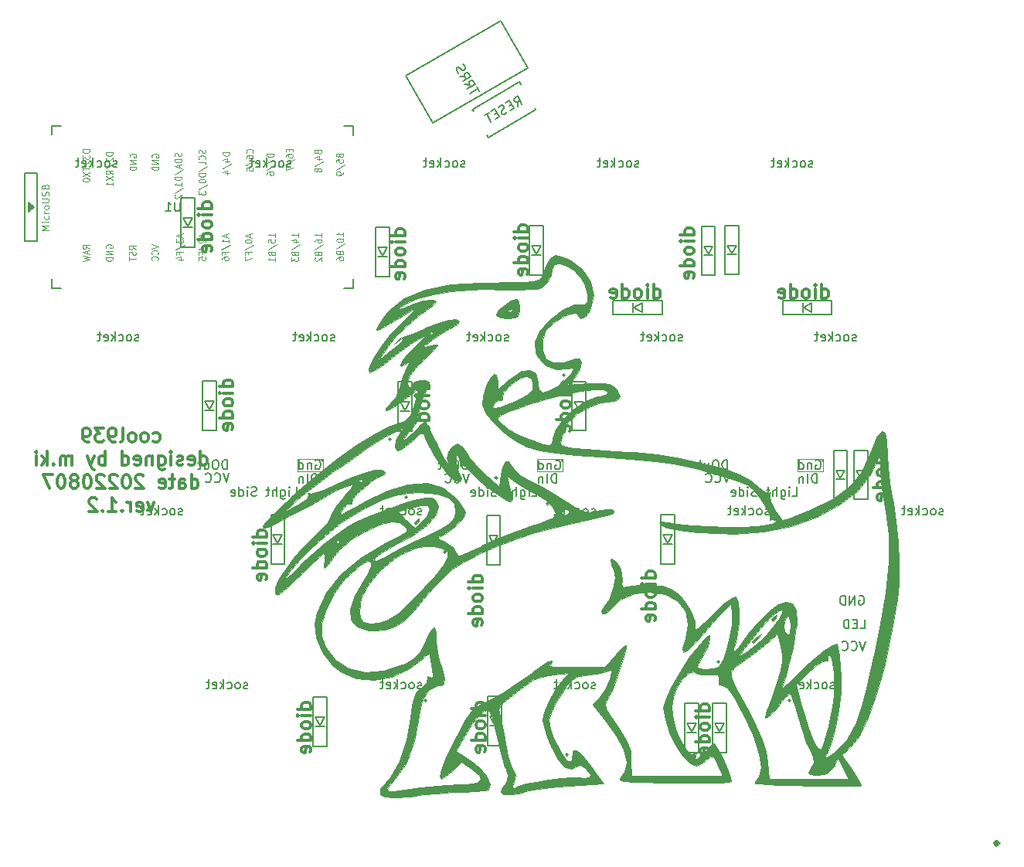
<source format=gbo>
G04 #@! TF.GenerationSoftware,KiCad,Pcbnew,(5.1.6-0-10_14)*
G04 #@! TF.CreationDate,2022-06-07T20:37:10+09:00*
G04 #@! TF.ProjectId,cool939,636f6f6c-3933-4392-9e6b-696361645f70,rev?*
G04 #@! TF.SameCoordinates,Original*
G04 #@! TF.FileFunction,Legend,Bot*
G04 #@! TF.FilePolarity,Positive*
%FSLAX46Y46*%
G04 Gerber Fmt 4.6, Leading zero omitted, Abs format (unit mm)*
G04 Created by KiCad (PCBNEW (5.1.6-0-10_14)) date 2022-06-07 20:37:10*
%MOMM*%
%LPD*%
G01*
G04 APERTURE LIST*
%ADD10C,0.300000*%
%ADD11C,0.150000*%
%ADD12C,0.100000*%
%ADD13C,0.010000*%
%ADD14C,0.120000*%
%ADD15C,0.125000*%
G04 APERTURE END LIST*
D10*
X33105714Y-25272142D02*
X33248571Y-25343571D01*
X33534285Y-25343571D01*
X33677142Y-25272142D01*
X33748571Y-25200714D01*
X33820000Y-25057857D01*
X33820000Y-24629285D01*
X33748571Y-24486428D01*
X33677142Y-24415000D01*
X33534285Y-24343571D01*
X33248571Y-24343571D01*
X33105714Y-24415000D01*
X32248571Y-25343571D02*
X32391428Y-25272142D01*
X32462857Y-25200714D01*
X32534285Y-25057857D01*
X32534285Y-24629285D01*
X32462857Y-24486428D01*
X32391428Y-24415000D01*
X32248571Y-24343571D01*
X32034285Y-24343571D01*
X31891428Y-24415000D01*
X31820000Y-24486428D01*
X31748571Y-24629285D01*
X31748571Y-25057857D01*
X31820000Y-25200714D01*
X31891428Y-25272142D01*
X32034285Y-25343571D01*
X32248571Y-25343571D01*
X30891428Y-25343571D02*
X31034285Y-25272142D01*
X31105714Y-25200714D01*
X31177142Y-25057857D01*
X31177142Y-24629285D01*
X31105714Y-24486428D01*
X31034285Y-24415000D01*
X30891428Y-24343571D01*
X30677142Y-24343571D01*
X30534285Y-24415000D01*
X30462857Y-24486428D01*
X30391428Y-24629285D01*
X30391428Y-25057857D01*
X30462857Y-25200714D01*
X30534285Y-25272142D01*
X30677142Y-25343571D01*
X30891428Y-25343571D01*
X29534285Y-25343571D02*
X29677142Y-25272142D01*
X29748571Y-25129285D01*
X29748571Y-23843571D01*
X28891428Y-25343571D02*
X28605714Y-25343571D01*
X28462857Y-25272142D01*
X28391428Y-25200714D01*
X28248571Y-24986428D01*
X28177142Y-24700714D01*
X28177142Y-24129285D01*
X28248571Y-23986428D01*
X28320000Y-23915000D01*
X28462857Y-23843571D01*
X28748571Y-23843571D01*
X28891428Y-23915000D01*
X28962857Y-23986428D01*
X29034285Y-24129285D01*
X29034285Y-24486428D01*
X28962857Y-24629285D01*
X28891428Y-24700714D01*
X28748571Y-24772142D01*
X28462857Y-24772142D01*
X28320000Y-24700714D01*
X28248571Y-24629285D01*
X28177142Y-24486428D01*
X27677142Y-23843571D02*
X26748571Y-23843571D01*
X27248571Y-24415000D01*
X27034285Y-24415000D01*
X26891428Y-24486428D01*
X26820000Y-24557857D01*
X26748571Y-24700714D01*
X26748571Y-25057857D01*
X26820000Y-25200714D01*
X26891428Y-25272142D01*
X27034285Y-25343571D01*
X27462857Y-25343571D01*
X27605714Y-25272142D01*
X27677142Y-25200714D01*
X26034285Y-25343571D02*
X25748571Y-25343571D01*
X25605714Y-25272142D01*
X25534285Y-25200714D01*
X25391428Y-24986428D01*
X25320000Y-24700714D01*
X25320000Y-24129285D01*
X25391428Y-23986428D01*
X25462857Y-23915000D01*
X25605714Y-23843571D01*
X25891428Y-23843571D01*
X26034285Y-23915000D01*
X26105714Y-23986428D01*
X26177142Y-24129285D01*
X26177142Y-24486428D01*
X26105714Y-24629285D01*
X26034285Y-24700714D01*
X25891428Y-24772142D01*
X25605714Y-24772142D01*
X25462857Y-24700714D01*
X25391428Y-24629285D01*
X25320000Y-24486428D01*
X38248571Y-27893571D02*
X38248571Y-26393571D01*
X38248571Y-27822142D02*
X38391428Y-27893571D01*
X38677142Y-27893571D01*
X38820000Y-27822142D01*
X38891428Y-27750714D01*
X38962857Y-27607857D01*
X38962857Y-27179285D01*
X38891428Y-27036428D01*
X38820000Y-26965000D01*
X38677142Y-26893571D01*
X38391428Y-26893571D01*
X38248571Y-26965000D01*
X36962857Y-27822142D02*
X37105714Y-27893571D01*
X37391428Y-27893571D01*
X37534285Y-27822142D01*
X37605714Y-27679285D01*
X37605714Y-27107857D01*
X37534285Y-26965000D01*
X37391428Y-26893571D01*
X37105714Y-26893571D01*
X36962857Y-26965000D01*
X36891428Y-27107857D01*
X36891428Y-27250714D01*
X37605714Y-27393571D01*
X36320000Y-27822142D02*
X36177142Y-27893571D01*
X35891428Y-27893571D01*
X35748571Y-27822142D01*
X35677142Y-27679285D01*
X35677142Y-27607857D01*
X35748571Y-27465000D01*
X35891428Y-27393571D01*
X36105714Y-27393571D01*
X36248571Y-27322142D01*
X36320000Y-27179285D01*
X36320000Y-27107857D01*
X36248571Y-26965000D01*
X36105714Y-26893571D01*
X35891428Y-26893571D01*
X35748571Y-26965000D01*
X35034285Y-27893571D02*
X35034285Y-26893571D01*
X35034285Y-26393571D02*
X35105714Y-26465000D01*
X35034285Y-26536428D01*
X34962857Y-26465000D01*
X35034285Y-26393571D01*
X35034285Y-26536428D01*
X33677142Y-26893571D02*
X33677142Y-28107857D01*
X33748571Y-28250714D01*
X33820000Y-28322142D01*
X33962857Y-28393571D01*
X34177142Y-28393571D01*
X34320000Y-28322142D01*
X33677142Y-27822142D02*
X33820000Y-27893571D01*
X34105714Y-27893571D01*
X34248571Y-27822142D01*
X34320000Y-27750714D01*
X34391428Y-27607857D01*
X34391428Y-27179285D01*
X34320000Y-27036428D01*
X34248571Y-26965000D01*
X34105714Y-26893571D01*
X33820000Y-26893571D01*
X33677142Y-26965000D01*
X32962857Y-26893571D02*
X32962857Y-27893571D01*
X32962857Y-27036428D02*
X32891428Y-26965000D01*
X32748571Y-26893571D01*
X32534285Y-26893571D01*
X32391428Y-26965000D01*
X32320000Y-27107857D01*
X32320000Y-27893571D01*
X31034285Y-27822142D02*
X31177142Y-27893571D01*
X31462857Y-27893571D01*
X31605714Y-27822142D01*
X31677142Y-27679285D01*
X31677142Y-27107857D01*
X31605714Y-26965000D01*
X31462857Y-26893571D01*
X31177142Y-26893571D01*
X31034285Y-26965000D01*
X30962857Y-27107857D01*
X30962857Y-27250714D01*
X31677142Y-27393571D01*
X29677142Y-27893571D02*
X29677142Y-26393571D01*
X29677142Y-27822142D02*
X29820000Y-27893571D01*
X30105714Y-27893571D01*
X30248571Y-27822142D01*
X30320000Y-27750714D01*
X30391428Y-27607857D01*
X30391428Y-27179285D01*
X30320000Y-27036428D01*
X30248571Y-26965000D01*
X30105714Y-26893571D01*
X29820000Y-26893571D01*
X29677142Y-26965000D01*
X27820000Y-27893571D02*
X27820000Y-26393571D01*
X27820000Y-26965000D02*
X27677142Y-26893571D01*
X27391428Y-26893571D01*
X27248571Y-26965000D01*
X27177142Y-27036428D01*
X27105714Y-27179285D01*
X27105714Y-27607857D01*
X27177142Y-27750714D01*
X27248571Y-27822142D01*
X27391428Y-27893571D01*
X27677142Y-27893571D01*
X27820000Y-27822142D01*
X26605714Y-26893571D02*
X26248571Y-27893571D01*
X25891428Y-26893571D02*
X26248571Y-27893571D01*
X26391428Y-28250714D01*
X26462857Y-28322142D01*
X26605714Y-28393571D01*
X24177142Y-27893571D02*
X24177142Y-26893571D01*
X24177142Y-27036428D02*
X24105714Y-26965000D01*
X23962857Y-26893571D01*
X23748571Y-26893571D01*
X23605714Y-26965000D01*
X23534285Y-27107857D01*
X23534285Y-27893571D01*
X23534285Y-27107857D02*
X23462857Y-26965000D01*
X23320000Y-26893571D01*
X23105714Y-26893571D01*
X22962857Y-26965000D01*
X22891428Y-27107857D01*
X22891428Y-27893571D01*
X22177142Y-27750714D02*
X22105714Y-27822142D01*
X22177142Y-27893571D01*
X22248571Y-27822142D01*
X22177142Y-27750714D01*
X22177142Y-27893571D01*
X21462857Y-27893571D02*
X21462857Y-26393571D01*
X21320000Y-27322142D02*
X20891428Y-27893571D01*
X20891428Y-26893571D02*
X21462857Y-27465000D01*
X20248571Y-27893571D02*
X20248571Y-26893571D01*
X20248571Y-26393571D02*
X20320000Y-26465000D01*
X20248571Y-26536428D01*
X20177142Y-26465000D01*
X20248571Y-26393571D01*
X20248571Y-26536428D01*
X37284285Y-30443571D02*
X37284285Y-28943571D01*
X37284285Y-30372142D02*
X37427142Y-30443571D01*
X37712857Y-30443571D01*
X37855714Y-30372142D01*
X37927142Y-30300714D01*
X37998571Y-30157857D01*
X37998571Y-29729285D01*
X37927142Y-29586428D01*
X37855714Y-29515000D01*
X37712857Y-29443571D01*
X37427142Y-29443571D01*
X37284285Y-29515000D01*
X35927142Y-30443571D02*
X35927142Y-29657857D01*
X35998571Y-29515000D01*
X36141428Y-29443571D01*
X36427142Y-29443571D01*
X36570000Y-29515000D01*
X35927142Y-30372142D02*
X36070000Y-30443571D01*
X36427142Y-30443571D01*
X36570000Y-30372142D01*
X36641428Y-30229285D01*
X36641428Y-30086428D01*
X36570000Y-29943571D01*
X36427142Y-29872142D01*
X36070000Y-29872142D01*
X35927142Y-29800714D01*
X35427142Y-29443571D02*
X34855714Y-29443571D01*
X35212857Y-28943571D02*
X35212857Y-30229285D01*
X35141428Y-30372142D01*
X34998571Y-30443571D01*
X34855714Y-30443571D01*
X33784285Y-30372142D02*
X33927142Y-30443571D01*
X34212857Y-30443571D01*
X34355714Y-30372142D01*
X34427142Y-30229285D01*
X34427142Y-29657857D01*
X34355714Y-29515000D01*
X34212857Y-29443571D01*
X33927142Y-29443571D01*
X33784285Y-29515000D01*
X33712857Y-29657857D01*
X33712857Y-29800714D01*
X34427142Y-29943571D01*
X31998571Y-29086428D02*
X31927142Y-29015000D01*
X31784285Y-28943571D01*
X31427142Y-28943571D01*
X31284285Y-29015000D01*
X31212857Y-29086428D01*
X31141428Y-29229285D01*
X31141428Y-29372142D01*
X31212857Y-29586428D01*
X32070000Y-30443571D01*
X31141428Y-30443571D01*
X30212857Y-28943571D02*
X30070000Y-28943571D01*
X29927142Y-29015000D01*
X29855714Y-29086428D01*
X29784285Y-29229285D01*
X29712857Y-29515000D01*
X29712857Y-29872142D01*
X29784285Y-30157857D01*
X29855714Y-30300714D01*
X29927142Y-30372142D01*
X30070000Y-30443571D01*
X30212857Y-30443571D01*
X30355714Y-30372142D01*
X30427142Y-30300714D01*
X30498571Y-30157857D01*
X30570000Y-29872142D01*
X30570000Y-29515000D01*
X30498571Y-29229285D01*
X30427142Y-29086428D01*
X30355714Y-29015000D01*
X30212857Y-28943571D01*
X29141428Y-29086428D02*
X29070000Y-29015000D01*
X28927142Y-28943571D01*
X28570000Y-28943571D01*
X28427142Y-29015000D01*
X28355714Y-29086428D01*
X28284285Y-29229285D01*
X28284285Y-29372142D01*
X28355714Y-29586428D01*
X29212857Y-30443571D01*
X28284285Y-30443571D01*
X27712857Y-29086428D02*
X27641428Y-29015000D01*
X27498571Y-28943571D01*
X27141428Y-28943571D01*
X26998571Y-29015000D01*
X26927142Y-29086428D01*
X26855714Y-29229285D01*
X26855714Y-29372142D01*
X26927142Y-29586428D01*
X27784285Y-30443571D01*
X26855714Y-30443571D01*
X25927142Y-28943571D02*
X25784285Y-28943571D01*
X25641428Y-29015000D01*
X25570000Y-29086428D01*
X25498571Y-29229285D01*
X25427142Y-29515000D01*
X25427142Y-29872142D01*
X25498571Y-30157857D01*
X25570000Y-30300714D01*
X25641428Y-30372142D01*
X25784285Y-30443571D01*
X25927142Y-30443571D01*
X26070000Y-30372142D01*
X26141428Y-30300714D01*
X26212857Y-30157857D01*
X26284285Y-29872142D01*
X26284285Y-29515000D01*
X26212857Y-29229285D01*
X26141428Y-29086428D01*
X26070000Y-29015000D01*
X25927142Y-28943571D01*
X24570000Y-29586428D02*
X24712857Y-29515000D01*
X24784285Y-29443571D01*
X24855714Y-29300714D01*
X24855714Y-29229285D01*
X24784285Y-29086428D01*
X24712857Y-29015000D01*
X24570000Y-28943571D01*
X24284285Y-28943571D01*
X24141428Y-29015000D01*
X24070000Y-29086428D01*
X23998571Y-29229285D01*
X23998571Y-29300714D01*
X24070000Y-29443571D01*
X24141428Y-29515000D01*
X24284285Y-29586428D01*
X24570000Y-29586428D01*
X24712857Y-29657857D01*
X24784285Y-29729285D01*
X24855714Y-29872142D01*
X24855714Y-30157857D01*
X24784285Y-30300714D01*
X24712857Y-30372142D01*
X24570000Y-30443571D01*
X24284285Y-30443571D01*
X24141428Y-30372142D01*
X24070000Y-30300714D01*
X23998571Y-30157857D01*
X23998571Y-29872142D01*
X24070000Y-29729285D01*
X24141428Y-29657857D01*
X24284285Y-29586428D01*
X23070000Y-28943571D02*
X22927142Y-28943571D01*
X22784285Y-29015000D01*
X22712857Y-29086428D01*
X22641428Y-29229285D01*
X22570000Y-29515000D01*
X22570000Y-29872142D01*
X22641428Y-30157857D01*
X22712857Y-30300714D01*
X22784285Y-30372142D01*
X22927142Y-30443571D01*
X23070000Y-30443571D01*
X23212857Y-30372142D01*
X23284285Y-30300714D01*
X23355714Y-30157857D01*
X23427142Y-29872142D01*
X23427142Y-29515000D01*
X23355714Y-29229285D01*
X23284285Y-29086428D01*
X23212857Y-29015000D01*
X23070000Y-28943571D01*
X22070000Y-28943571D02*
X21070000Y-28943571D01*
X21712857Y-30443571D01*
X33177142Y-31993571D02*
X32820000Y-32993571D01*
X32462857Y-31993571D01*
X31320000Y-32922142D02*
X31462857Y-32993571D01*
X31748571Y-32993571D01*
X31891428Y-32922142D01*
X31962857Y-32779285D01*
X31962857Y-32207857D01*
X31891428Y-32065000D01*
X31748571Y-31993571D01*
X31462857Y-31993571D01*
X31320000Y-32065000D01*
X31248571Y-32207857D01*
X31248571Y-32350714D01*
X31962857Y-32493571D01*
X30605714Y-32993571D02*
X30605714Y-31993571D01*
X30605714Y-32279285D02*
X30534285Y-32136428D01*
X30462857Y-32065000D01*
X30320000Y-31993571D01*
X30177142Y-31993571D01*
X29677142Y-32850714D02*
X29605714Y-32922142D01*
X29677142Y-32993571D01*
X29748571Y-32922142D01*
X29677142Y-32850714D01*
X29677142Y-32993571D01*
X28177142Y-32993571D02*
X29034285Y-32993571D01*
X28605714Y-32993571D02*
X28605714Y-31493571D01*
X28748571Y-31707857D01*
X28891428Y-31850714D01*
X29034285Y-31922142D01*
X27534285Y-32850714D02*
X27462857Y-32922142D01*
X27534285Y-32993571D01*
X27605714Y-32922142D01*
X27534285Y-32850714D01*
X27534285Y-32993571D01*
X26891428Y-31636428D02*
X26820000Y-31565000D01*
X26677142Y-31493571D01*
X26320000Y-31493571D01*
X26177142Y-31565000D01*
X26105714Y-31636428D01*
X26034285Y-31779285D01*
X26034285Y-31922142D01*
X26105714Y-32136428D01*
X26962857Y-32993571D01*
X26034285Y-32993571D01*
X60638571Y-2744285D02*
X59138571Y-2744285D01*
X60567142Y-2744285D02*
X60638571Y-2601428D01*
X60638571Y-2315714D01*
X60567142Y-2172857D01*
X60495714Y-2101428D01*
X60352857Y-2030000D01*
X59924285Y-2030000D01*
X59781428Y-2101428D01*
X59710000Y-2172857D01*
X59638571Y-2315714D01*
X59638571Y-2601428D01*
X59710000Y-2744285D01*
X60638571Y-3458571D02*
X59638571Y-3458571D01*
X59138571Y-3458571D02*
X59210000Y-3387142D01*
X59281428Y-3458571D01*
X59210000Y-3530000D01*
X59138571Y-3458571D01*
X59281428Y-3458571D01*
X60638571Y-4387142D02*
X60567142Y-4244285D01*
X60495714Y-4172857D01*
X60352857Y-4101428D01*
X59924285Y-4101428D01*
X59781428Y-4172857D01*
X59710000Y-4244285D01*
X59638571Y-4387142D01*
X59638571Y-4601428D01*
X59710000Y-4744285D01*
X59781428Y-4815714D01*
X59924285Y-4887142D01*
X60352857Y-4887142D01*
X60495714Y-4815714D01*
X60567142Y-4744285D01*
X60638571Y-4601428D01*
X60638571Y-4387142D01*
X60638571Y-6172857D02*
X59138571Y-6172857D01*
X60567142Y-6172857D02*
X60638571Y-6030000D01*
X60638571Y-5744285D01*
X60567142Y-5601428D01*
X60495714Y-5530000D01*
X60352857Y-5458571D01*
X59924285Y-5458571D01*
X59781428Y-5530000D01*
X59710000Y-5601428D01*
X59638571Y-5744285D01*
X59638571Y-6030000D01*
X59710000Y-6172857D01*
X60567142Y-7458571D02*
X60638571Y-7315714D01*
X60638571Y-7030000D01*
X60567142Y-6887142D01*
X60424285Y-6815714D01*
X59852857Y-6815714D01*
X59710000Y-6887142D01*
X59638571Y-7030000D01*
X59638571Y-7315714D01*
X59710000Y-7458571D01*
X59852857Y-7530000D01*
X59995714Y-7530000D01*
X60138571Y-6815714D01*
X88078571Y-40234285D02*
X86578571Y-40234285D01*
X88007142Y-40234285D02*
X88078571Y-40091428D01*
X88078571Y-39805714D01*
X88007142Y-39662857D01*
X87935714Y-39591428D01*
X87792857Y-39520000D01*
X87364285Y-39520000D01*
X87221428Y-39591428D01*
X87150000Y-39662857D01*
X87078571Y-39805714D01*
X87078571Y-40091428D01*
X87150000Y-40234285D01*
X88078571Y-40948571D02*
X87078571Y-40948571D01*
X86578571Y-40948571D02*
X86650000Y-40877142D01*
X86721428Y-40948571D01*
X86650000Y-41020000D01*
X86578571Y-40948571D01*
X86721428Y-40948571D01*
X88078571Y-41877142D02*
X88007142Y-41734285D01*
X87935714Y-41662857D01*
X87792857Y-41591428D01*
X87364285Y-41591428D01*
X87221428Y-41662857D01*
X87150000Y-41734285D01*
X87078571Y-41877142D01*
X87078571Y-42091428D01*
X87150000Y-42234285D01*
X87221428Y-42305714D01*
X87364285Y-42377142D01*
X87792857Y-42377142D01*
X87935714Y-42305714D01*
X88007142Y-42234285D01*
X88078571Y-42091428D01*
X88078571Y-41877142D01*
X88078571Y-43662857D02*
X86578571Y-43662857D01*
X88007142Y-43662857D02*
X88078571Y-43520000D01*
X88078571Y-43234285D01*
X88007142Y-43091428D01*
X87935714Y-43020000D01*
X87792857Y-42948571D01*
X87364285Y-42948571D01*
X87221428Y-43020000D01*
X87150000Y-43091428D01*
X87078571Y-43234285D01*
X87078571Y-43520000D01*
X87150000Y-43662857D01*
X88007142Y-44948571D02*
X88078571Y-44805714D01*
X88078571Y-44520000D01*
X88007142Y-44377142D01*
X87864285Y-44305714D01*
X87292857Y-44305714D01*
X87150000Y-44377142D01*
X87078571Y-44520000D01*
X87078571Y-44805714D01*
X87150000Y-44948571D01*
X87292857Y-45020000D01*
X87435714Y-45020000D01*
X87578571Y-44305714D01*
X113438571Y-26964285D02*
X111938571Y-26964285D01*
X113367142Y-26964285D02*
X113438571Y-26821428D01*
X113438571Y-26535714D01*
X113367142Y-26392857D01*
X113295714Y-26321428D01*
X113152857Y-26250000D01*
X112724285Y-26250000D01*
X112581428Y-26321428D01*
X112510000Y-26392857D01*
X112438571Y-26535714D01*
X112438571Y-26821428D01*
X112510000Y-26964285D01*
X113438571Y-27678571D02*
X112438571Y-27678571D01*
X111938571Y-27678571D02*
X112010000Y-27607142D01*
X112081428Y-27678571D01*
X112010000Y-27750000D01*
X111938571Y-27678571D01*
X112081428Y-27678571D01*
X113438571Y-28607142D02*
X113367142Y-28464285D01*
X113295714Y-28392857D01*
X113152857Y-28321428D01*
X112724285Y-28321428D01*
X112581428Y-28392857D01*
X112510000Y-28464285D01*
X112438571Y-28607142D01*
X112438571Y-28821428D01*
X112510000Y-28964285D01*
X112581428Y-29035714D01*
X112724285Y-29107142D01*
X113152857Y-29107142D01*
X113295714Y-29035714D01*
X113367142Y-28964285D01*
X113438571Y-28821428D01*
X113438571Y-28607142D01*
X113438571Y-30392857D02*
X111938571Y-30392857D01*
X113367142Y-30392857D02*
X113438571Y-30250000D01*
X113438571Y-29964285D01*
X113367142Y-29821428D01*
X113295714Y-29750000D01*
X113152857Y-29678571D01*
X112724285Y-29678571D01*
X112581428Y-29750000D01*
X112510000Y-29821428D01*
X112438571Y-29964285D01*
X112438571Y-30250000D01*
X112510000Y-30392857D01*
X113367142Y-31678571D02*
X113438571Y-31535714D01*
X113438571Y-31250000D01*
X113367142Y-31107142D01*
X113224285Y-31035714D01*
X112652857Y-31035714D01*
X112510000Y-31107142D01*
X112438571Y-31250000D01*
X112438571Y-31535714D01*
X112510000Y-31678571D01*
X112652857Y-31750000D01*
X112795714Y-31750000D01*
X112938571Y-31035714D01*
X87925714Y-9578571D02*
X87925714Y-8078571D01*
X87925714Y-9507142D02*
X88068571Y-9578571D01*
X88354285Y-9578571D01*
X88497142Y-9507142D01*
X88568571Y-9435714D01*
X88640000Y-9292857D01*
X88640000Y-8864285D01*
X88568571Y-8721428D01*
X88497142Y-8650000D01*
X88354285Y-8578571D01*
X88068571Y-8578571D01*
X87925714Y-8650000D01*
X87211428Y-9578571D02*
X87211428Y-8578571D01*
X87211428Y-8078571D02*
X87282857Y-8150000D01*
X87211428Y-8221428D01*
X87140000Y-8150000D01*
X87211428Y-8078571D01*
X87211428Y-8221428D01*
X86282857Y-9578571D02*
X86425714Y-9507142D01*
X86497142Y-9435714D01*
X86568571Y-9292857D01*
X86568571Y-8864285D01*
X86497142Y-8721428D01*
X86425714Y-8650000D01*
X86282857Y-8578571D01*
X86068571Y-8578571D01*
X85925714Y-8650000D01*
X85854285Y-8721428D01*
X85782857Y-8864285D01*
X85782857Y-9292857D01*
X85854285Y-9435714D01*
X85925714Y-9507142D01*
X86068571Y-9578571D01*
X86282857Y-9578571D01*
X84497142Y-9578571D02*
X84497142Y-8078571D01*
X84497142Y-9507142D02*
X84640000Y-9578571D01*
X84925714Y-9578571D01*
X85068571Y-9507142D01*
X85140000Y-9435714D01*
X85211428Y-9292857D01*
X85211428Y-8864285D01*
X85140000Y-8721428D01*
X85068571Y-8650000D01*
X84925714Y-8578571D01*
X84640000Y-8578571D01*
X84497142Y-8650000D01*
X83211428Y-9507142D02*
X83354285Y-9578571D01*
X83640000Y-9578571D01*
X83782857Y-9507142D01*
X83854285Y-9364285D01*
X83854285Y-8792857D01*
X83782857Y-8650000D01*
X83640000Y-8578571D01*
X83354285Y-8578571D01*
X83211428Y-8650000D01*
X83140000Y-8792857D01*
X83140000Y-8935714D01*
X83854285Y-9078571D01*
X69438571Y-54594285D02*
X67938571Y-54594285D01*
X69367142Y-54594285D02*
X69438571Y-54451428D01*
X69438571Y-54165714D01*
X69367142Y-54022857D01*
X69295714Y-53951428D01*
X69152857Y-53880000D01*
X68724285Y-53880000D01*
X68581428Y-53951428D01*
X68510000Y-54022857D01*
X68438571Y-54165714D01*
X68438571Y-54451428D01*
X68510000Y-54594285D01*
X69438571Y-55308571D02*
X68438571Y-55308571D01*
X67938571Y-55308571D02*
X68010000Y-55237142D01*
X68081428Y-55308571D01*
X68010000Y-55380000D01*
X67938571Y-55308571D01*
X68081428Y-55308571D01*
X69438571Y-56237142D02*
X69367142Y-56094285D01*
X69295714Y-56022857D01*
X69152857Y-55951428D01*
X68724285Y-55951428D01*
X68581428Y-56022857D01*
X68510000Y-56094285D01*
X68438571Y-56237142D01*
X68438571Y-56451428D01*
X68510000Y-56594285D01*
X68581428Y-56665714D01*
X68724285Y-56737142D01*
X69152857Y-56737142D01*
X69295714Y-56665714D01*
X69367142Y-56594285D01*
X69438571Y-56451428D01*
X69438571Y-56237142D01*
X69438571Y-58022857D02*
X67938571Y-58022857D01*
X69367142Y-58022857D02*
X69438571Y-57880000D01*
X69438571Y-57594285D01*
X69367142Y-57451428D01*
X69295714Y-57380000D01*
X69152857Y-57308571D01*
X68724285Y-57308571D01*
X68581428Y-57380000D01*
X68510000Y-57451428D01*
X68438571Y-57594285D01*
X68438571Y-57880000D01*
X68510000Y-58022857D01*
X69367142Y-59308571D02*
X69438571Y-59165714D01*
X69438571Y-58880000D01*
X69367142Y-58737142D01*
X69224285Y-58665714D01*
X68652857Y-58665714D01*
X68510000Y-58737142D01*
X68438571Y-58880000D01*
X68438571Y-59165714D01*
X68510000Y-59308571D01*
X68652857Y-59380000D01*
X68795714Y-59380000D01*
X68938571Y-58665714D01*
X94028571Y-54804285D02*
X92528571Y-54804285D01*
X93957142Y-54804285D02*
X94028571Y-54661428D01*
X94028571Y-54375714D01*
X93957142Y-54232857D01*
X93885714Y-54161428D01*
X93742857Y-54090000D01*
X93314285Y-54090000D01*
X93171428Y-54161428D01*
X93100000Y-54232857D01*
X93028571Y-54375714D01*
X93028571Y-54661428D01*
X93100000Y-54804285D01*
X94028571Y-55518571D02*
X93028571Y-55518571D01*
X92528571Y-55518571D02*
X92600000Y-55447142D01*
X92671428Y-55518571D01*
X92600000Y-55590000D01*
X92528571Y-55518571D01*
X92671428Y-55518571D01*
X94028571Y-56447142D02*
X93957142Y-56304285D01*
X93885714Y-56232857D01*
X93742857Y-56161428D01*
X93314285Y-56161428D01*
X93171428Y-56232857D01*
X93100000Y-56304285D01*
X93028571Y-56447142D01*
X93028571Y-56661428D01*
X93100000Y-56804285D01*
X93171428Y-56875714D01*
X93314285Y-56947142D01*
X93742857Y-56947142D01*
X93885714Y-56875714D01*
X93957142Y-56804285D01*
X94028571Y-56661428D01*
X94028571Y-56447142D01*
X94028571Y-58232857D02*
X92528571Y-58232857D01*
X93957142Y-58232857D02*
X94028571Y-58090000D01*
X94028571Y-57804285D01*
X93957142Y-57661428D01*
X93885714Y-57590000D01*
X93742857Y-57518571D01*
X93314285Y-57518571D01*
X93171428Y-57590000D01*
X93100000Y-57661428D01*
X93028571Y-57804285D01*
X93028571Y-58090000D01*
X93100000Y-58232857D01*
X93957142Y-59518571D02*
X94028571Y-59375714D01*
X94028571Y-59090000D01*
X93957142Y-58947142D01*
X93814285Y-58875714D01*
X93242857Y-58875714D01*
X93100000Y-58947142D01*
X93028571Y-59090000D01*
X93028571Y-59375714D01*
X93100000Y-59518571D01*
X93242857Y-59590000D01*
X93385714Y-59590000D01*
X93528571Y-58875714D01*
X41808571Y-19274285D02*
X40308571Y-19274285D01*
X41737142Y-19274285D02*
X41808571Y-19131428D01*
X41808571Y-18845714D01*
X41737142Y-18702857D01*
X41665714Y-18631428D01*
X41522857Y-18560000D01*
X41094285Y-18560000D01*
X40951428Y-18631428D01*
X40880000Y-18702857D01*
X40808571Y-18845714D01*
X40808571Y-19131428D01*
X40880000Y-19274285D01*
X41808571Y-19988571D02*
X40808571Y-19988571D01*
X40308571Y-19988571D02*
X40380000Y-19917142D01*
X40451428Y-19988571D01*
X40380000Y-20060000D01*
X40308571Y-19988571D01*
X40451428Y-19988571D01*
X41808571Y-20917142D02*
X41737142Y-20774285D01*
X41665714Y-20702857D01*
X41522857Y-20631428D01*
X41094285Y-20631428D01*
X40951428Y-20702857D01*
X40880000Y-20774285D01*
X40808571Y-20917142D01*
X40808571Y-21131428D01*
X40880000Y-21274285D01*
X40951428Y-21345714D01*
X41094285Y-21417142D01*
X41522857Y-21417142D01*
X41665714Y-21345714D01*
X41737142Y-21274285D01*
X41808571Y-21131428D01*
X41808571Y-20917142D01*
X41808571Y-22702857D02*
X40308571Y-22702857D01*
X41737142Y-22702857D02*
X41808571Y-22560000D01*
X41808571Y-22274285D01*
X41737142Y-22131428D01*
X41665714Y-22060000D01*
X41522857Y-21988571D01*
X41094285Y-21988571D01*
X40951428Y-22060000D01*
X40880000Y-22131428D01*
X40808571Y-22274285D01*
X40808571Y-22560000D01*
X40880000Y-22702857D01*
X41737142Y-23988571D02*
X41808571Y-23845714D01*
X41808571Y-23560000D01*
X41737142Y-23417142D01*
X41594285Y-23345714D01*
X41022857Y-23345714D01*
X40880000Y-23417142D01*
X40808571Y-23560000D01*
X40808571Y-23845714D01*
X40880000Y-23988571D01*
X41022857Y-24060000D01*
X41165714Y-24060000D01*
X41308571Y-23345714D01*
X74098571Y-2294285D02*
X72598571Y-2294285D01*
X74027142Y-2294285D02*
X74098571Y-2151428D01*
X74098571Y-1865714D01*
X74027142Y-1722857D01*
X73955714Y-1651428D01*
X73812857Y-1580000D01*
X73384285Y-1580000D01*
X73241428Y-1651428D01*
X73170000Y-1722857D01*
X73098571Y-1865714D01*
X73098571Y-2151428D01*
X73170000Y-2294285D01*
X74098571Y-3008571D02*
X73098571Y-3008571D01*
X72598571Y-3008571D02*
X72670000Y-2937142D01*
X72741428Y-3008571D01*
X72670000Y-3080000D01*
X72598571Y-3008571D01*
X72741428Y-3008571D01*
X74098571Y-3937142D02*
X74027142Y-3794285D01*
X73955714Y-3722857D01*
X73812857Y-3651428D01*
X73384285Y-3651428D01*
X73241428Y-3722857D01*
X73170000Y-3794285D01*
X73098571Y-3937142D01*
X73098571Y-4151428D01*
X73170000Y-4294285D01*
X73241428Y-4365714D01*
X73384285Y-4437142D01*
X73812857Y-4437142D01*
X73955714Y-4365714D01*
X74027142Y-4294285D01*
X74098571Y-4151428D01*
X74098571Y-3937142D01*
X74098571Y-5722857D02*
X72598571Y-5722857D01*
X74027142Y-5722857D02*
X74098571Y-5580000D01*
X74098571Y-5294285D01*
X74027142Y-5151428D01*
X73955714Y-5080000D01*
X73812857Y-5008571D01*
X73384285Y-5008571D01*
X73241428Y-5080000D01*
X73170000Y-5151428D01*
X73098571Y-5294285D01*
X73098571Y-5580000D01*
X73170000Y-5722857D01*
X74027142Y-7008571D02*
X74098571Y-6865714D01*
X74098571Y-6580000D01*
X74027142Y-6437142D01*
X73884285Y-6365714D01*
X73312857Y-6365714D01*
X73170000Y-6437142D01*
X73098571Y-6580000D01*
X73098571Y-6865714D01*
X73170000Y-7008571D01*
X73312857Y-7080000D01*
X73455714Y-7080000D01*
X73598571Y-6365714D01*
X39508571Y235714D02*
X38008571Y235714D01*
X39437142Y235714D02*
X39508571Y378571D01*
X39508571Y664285D01*
X39437142Y807142D01*
X39365714Y878571D01*
X39222857Y950000D01*
X38794285Y950000D01*
X38651428Y878571D01*
X38580000Y807142D01*
X38508571Y664285D01*
X38508571Y378571D01*
X38580000Y235714D01*
X39508571Y-478571D02*
X38508571Y-478571D01*
X38008571Y-478571D02*
X38080000Y-407142D01*
X38151428Y-478571D01*
X38080000Y-550000D01*
X38008571Y-478571D01*
X38151428Y-478571D01*
X39508571Y-1407142D02*
X39437142Y-1264285D01*
X39365714Y-1192857D01*
X39222857Y-1121428D01*
X38794285Y-1121428D01*
X38651428Y-1192857D01*
X38580000Y-1264285D01*
X38508571Y-1407142D01*
X38508571Y-1621428D01*
X38580000Y-1764285D01*
X38651428Y-1835714D01*
X38794285Y-1907142D01*
X39222857Y-1907142D01*
X39365714Y-1835714D01*
X39437142Y-1764285D01*
X39508571Y-1621428D01*
X39508571Y-1407142D01*
X39508571Y-3192857D02*
X38008571Y-3192857D01*
X39437142Y-3192857D02*
X39508571Y-3050000D01*
X39508571Y-2764285D01*
X39437142Y-2621428D01*
X39365714Y-2550000D01*
X39222857Y-2478571D01*
X38794285Y-2478571D01*
X38651428Y-2550000D01*
X38580000Y-2621428D01*
X38508571Y-2764285D01*
X38508571Y-3050000D01*
X38580000Y-3192857D01*
X39437142Y-4478571D02*
X39508571Y-4335714D01*
X39508571Y-4050000D01*
X39437142Y-3907142D01*
X39294285Y-3835714D01*
X38722857Y-3835714D01*
X38580000Y-3907142D01*
X38508571Y-4050000D01*
X38508571Y-4335714D01*
X38580000Y-4478571D01*
X38722857Y-4550000D01*
X38865714Y-4550000D01*
X39008571Y-3835714D01*
X50358571Y-54634285D02*
X48858571Y-54634285D01*
X50287142Y-54634285D02*
X50358571Y-54491428D01*
X50358571Y-54205714D01*
X50287142Y-54062857D01*
X50215714Y-53991428D01*
X50072857Y-53920000D01*
X49644285Y-53920000D01*
X49501428Y-53991428D01*
X49430000Y-54062857D01*
X49358571Y-54205714D01*
X49358571Y-54491428D01*
X49430000Y-54634285D01*
X50358571Y-55348571D02*
X49358571Y-55348571D01*
X48858571Y-55348571D02*
X48930000Y-55277142D01*
X49001428Y-55348571D01*
X48930000Y-55420000D01*
X48858571Y-55348571D01*
X49001428Y-55348571D01*
X50358571Y-56277142D02*
X50287142Y-56134285D01*
X50215714Y-56062857D01*
X50072857Y-55991428D01*
X49644285Y-55991428D01*
X49501428Y-56062857D01*
X49430000Y-56134285D01*
X49358571Y-56277142D01*
X49358571Y-56491428D01*
X49430000Y-56634285D01*
X49501428Y-56705714D01*
X49644285Y-56777142D01*
X50072857Y-56777142D01*
X50215714Y-56705714D01*
X50287142Y-56634285D01*
X50358571Y-56491428D01*
X50358571Y-56277142D01*
X50358571Y-58062857D02*
X48858571Y-58062857D01*
X50287142Y-58062857D02*
X50358571Y-57920000D01*
X50358571Y-57634285D01*
X50287142Y-57491428D01*
X50215714Y-57420000D01*
X50072857Y-57348571D01*
X49644285Y-57348571D01*
X49501428Y-57420000D01*
X49430000Y-57491428D01*
X49358571Y-57634285D01*
X49358571Y-57920000D01*
X49430000Y-58062857D01*
X50287142Y-59348571D02*
X50358571Y-59205714D01*
X50358571Y-58920000D01*
X50287142Y-58777142D01*
X50144285Y-58705714D01*
X49572857Y-58705714D01*
X49430000Y-58777142D01*
X49358571Y-58920000D01*
X49358571Y-59205714D01*
X49430000Y-59348571D01*
X49572857Y-59420000D01*
X49715714Y-59420000D01*
X49858571Y-58705714D01*
X69148571Y-40684285D02*
X67648571Y-40684285D01*
X69077142Y-40684285D02*
X69148571Y-40541428D01*
X69148571Y-40255714D01*
X69077142Y-40112857D01*
X69005714Y-40041428D01*
X68862857Y-39970000D01*
X68434285Y-39970000D01*
X68291428Y-40041428D01*
X68220000Y-40112857D01*
X68148571Y-40255714D01*
X68148571Y-40541428D01*
X68220000Y-40684285D01*
X69148571Y-41398571D02*
X68148571Y-41398571D01*
X67648571Y-41398571D02*
X67720000Y-41327142D01*
X67791428Y-41398571D01*
X67720000Y-41470000D01*
X67648571Y-41398571D01*
X67791428Y-41398571D01*
X69148571Y-42327142D02*
X69077142Y-42184285D01*
X69005714Y-42112857D01*
X68862857Y-42041428D01*
X68434285Y-42041428D01*
X68291428Y-42112857D01*
X68220000Y-42184285D01*
X68148571Y-42327142D01*
X68148571Y-42541428D01*
X68220000Y-42684285D01*
X68291428Y-42755714D01*
X68434285Y-42827142D01*
X68862857Y-42827142D01*
X69005714Y-42755714D01*
X69077142Y-42684285D01*
X69148571Y-42541428D01*
X69148571Y-42327142D01*
X69148571Y-44112857D02*
X67648571Y-44112857D01*
X69077142Y-44112857D02*
X69148571Y-43970000D01*
X69148571Y-43684285D01*
X69077142Y-43541428D01*
X69005714Y-43470000D01*
X68862857Y-43398571D01*
X68434285Y-43398571D01*
X68291428Y-43470000D01*
X68220000Y-43541428D01*
X68148571Y-43684285D01*
X68148571Y-43970000D01*
X68220000Y-44112857D01*
X69077142Y-45398571D02*
X69148571Y-45255714D01*
X69148571Y-44970000D01*
X69077142Y-44827142D01*
X68934285Y-44755714D01*
X68362857Y-44755714D01*
X68220000Y-44827142D01*
X68148571Y-44970000D01*
X68148571Y-45255714D01*
X68220000Y-45398571D01*
X68362857Y-45470000D01*
X68505714Y-45470000D01*
X68648571Y-44755714D01*
X78758571Y-19494285D02*
X77258571Y-19494285D01*
X78687142Y-19494285D02*
X78758571Y-19351428D01*
X78758571Y-19065714D01*
X78687142Y-18922857D01*
X78615714Y-18851428D01*
X78472857Y-18780000D01*
X78044285Y-18780000D01*
X77901428Y-18851428D01*
X77830000Y-18922857D01*
X77758571Y-19065714D01*
X77758571Y-19351428D01*
X77830000Y-19494285D01*
X78758571Y-20208571D02*
X77758571Y-20208571D01*
X77258571Y-20208571D02*
X77330000Y-20137142D01*
X77401428Y-20208571D01*
X77330000Y-20280000D01*
X77258571Y-20208571D01*
X77401428Y-20208571D01*
X78758571Y-21137142D02*
X78687142Y-20994285D01*
X78615714Y-20922857D01*
X78472857Y-20851428D01*
X78044285Y-20851428D01*
X77901428Y-20922857D01*
X77830000Y-20994285D01*
X77758571Y-21137142D01*
X77758571Y-21351428D01*
X77830000Y-21494285D01*
X77901428Y-21565714D01*
X78044285Y-21637142D01*
X78472857Y-21637142D01*
X78615714Y-21565714D01*
X78687142Y-21494285D01*
X78758571Y-21351428D01*
X78758571Y-21137142D01*
X78758571Y-22922857D02*
X77258571Y-22922857D01*
X78687142Y-22922857D02*
X78758571Y-22780000D01*
X78758571Y-22494285D01*
X78687142Y-22351428D01*
X78615714Y-22280000D01*
X78472857Y-22208571D01*
X78044285Y-22208571D01*
X77901428Y-22280000D01*
X77830000Y-22351428D01*
X77758571Y-22494285D01*
X77758571Y-22780000D01*
X77830000Y-22922857D01*
X78687142Y-24208571D02*
X78758571Y-24065714D01*
X78758571Y-23780000D01*
X78687142Y-23637142D01*
X78544285Y-23565714D01*
X77972857Y-23565714D01*
X77830000Y-23637142D01*
X77758571Y-23780000D01*
X77758571Y-24065714D01*
X77830000Y-24208571D01*
X77972857Y-24280000D01*
X78115714Y-24280000D01*
X78258571Y-23565714D01*
X63258571Y-19534285D02*
X61758571Y-19534285D01*
X63187142Y-19534285D02*
X63258571Y-19391428D01*
X63258571Y-19105714D01*
X63187142Y-18962857D01*
X63115714Y-18891428D01*
X62972857Y-18820000D01*
X62544285Y-18820000D01*
X62401428Y-18891428D01*
X62330000Y-18962857D01*
X62258571Y-19105714D01*
X62258571Y-19391428D01*
X62330000Y-19534285D01*
X63258571Y-20248571D02*
X62258571Y-20248571D01*
X61758571Y-20248571D02*
X61830000Y-20177142D01*
X61901428Y-20248571D01*
X61830000Y-20320000D01*
X61758571Y-20248571D01*
X61901428Y-20248571D01*
X63258571Y-21177142D02*
X63187142Y-21034285D01*
X63115714Y-20962857D01*
X62972857Y-20891428D01*
X62544285Y-20891428D01*
X62401428Y-20962857D01*
X62330000Y-21034285D01*
X62258571Y-21177142D01*
X62258571Y-21391428D01*
X62330000Y-21534285D01*
X62401428Y-21605714D01*
X62544285Y-21677142D01*
X62972857Y-21677142D01*
X63115714Y-21605714D01*
X63187142Y-21534285D01*
X63258571Y-21391428D01*
X63258571Y-21177142D01*
X63258571Y-22962857D02*
X61758571Y-22962857D01*
X63187142Y-22962857D02*
X63258571Y-22820000D01*
X63258571Y-22534285D01*
X63187142Y-22391428D01*
X63115714Y-22320000D01*
X62972857Y-22248571D01*
X62544285Y-22248571D01*
X62401428Y-22320000D01*
X62330000Y-22391428D01*
X62258571Y-22534285D01*
X62258571Y-22820000D01*
X62330000Y-22962857D01*
X63187142Y-24248571D02*
X63258571Y-24105714D01*
X63258571Y-23820000D01*
X63187142Y-23677142D01*
X63044285Y-23605714D01*
X62472857Y-23605714D01*
X62330000Y-23677142D01*
X62258571Y-23820000D01*
X62258571Y-24105714D01*
X62330000Y-24248571D01*
X62472857Y-24320000D01*
X62615714Y-24320000D01*
X62758571Y-23605714D01*
X106345714Y-9598571D02*
X106345714Y-8098571D01*
X106345714Y-9527142D02*
X106488571Y-9598571D01*
X106774285Y-9598571D01*
X106917142Y-9527142D01*
X106988571Y-9455714D01*
X107060000Y-9312857D01*
X107060000Y-8884285D01*
X106988571Y-8741428D01*
X106917142Y-8670000D01*
X106774285Y-8598571D01*
X106488571Y-8598571D01*
X106345714Y-8670000D01*
X105631428Y-9598571D02*
X105631428Y-8598571D01*
X105631428Y-8098571D02*
X105702857Y-8170000D01*
X105631428Y-8241428D01*
X105560000Y-8170000D01*
X105631428Y-8098571D01*
X105631428Y-8241428D01*
X104702857Y-9598571D02*
X104845714Y-9527142D01*
X104917142Y-9455714D01*
X104988571Y-9312857D01*
X104988571Y-8884285D01*
X104917142Y-8741428D01*
X104845714Y-8670000D01*
X104702857Y-8598571D01*
X104488571Y-8598571D01*
X104345714Y-8670000D01*
X104274285Y-8741428D01*
X104202857Y-8884285D01*
X104202857Y-9312857D01*
X104274285Y-9455714D01*
X104345714Y-9527142D01*
X104488571Y-9598571D01*
X104702857Y-9598571D01*
X102917142Y-9598571D02*
X102917142Y-8098571D01*
X102917142Y-9527142D02*
X103060000Y-9598571D01*
X103345714Y-9598571D01*
X103488571Y-9527142D01*
X103560000Y-9455714D01*
X103631428Y-9312857D01*
X103631428Y-8884285D01*
X103560000Y-8741428D01*
X103488571Y-8670000D01*
X103345714Y-8598571D01*
X103060000Y-8598571D01*
X102917142Y-8670000D01*
X101631428Y-9527142D02*
X101774285Y-9598571D01*
X102060000Y-9598571D01*
X102202857Y-9527142D01*
X102274285Y-9384285D01*
X102274285Y-8812857D01*
X102202857Y-8670000D01*
X102060000Y-8598571D01*
X101774285Y-8598571D01*
X101631428Y-8670000D01*
X101560000Y-8812857D01*
X101560000Y-8955714D01*
X102274285Y-9098571D01*
X92318571Y-2654285D02*
X90818571Y-2654285D01*
X92247142Y-2654285D02*
X92318571Y-2511428D01*
X92318571Y-2225714D01*
X92247142Y-2082857D01*
X92175714Y-2011428D01*
X92032857Y-1940000D01*
X91604285Y-1940000D01*
X91461428Y-2011428D01*
X91390000Y-2082857D01*
X91318571Y-2225714D01*
X91318571Y-2511428D01*
X91390000Y-2654285D01*
X92318571Y-3368571D02*
X91318571Y-3368571D01*
X90818571Y-3368571D02*
X90890000Y-3297142D01*
X90961428Y-3368571D01*
X90890000Y-3440000D01*
X90818571Y-3368571D01*
X90961428Y-3368571D01*
X92318571Y-4297142D02*
X92247142Y-4154285D01*
X92175714Y-4082857D01*
X92032857Y-4011428D01*
X91604285Y-4011428D01*
X91461428Y-4082857D01*
X91390000Y-4154285D01*
X91318571Y-4297142D01*
X91318571Y-4511428D01*
X91390000Y-4654285D01*
X91461428Y-4725714D01*
X91604285Y-4797142D01*
X92032857Y-4797142D01*
X92175714Y-4725714D01*
X92247142Y-4654285D01*
X92318571Y-4511428D01*
X92318571Y-4297142D01*
X92318571Y-6082857D02*
X90818571Y-6082857D01*
X92247142Y-6082857D02*
X92318571Y-5940000D01*
X92318571Y-5654285D01*
X92247142Y-5511428D01*
X92175714Y-5440000D01*
X92032857Y-5368571D01*
X91604285Y-5368571D01*
X91461428Y-5440000D01*
X91390000Y-5511428D01*
X91318571Y-5654285D01*
X91318571Y-5940000D01*
X91390000Y-6082857D01*
X92247142Y-7368571D02*
X92318571Y-7225714D01*
X92318571Y-6940000D01*
X92247142Y-6797142D01*
X92104285Y-6725714D01*
X91532857Y-6725714D01*
X91390000Y-6797142D01*
X91318571Y-6940000D01*
X91318571Y-7225714D01*
X91390000Y-7368571D01*
X91532857Y-7440000D01*
X91675714Y-7440000D01*
X91818571Y-6725714D01*
X45478571Y-35734285D02*
X43978571Y-35734285D01*
X45407142Y-35734285D02*
X45478571Y-35591428D01*
X45478571Y-35305714D01*
X45407142Y-35162857D01*
X45335714Y-35091428D01*
X45192857Y-35020000D01*
X44764285Y-35020000D01*
X44621428Y-35091428D01*
X44550000Y-35162857D01*
X44478571Y-35305714D01*
X44478571Y-35591428D01*
X44550000Y-35734285D01*
X45478571Y-36448571D02*
X44478571Y-36448571D01*
X43978571Y-36448571D02*
X44050000Y-36377142D01*
X44121428Y-36448571D01*
X44050000Y-36520000D01*
X43978571Y-36448571D01*
X44121428Y-36448571D01*
X45478571Y-37377142D02*
X45407142Y-37234285D01*
X45335714Y-37162857D01*
X45192857Y-37091428D01*
X44764285Y-37091428D01*
X44621428Y-37162857D01*
X44550000Y-37234285D01*
X44478571Y-37377142D01*
X44478571Y-37591428D01*
X44550000Y-37734285D01*
X44621428Y-37805714D01*
X44764285Y-37877142D01*
X45192857Y-37877142D01*
X45335714Y-37805714D01*
X45407142Y-37734285D01*
X45478571Y-37591428D01*
X45478571Y-37377142D01*
X45478571Y-39162857D02*
X43978571Y-39162857D01*
X45407142Y-39162857D02*
X45478571Y-39020000D01*
X45478571Y-38734285D01*
X45407142Y-38591428D01*
X45335714Y-38520000D01*
X45192857Y-38448571D01*
X44764285Y-38448571D01*
X44621428Y-38520000D01*
X44550000Y-38591428D01*
X44478571Y-38734285D01*
X44478571Y-39020000D01*
X44550000Y-39162857D01*
X45407142Y-40448571D02*
X45478571Y-40305714D01*
X45478571Y-40020000D01*
X45407142Y-39877142D01*
X45264285Y-39805714D01*
X44692857Y-39805714D01*
X44550000Y-39877142D01*
X44478571Y-40020000D01*
X44478571Y-40305714D01*
X44550000Y-40448571D01*
X44692857Y-40520000D01*
X44835714Y-40520000D01*
X44978571Y-39805714D01*
D11*
X74150000Y15591924D02*
X71150000Y20788076D01*
X71150000Y20788076D02*
X60757695Y14788076D01*
X60757695Y14788076D02*
X63757695Y9591924D01*
X63757695Y9591924D02*
X74150000Y15591924D01*
X68036924Y11075544D02*
X68161924Y10859038D01*
X73233076Y14075544D02*
X68036924Y11075544D01*
X73233076Y14075544D02*
X73358076Y13859038D01*
X74983076Y11044456D02*
X74858076Y11260962D01*
X69786924Y8044456D02*
X69661924Y8260962D01*
X74983076Y11044456D02*
X69786924Y8044456D01*
D12*
X51670000Y-27580000D02*
X51370000Y-27180000D01*
X51620000Y-27180000D02*
X51670000Y-27580000D01*
X51670000Y-27430000D02*
X51620000Y-27180000D01*
X51470000Y-27180000D02*
X51670000Y-27430000D01*
X51670000Y-28580000D02*
X48870000Y-28580000D01*
X51670000Y-27180000D02*
X51670000Y-28580000D01*
X48870000Y-27180000D02*
X51670000Y-27180000D01*
X48870000Y-28580000D02*
X48870000Y-27180000D01*
D11*
X52100000Y-53310000D02*
X50600000Y-53310000D01*
X52100000Y-58710000D02*
X52100000Y-53310000D01*
X50600000Y-58710000D02*
X52100000Y-58710000D01*
X50600000Y-53310000D02*
X50600000Y-58710000D01*
X50850000Y-56510000D02*
X51850000Y-56510000D01*
X51850000Y-55510000D02*
X51350000Y-56410000D01*
X50850000Y-55510000D02*
X51850000Y-55510000D01*
X51350000Y-56410000D02*
X50850000Y-55510000D01*
X90230000Y-33340000D02*
X88730000Y-33340000D01*
X90230000Y-38740000D02*
X90230000Y-33340000D01*
X88730000Y-38740000D02*
X90230000Y-38740000D01*
X88730000Y-33340000D02*
X88730000Y-38740000D01*
X88980000Y-36540000D02*
X89980000Y-36540000D01*
X89980000Y-35540000D02*
X89480000Y-36440000D01*
X88980000Y-35540000D02*
X89980000Y-35540000D01*
X89480000Y-36440000D02*
X88980000Y-35540000D01*
X75790000Y-1670000D02*
X74290000Y-1670000D01*
X75790000Y-7070000D02*
X75790000Y-1670000D01*
X74290000Y-7070000D02*
X75790000Y-7070000D01*
X74290000Y-1670000D02*
X74290000Y-7070000D01*
X74540000Y-4870000D02*
X75540000Y-4870000D01*
X75540000Y-3870000D02*
X75040000Y-4770000D01*
X74540000Y-3870000D02*
X75540000Y-3870000D01*
X75040000Y-4770000D02*
X74540000Y-3870000D01*
X58950000Y-1810000D02*
X57450000Y-1810000D01*
X58950000Y-7210000D02*
X58950000Y-1810000D01*
X57450000Y-7210000D02*
X58950000Y-7210000D01*
X57450000Y-1810000D02*
X57450000Y-7210000D01*
X57700000Y-5010000D02*
X58700000Y-5010000D01*
X58700000Y-4010000D02*
X58200000Y-4910000D01*
X57700000Y-4010000D02*
X58700000Y-4010000D01*
X58200000Y-4910000D02*
X57700000Y-4010000D01*
X97230000Y-1610000D02*
X95730000Y-1610000D01*
X97230000Y-7010000D02*
X97230000Y-1610000D01*
X95730000Y-7010000D02*
X97230000Y-7010000D01*
X95730000Y-1610000D02*
X95730000Y-7010000D01*
X95980000Y-4810000D02*
X96980000Y-4810000D01*
X96980000Y-3810000D02*
X96480000Y-4710000D01*
X95980000Y-3810000D02*
X96980000Y-3810000D01*
X96480000Y-4710000D02*
X95980000Y-3810000D01*
D12*
X75150000Y-28600000D02*
X75150000Y-27200000D01*
X75150000Y-27200000D02*
X77950000Y-27200000D01*
X77950000Y-27200000D02*
X77950000Y-28600000D01*
X77950000Y-28600000D02*
X75150000Y-28600000D01*
X77750000Y-27200000D02*
X77950000Y-27450000D01*
X77950000Y-27450000D02*
X77900000Y-27200000D01*
X77900000Y-27200000D02*
X77950000Y-27600000D01*
X77950000Y-27600000D02*
X77650000Y-27200000D01*
D11*
X94650000Y-1700000D02*
X93150000Y-1700000D01*
X94650000Y-7100000D02*
X94650000Y-1700000D01*
X93150000Y-7100000D02*
X94650000Y-7100000D01*
X93150000Y-1700000D02*
X93150000Y-7100000D01*
X93400000Y-4900000D02*
X94400000Y-4900000D01*
X94400000Y-3900000D02*
X93900000Y-4800000D01*
X93400000Y-3900000D02*
X94400000Y-3900000D01*
X93900000Y-4800000D02*
X93400000Y-3900000D01*
X88850000Y-11370000D02*
X88850000Y-9870000D01*
X83450000Y-11370000D02*
X88850000Y-11370000D01*
X83450000Y-9870000D02*
X83450000Y-11370000D01*
X88850000Y-9870000D02*
X83450000Y-9870000D01*
X85650000Y-10120000D02*
X85650000Y-11120000D01*
X86650000Y-11120000D02*
X85750000Y-10620000D01*
X86650000Y-10120000D02*
X86650000Y-11120000D01*
X85750000Y-10620000D02*
X86650000Y-10120000D01*
X104340000Y-10620000D02*
X105240000Y-10120000D01*
X105240000Y-10120000D02*
X105240000Y-11120000D01*
X105240000Y-11120000D02*
X104340000Y-10620000D01*
X104240000Y-10120000D02*
X104240000Y-11120000D01*
X107440000Y-9870000D02*
X102040000Y-9870000D01*
X102040000Y-9870000D02*
X102040000Y-11370000D01*
X102040000Y-11370000D02*
X107440000Y-11370000D01*
X107440000Y-11370000D02*
X107440000Y-9870000D01*
X71110000Y-33400000D02*
X69610000Y-33400000D01*
X71110000Y-38800000D02*
X71110000Y-33400000D01*
X69610000Y-38800000D02*
X71110000Y-38800000D01*
X69610000Y-33400000D02*
X69610000Y-38800000D01*
X69860000Y-36600000D02*
X70860000Y-36600000D01*
X70860000Y-35600000D02*
X70360000Y-36500000D01*
X69860000Y-35600000D02*
X70860000Y-35600000D01*
X70360000Y-36500000D02*
X69860000Y-35600000D01*
X95850000Y-53980000D02*
X94350000Y-53980000D01*
X95850000Y-59380000D02*
X95850000Y-53980000D01*
X94350000Y-59380000D02*
X95850000Y-59380000D01*
X94350000Y-53980000D02*
X94350000Y-59380000D01*
X94600000Y-57180000D02*
X95600000Y-57180000D01*
X95600000Y-56180000D02*
X95100000Y-57080000D01*
X94600000Y-56180000D02*
X95600000Y-56180000D01*
X95100000Y-57080000D02*
X94600000Y-56180000D01*
X39970000Y-18690000D02*
X38470000Y-18690000D01*
X39970000Y-24090000D02*
X39970000Y-18690000D01*
X38470000Y-24090000D02*
X39970000Y-24090000D01*
X38470000Y-18690000D02*
X38470000Y-24090000D01*
X38720000Y-21890000D02*
X39720000Y-21890000D01*
X39720000Y-20890000D02*
X39220000Y-21790000D01*
X38720000Y-20890000D02*
X39720000Y-20890000D01*
X39220000Y-21790000D02*
X38720000Y-20890000D01*
X47480000Y-33310000D02*
X45980000Y-33310000D01*
X47480000Y-38710000D02*
X47480000Y-33310000D01*
X45980000Y-38710000D02*
X47480000Y-38710000D01*
X45980000Y-33310000D02*
X45980000Y-38710000D01*
X46230000Y-36510000D02*
X47230000Y-36510000D01*
X47230000Y-35510000D02*
X46730000Y-36410000D01*
X46230000Y-35510000D02*
X47230000Y-35510000D01*
X46730000Y-36410000D02*
X46230000Y-35510000D01*
X109120000Y-26260000D02*
X107620000Y-26260000D01*
X109120000Y-31660000D02*
X109120000Y-26260000D01*
X107620000Y-31660000D02*
X109120000Y-31660000D01*
X107620000Y-26260000D02*
X107620000Y-31660000D01*
X107870000Y-29460000D02*
X108870000Y-29460000D01*
X108870000Y-28460000D02*
X108370000Y-29360000D01*
X107870000Y-28460000D02*
X108870000Y-28460000D01*
X108370000Y-29360000D02*
X107870000Y-28460000D01*
X37630000Y1360000D02*
X36130000Y1360000D01*
X37630000Y-4040000D02*
X37630000Y1360000D01*
X36130000Y-4040000D02*
X37630000Y-4040000D01*
X36130000Y1360000D02*
X36130000Y-4040000D01*
X36380000Y-1840000D02*
X37380000Y-1840000D01*
X37380000Y-840000D02*
X36880000Y-1740000D01*
X36380000Y-840000D02*
X37380000Y-840000D01*
X36880000Y-1740000D02*
X36380000Y-840000D01*
X92840000Y-53980000D02*
X91340000Y-53980000D01*
X92840000Y-59380000D02*
X92840000Y-53980000D01*
X91340000Y-59380000D02*
X92840000Y-59380000D01*
X91340000Y-53980000D02*
X91340000Y-59380000D01*
X91590000Y-57180000D02*
X92590000Y-57180000D01*
X92590000Y-56180000D02*
X92090000Y-57080000D01*
X91590000Y-56180000D02*
X92590000Y-56180000D01*
X92090000Y-57080000D02*
X91590000Y-56180000D01*
X110630000Y-29360000D02*
X110130000Y-28460000D01*
X110130000Y-28460000D02*
X111130000Y-28460000D01*
X111130000Y-28460000D02*
X110630000Y-29360000D01*
X110130000Y-29460000D02*
X111130000Y-29460000D01*
X109880000Y-26260000D02*
X109880000Y-31660000D01*
X109880000Y-31660000D02*
X111380000Y-31660000D01*
X111380000Y-31660000D02*
X111380000Y-26260000D01*
X111380000Y-26260000D02*
X109880000Y-26260000D01*
X61440000Y-18770000D02*
X59940000Y-18770000D01*
X61440000Y-24170000D02*
X61440000Y-18770000D01*
X59940000Y-24170000D02*
X61440000Y-24170000D01*
X59940000Y-18770000D02*
X59940000Y-24170000D01*
X60190000Y-21970000D02*
X61190000Y-21970000D01*
X61190000Y-20970000D02*
X60690000Y-21870000D01*
X60190000Y-20970000D02*
X61190000Y-20970000D01*
X60690000Y-21870000D02*
X60190000Y-20970000D01*
X71210000Y-53240000D02*
X69710000Y-53240000D01*
X71210000Y-58640000D02*
X71210000Y-53240000D01*
X69710000Y-58640000D02*
X71210000Y-58640000D01*
X69710000Y-53240000D02*
X69710000Y-58640000D01*
X69960000Y-56440000D02*
X70960000Y-56440000D01*
X70960000Y-55440000D02*
X70460000Y-56340000D01*
X69960000Y-55440000D02*
X70960000Y-55440000D01*
X70460000Y-56340000D02*
X69960000Y-55440000D01*
D12*
X103670000Y-28590000D02*
X103670000Y-27190000D01*
X103670000Y-27190000D02*
X106470000Y-27190000D01*
X106470000Y-27190000D02*
X106470000Y-28590000D01*
X106470000Y-28590000D02*
X103670000Y-28590000D01*
X106270000Y-27190000D02*
X106470000Y-27440000D01*
X106470000Y-27440000D02*
X106420000Y-27190000D01*
X106420000Y-27190000D02*
X106470000Y-27590000D01*
X106470000Y-27590000D02*
X106170000Y-27190000D01*
D11*
X80450000Y-18720000D02*
X78950000Y-18720000D01*
X80450000Y-24120000D02*
X80450000Y-18720000D01*
X78950000Y-24120000D02*
X80450000Y-24120000D01*
X78950000Y-18720000D02*
X78950000Y-24120000D01*
X79200000Y-21920000D02*
X80200000Y-21920000D01*
X80200000Y-20920000D02*
X79700000Y-21820000D01*
X79200000Y-20920000D02*
X80200000Y-20920000D01*
X79700000Y-21820000D02*
X79200000Y-20920000D01*
X55000000Y9280000D02*
X55000000Y8270000D01*
X55000000Y-8520000D02*
X55000000Y-7520000D01*
X54000000Y9280000D02*
X55000000Y9280000D01*
X53950000Y-8520000D02*
X55000000Y-8520000D01*
X21950000Y9280000D02*
X21950000Y8330000D01*
X21950000Y-8520000D02*
X21950000Y-7520000D01*
X21950000Y9280000D02*
X22950000Y9280000D01*
X21950000Y-8520000D02*
X22950000Y-8520000D01*
X19050000Y-3370000D02*
X20350000Y-3370000D01*
X20350000Y-3370000D02*
X20350000Y4130000D01*
X20350000Y4130000D02*
X19050000Y4130000D01*
X19050000Y4130000D02*
X19050000Y-3370000D01*
X19400000Y-120000D02*
X19400000Y880000D01*
X19400000Y880000D02*
X20050000Y380000D01*
X20050000Y380000D02*
X19400000Y-120000D01*
X19550000Y30000D02*
X19550000Y730000D01*
X19700000Y130000D02*
X19700000Y630000D01*
X19850000Y230000D02*
X19850000Y530000D01*
D13*
G36*
X125133584Y-69217344D02*
G01*
X125123333Y-69301666D01*
X125391788Y-69644193D01*
X125476111Y-69654444D01*
X125818637Y-69385989D01*
X125828889Y-69301666D01*
X125560434Y-68959140D01*
X125476111Y-68948889D01*
X125133584Y-69217344D01*
G37*
X125133584Y-69217344D02*
X125123333Y-69301666D01*
X125391788Y-69644193D01*
X125476111Y-69654444D01*
X125818637Y-69385989D01*
X125828889Y-69301666D01*
X125560434Y-68959140D01*
X125476111Y-68948889D01*
X125133584Y-69217344D01*
G36*
X76610007Y-5164857D02*
G01*
X76146662Y-5976497D01*
X75926717Y-6595154D01*
X75680668Y-7233112D01*
X75340187Y-7583439D01*
X74708249Y-7742488D01*
X73587831Y-7806613D01*
X73439371Y-7811579D01*
X71865369Y-7849696D01*
X70072975Y-7873455D01*
X68979454Y-7877725D01*
X65675607Y-8072639D01*
X62868555Y-8659985D01*
X60591547Y-9627871D01*
X58877835Y-10964401D01*
X58285630Y-11702967D01*
X57783657Y-12506159D01*
X57537043Y-13031813D01*
X57537202Y-13122017D01*
X57874614Y-13012948D01*
X58633949Y-12603018D01*
X59627579Y-11995543D01*
X60652639Y-11356465D01*
X61427326Y-10904455D01*
X61774894Y-10740555D01*
X61636210Y-10954842D01*
X61092013Y-11514634D01*
X60323595Y-12239861D01*
X59146800Y-13446464D01*
X58086041Y-14763793D01*
X57254687Y-16027641D01*
X56766107Y-17073798D01*
X56684444Y-17510969D01*
X56808168Y-17734354D01*
X57232122Y-17588462D01*
X58035479Y-17031847D01*
X58889305Y-16356714D01*
X60088008Y-15422316D01*
X61221251Y-14604004D01*
X62068148Y-14060322D01*
X62152500Y-14014514D01*
X62679786Y-13761701D01*
X62779636Y-13808948D01*
X62421351Y-14219493D01*
X61711527Y-14922921D01*
X60963267Y-15721472D01*
X60431029Y-16413045D01*
X60169522Y-16891887D01*
X60233460Y-17052243D01*
X60677552Y-16788360D01*
X60795903Y-16692779D01*
X61157865Y-16424957D01*
X61170910Y-16581007D01*
X60842315Y-17259270D01*
X60838391Y-17266944D01*
X60360350Y-18416867D01*
X60050387Y-19471367D01*
X59654284Y-20439164D01*
X59059044Y-21138947D01*
X58585326Y-21601832D01*
X58548853Y-21894779D01*
X58923149Y-21817573D01*
X59650634Y-21376238D01*
X60350829Y-20844560D01*
X61221058Y-20150317D01*
X61849772Y-19683881D01*
X62062474Y-19560000D01*
X62046726Y-19861386D01*
X61851080Y-20634687D01*
X61650325Y-21294935D01*
X61238627Y-22374398D01*
X60794256Y-22951265D01*
X60161890Y-23217755D01*
X60082986Y-23234601D01*
X58859979Y-23669904D01*
X57246359Y-24522735D01*
X55353776Y-25715103D01*
X53293882Y-27169018D01*
X51178327Y-28806487D01*
X49118762Y-30549520D01*
X47600416Y-31954026D01*
X46375986Y-33154711D01*
X45541780Y-34026830D01*
X45127429Y-34567194D01*
X45162565Y-34772614D01*
X45676816Y-34639901D01*
X46699815Y-34165864D01*
X48261193Y-33347316D01*
X50390578Y-32181067D01*
X51569166Y-31526859D01*
X52750134Y-30901346D01*
X53847021Y-30371781D01*
X54336705Y-30164017D01*
X54857570Y-29985199D01*
X55011517Y-30037383D01*
X54766311Y-30412652D01*
X54089717Y-31203088D01*
X53895732Y-31423714D01*
X53129934Y-32380582D01*
X52606097Y-33201280D01*
X52450938Y-33632584D01*
X52198438Y-34141008D01*
X51538774Y-34913802D01*
X50677979Y-35726968D01*
X49550042Y-36811301D01*
X48498722Y-38021568D01*
X47591679Y-39248449D01*
X46896574Y-40382623D01*
X46481068Y-41314772D01*
X46412821Y-41935575D01*
X46710176Y-42137778D01*
X47053440Y-41904132D01*
X47772844Y-41274506D01*
X48749700Y-40355864D01*
X49474508Y-39646471D01*
X50610930Y-38523969D01*
X51333426Y-37850561D01*
X51728624Y-37578095D01*
X51883152Y-37658419D01*
X51883637Y-38043378D01*
X51854445Y-38323555D01*
X51798110Y-39061534D01*
X51899697Y-39184499D01*
X52176919Y-38827323D01*
X53416098Y-37230640D01*
X54462787Y-36316944D01*
X53509444Y-36316944D01*
X53333055Y-36493333D01*
X53156666Y-36316944D01*
X53333055Y-36140555D01*
X53509444Y-36316944D01*
X54462787Y-36316944D01*
X54757980Y-36059259D01*
X56402147Y-35102693D01*
X58054320Y-34369169D01*
X59255470Y-34068846D01*
X60101566Y-34189270D01*
X60572075Y-34561581D01*
X60822431Y-34868059D01*
X60874328Y-35095470D01*
X60622768Y-35342928D01*
X59962752Y-35709551D01*
X58789279Y-36294453D01*
X58677603Y-36349903D01*
X55905265Y-37987557D01*
X53679516Y-39855341D01*
X52044891Y-41902953D01*
X51045928Y-44080087D01*
X50790965Y-45257807D01*
X50907939Y-46794932D01*
X51571412Y-48374541D01*
X52668061Y-49789231D01*
X53725773Y-50629128D01*
X55373485Y-51264583D01*
X57278570Y-51398590D01*
X59234870Y-51061628D01*
X61036226Y-50284178D01*
X62219385Y-49373392D01*
X62892417Y-48783124D01*
X63314456Y-48572204D01*
X63387222Y-48655347D01*
X63453051Y-49297902D01*
X63612098Y-50229336D01*
X63618679Y-50262423D01*
X63719534Y-51019431D01*
X63572872Y-51216571D01*
X63387783Y-51133958D01*
X63089543Y-51041548D01*
X63158143Y-51224745D01*
X63066544Y-51664254D01*
X62530366Y-52226779D01*
X62466391Y-52274708D01*
X61969657Y-52723482D01*
X61651615Y-53310829D01*
X61443193Y-54229391D01*
X61285340Y-55568724D01*
X60844124Y-58066259D01*
X60068790Y-60307568D01*
X59028139Y-62113196D01*
X58567271Y-62658416D01*
X57981742Y-63410613D01*
X57920445Y-63927678D01*
X58417124Y-64220572D01*
X59505522Y-64300261D01*
X61219382Y-64177707D01*
X62681666Y-63995218D01*
X64102707Y-63846874D01*
X65810461Y-63735560D01*
X67120787Y-63692111D01*
X68379441Y-63650609D01*
X69336336Y-63574304D01*
X69796102Y-63479178D01*
X69804309Y-63472542D01*
X69975042Y-62855348D01*
X69633980Y-62013971D01*
X68869055Y-61095895D01*
X67952173Y-60365977D01*
X66260100Y-59247500D01*
X67360215Y-57245077D01*
X68058207Y-56137680D01*
X68767511Y-55270751D01*
X69254844Y-54880649D01*
X69659037Y-54737105D01*
X69938363Y-54834815D01*
X70163659Y-55296190D01*
X70405763Y-56243639D01*
X70617781Y-57235849D01*
X70955683Y-58700712D01*
X71317019Y-60031590D01*
X71629030Y-60962843D01*
X71656300Y-61027386D01*
X71938213Y-61867042D01*
X71836700Y-62456721D01*
X71637364Y-62770507D01*
X71252356Y-63406957D01*
X71148333Y-63724648D01*
X71448238Y-63955264D01*
X72196424Y-63990756D01*
X73165600Y-63839495D01*
X73859395Y-63624809D01*
X74621330Y-63443006D01*
X75889971Y-63257874D01*
X77467057Y-63094943D01*
X78653682Y-63007448D01*
X82454865Y-62775278D01*
X81674093Y-61737417D01*
X80952943Y-61737417D01*
X80878366Y-62114566D01*
X80171914Y-62185993D01*
X79776735Y-62135682D01*
X78983394Y-62114362D01*
X77793347Y-62201841D01*
X76408930Y-62368448D01*
X75032474Y-62584514D01*
X73866312Y-62820368D01*
X73112780Y-63046342D01*
X72964449Y-63134624D01*
X72551550Y-63332717D01*
X72420740Y-63019785D01*
X72571513Y-62576338D01*
X72776624Y-61824411D01*
X72544389Y-61346026D01*
X72277835Y-60765084D01*
X71967239Y-59707034D01*
X71676439Y-58392029D01*
X71655841Y-58281771D01*
X71393786Y-56918142D01*
X71150616Y-55754124D01*
X70976775Y-55030541D01*
X70970075Y-55007800D01*
X70922683Y-54670407D01*
X71051837Y-54321008D01*
X71441243Y-53878328D01*
X72174606Y-53261091D01*
X73335629Y-52388020D01*
X74647171Y-51437385D01*
X75320987Y-51162012D01*
X76379676Y-50930021D01*
X76904217Y-50860738D01*
X78603157Y-50685873D01*
X77911511Y-51438908D01*
X77118873Y-52494220D01*
X76406218Y-53766618D01*
X75902519Y-54994971D01*
X75734444Y-55846773D01*
X75876281Y-56609903D01*
X76244552Y-57736195D01*
X76660126Y-58752523D01*
X77434427Y-60158477D01*
X78206262Y-60963241D01*
X78930795Y-61131616D01*
X79363473Y-60874860D01*
X79847063Y-60723037D01*
X80386294Y-61070882D01*
X80952943Y-61737417D01*
X81674093Y-61737417D01*
X81051944Y-60910412D01*
X80117684Y-59744960D01*
X79495247Y-59162351D01*
X79145273Y-59133478D01*
X79041736Y-59423889D01*
X78955605Y-60112936D01*
X78953541Y-60129444D01*
X78759991Y-60442431D01*
X78384853Y-60229456D01*
X77904047Y-59621441D01*
X77393492Y-58749312D01*
X76929105Y-57743991D01*
X76586805Y-56736403D01*
X76442511Y-55857471D01*
X76441792Y-55797858D01*
X76628338Y-55106458D01*
X77113603Y-54072653D01*
X77733283Y-53015913D01*
X78458864Y-51941402D01*
X79021318Y-51326584D01*
X79619099Y-51025294D01*
X80450660Y-50891365D01*
X80641906Y-50873625D01*
X81764465Y-50727182D01*
X82660938Y-50530440D01*
X82872198Y-50455186D01*
X83253767Y-50343321D01*
X83312781Y-50601835D01*
X83087914Y-51362752D01*
X82598012Y-52432081D01*
X81984912Y-53326944D01*
X81277561Y-54109165D01*
X82298364Y-55384324D01*
X83707041Y-57350588D01*
X84590174Y-59056799D01*
X84932893Y-60459302D01*
X84720330Y-61514444D01*
X84489213Y-61816898D01*
X84224627Y-62270777D01*
X84264060Y-62426652D01*
X84680736Y-62511841D01*
X85653338Y-62583760D01*
X87039900Y-62641119D01*
X88698460Y-62682626D01*
X90487051Y-62706989D01*
X92263710Y-62712917D01*
X93886473Y-62699117D01*
X95213374Y-62664299D01*
X96102451Y-62607171D01*
X96410094Y-62537161D01*
X96337959Y-62138439D01*
X96035029Y-61330058D01*
X95597941Y-60327339D01*
X95123334Y-59345600D01*
X94707844Y-58600161D01*
X94539157Y-58368494D01*
X94268090Y-58482655D01*
X94030747Y-58816886D01*
X93609434Y-59232645D01*
X93342911Y-59228698D01*
X93091365Y-59281299D01*
X93100009Y-59441764D01*
X92914681Y-59919272D01*
X92706867Y-60042919D01*
X92392520Y-60032275D01*
X92498843Y-59734239D01*
X92603526Y-59445591D01*
X92492212Y-59509022D01*
X92026947Y-59548738D01*
X91472813Y-59046460D01*
X90903854Y-58146685D01*
X90394116Y-56993910D01*
X90017643Y-55732631D01*
X89848481Y-54507345D01*
X89845555Y-54344145D01*
X90018723Y-53273323D01*
X90464530Y-52203634D01*
X91072429Y-51288259D01*
X91731873Y-50680377D01*
X92332317Y-50533167D01*
X92524551Y-50631966D01*
X93204543Y-50874272D01*
X94101829Y-50878605D01*
X94842752Y-50830706D01*
X95067374Y-51054845D01*
X95020032Y-51367257D01*
X95079107Y-51904409D01*
X95461512Y-52015555D01*
X95938623Y-52317955D01*
X96612116Y-53239414D01*
X97496961Y-54801328D01*
X97744941Y-55278750D01*
X98835940Y-57631113D01*
X99485009Y-59556693D01*
X99684291Y-61022550D01*
X99425925Y-61995745D01*
X99366281Y-62074872D01*
X99060169Y-62576842D01*
X99059664Y-62758368D01*
X99445883Y-62821389D01*
X100381906Y-62880787D01*
X101725918Y-62934200D01*
X103336101Y-62979262D01*
X105070637Y-63013609D01*
X106787708Y-63034877D01*
X108345498Y-63040701D01*
X109602189Y-63028717D01*
X110415964Y-62996560D01*
X110653503Y-62951666D01*
X110467813Y-62584899D01*
X110256644Y-62246111D01*
X109266452Y-62246111D01*
X100516258Y-62246111D01*
X100357911Y-60394028D01*
X100174006Y-59211318D01*
X99787926Y-57933022D01*
X99145778Y-56427545D01*
X98193668Y-54563294D01*
X97333339Y-53008756D01*
X96775875Y-51905613D01*
X96436323Y-51000054D01*
X96385230Y-50520643D01*
X96795743Y-50028319D01*
X97557735Y-49456925D01*
X97678571Y-49383364D01*
X98629662Y-48735027D01*
X99718796Y-47873894D01*
X100117124Y-47526812D01*
X101447567Y-46324837D01*
X101840643Y-47784609D01*
X102013858Y-48616659D01*
X102013673Y-49402920D01*
X101811198Y-50367013D01*
X101377540Y-51732560D01*
X101302108Y-51952885D01*
X100844221Y-53275594D01*
X100461959Y-54364342D01*
X100223166Y-55026320D01*
X100193906Y-55102361D01*
X100122266Y-55540249D01*
X100393172Y-55507997D01*
X100897948Y-55077872D01*
X101527919Y-54322144D01*
X101672853Y-54118886D01*
X102280750Y-53354546D01*
X102748850Y-52967470D01*
X102899783Y-52972359D01*
X103106985Y-53434809D01*
X103416325Y-54375079D01*
X103748167Y-55543333D01*
X104171031Y-56952078D01*
X104648652Y-58272890D01*
X104998017Y-59057355D01*
X105389090Y-59917401D01*
X105416390Y-60495114D01*
X105133289Y-61050549D01*
X104846548Y-61561954D01*
X104991262Y-61776279D01*
X105693164Y-61822395D01*
X105886703Y-61822778D01*
X106857764Y-61695553D01*
X107445093Y-61211624D01*
X107624580Y-60909567D01*
X108103059Y-59996357D01*
X108684755Y-61121234D01*
X109266452Y-62246111D01*
X110256644Y-62246111D01*
X109998053Y-61831242D01*
X109584200Y-61207264D01*
X108521795Y-59639251D01*
X109394127Y-58830379D01*
X110411809Y-57527015D01*
X111395405Y-55551036D01*
X112334416Y-52934987D01*
X113218346Y-49711413D01*
X114036698Y-45912861D01*
X114607441Y-42666944D01*
X114768213Y-40906101D01*
X114789423Y-38703979D01*
X114777907Y-38442509D01*
X113688313Y-38442509D01*
X113361172Y-41831947D01*
X112693329Y-45734974D01*
X112053511Y-48664167D01*
X111641038Y-50441225D01*
X111199462Y-52369125D01*
X110830658Y-54002538D01*
X110138372Y-56089602D01*
X109101042Y-57911355D01*
X107829806Y-59296015D01*
X107075495Y-59806729D01*
X106612245Y-60025892D01*
X106600671Y-59863480D01*
X106941072Y-59318690D01*
X107434941Y-58210678D01*
X107860972Y-56601459D01*
X108187916Y-54694432D01*
X108384524Y-52692997D01*
X108399632Y-51876622D01*
X107692401Y-51876622D01*
X107641258Y-53190212D01*
X107485931Y-54379501D01*
X107482722Y-54395682D01*
X107036069Y-56507091D01*
X106667153Y-57961577D01*
X106363430Y-58801971D01*
X106113313Y-59071111D01*
X105809085Y-58778108D01*
X105396020Y-58046027D01*
X105261113Y-57748194D01*
X104857864Y-56673206D01*
X104403773Y-55267970D01*
X104097110Y-54200443D01*
X103499705Y-51975608D01*
X104865409Y-50577000D01*
X105696214Y-49836158D01*
X106393484Y-49405410D01*
X106699712Y-49358211D01*
X107005495Y-49349618D01*
X106967846Y-49213669D01*
X107002635Y-48762955D01*
X107085763Y-48692537D01*
X107336042Y-48846688D01*
X107528263Y-49539196D01*
X107650892Y-50604395D01*
X107692401Y-51876622D01*
X108399632Y-51876622D01*
X108419548Y-50800554D01*
X108371458Y-50008271D01*
X108233378Y-48763006D01*
X108091145Y-47847919D01*
X107972575Y-47436883D01*
X107958879Y-47429444D01*
X107448674Y-47653088D01*
X106587958Y-48240362D01*
X105534727Y-49065786D01*
X104446974Y-50003875D01*
X103482692Y-50929148D01*
X103271749Y-51152082D01*
X102540572Y-51896497D01*
X102083615Y-52263882D01*
X101994263Y-52180073D01*
X102002079Y-52160397D01*
X102321532Y-51206879D01*
X102689165Y-49835806D01*
X103051921Y-48283574D01*
X103356746Y-46786580D01*
X103550582Y-45581221D01*
X103558115Y-45489167D01*
X102898333Y-45489167D01*
X102815977Y-46302950D01*
X102597473Y-46568672D01*
X102545555Y-46547500D01*
X102269978Y-46059991D01*
X102192778Y-45489167D01*
X102325942Y-44750450D01*
X102545555Y-44430833D01*
X102784547Y-44581094D01*
X102895316Y-45303191D01*
X102898333Y-45489167D01*
X103558115Y-45489167D01*
X103591840Y-45077047D01*
X103489190Y-43791692D01*
X103474016Y-43763172D01*
X101980266Y-43763172D01*
X101953402Y-44098503D01*
X101617695Y-44724543D01*
X101053751Y-45523564D01*
X100342178Y-46377838D01*
X99563585Y-47169635D01*
X99027225Y-47619651D01*
X98142275Y-48273189D01*
X97517964Y-48713294D01*
X97324130Y-48829843D01*
X97446967Y-48583216D01*
X97878964Y-47944527D01*
X98186050Y-47517639D01*
X99494842Y-45845959D01*
X100653942Y-44594832D01*
X101572868Y-43861323D01*
X101617676Y-43836279D01*
X101980266Y-43763172D01*
X103474016Y-43763172D01*
X103110346Y-43079654D01*
X102400842Y-42844443D01*
X102331031Y-42843333D01*
X101560311Y-43121650D01*
X100541614Y-43876701D01*
X99403658Y-44988642D01*
X98275161Y-46337624D01*
X97681922Y-47172032D01*
X97041593Y-48045204D01*
X96692400Y-48323122D01*
X96659752Y-48002348D01*
X96891241Y-47279016D01*
X97114036Y-46344594D01*
X97227176Y-45155365D01*
X97231656Y-43939162D01*
X97128470Y-42923820D01*
X96918614Y-42337171D01*
X96869481Y-42294618D01*
X96466291Y-42422947D01*
X95719526Y-42972782D01*
X94759436Y-43842850D01*
X94345915Y-44256758D01*
X93430104Y-45161918D01*
X92763025Y-45749863D01*
X92438463Y-45941718D01*
X92433762Y-45864906D01*
X92444611Y-44989012D01*
X92020847Y-43862899D01*
X91260991Y-42698494D01*
X90657428Y-42043814D01*
X89827542Y-41416090D01*
X88876490Y-41097432D01*
X87703563Y-40985480D01*
X86476645Y-40986995D01*
X85444969Y-41081429D01*
X85055285Y-41172234D01*
X84546362Y-41278967D01*
X84413764Y-40953370D01*
X84466964Y-40453429D01*
X84299457Y-39252945D01*
X83889110Y-38596751D01*
X83377830Y-38140633D01*
X83158112Y-38251989D01*
X83275989Y-38836836D01*
X83517213Y-39356023D01*
X83665883Y-40241964D01*
X83464155Y-41414975D01*
X82983266Y-42596412D01*
X82512377Y-43286468D01*
X82190352Y-43861082D01*
X82233043Y-44167858D01*
X82624124Y-44152417D01*
X82907038Y-43892826D01*
X84216536Y-42619651D01*
X85788795Y-41947429D01*
X87335492Y-41797687D01*
X89172380Y-42063533D01*
X90542074Y-42789557D01*
X91390531Y-43907926D01*
X91663706Y-45350804D01*
X91374306Y-46867113D01*
X91080583Y-47936763D01*
X91145975Y-48399367D01*
X91562909Y-48250664D01*
X92323814Y-47486392D01*
X92373103Y-47429201D01*
X93230679Y-46451258D01*
X94278648Y-45286425D01*
X94901587Y-44607222D01*
X96371944Y-43019722D01*
X96482070Y-44353306D01*
X96445907Y-45395419D01*
X96236075Y-46686987D01*
X95909735Y-48008870D01*
X95524050Y-49141926D01*
X95136178Y-49867016D01*
X95013950Y-49981681D01*
X94415694Y-50175123D01*
X93627014Y-50239442D01*
X92945968Y-50173950D01*
X92670102Y-49987083D01*
X92849936Y-49542040D01*
X93288350Y-48794408D01*
X93373333Y-48664167D01*
X93849138Y-47751552D01*
X94064678Y-46953484D01*
X94065869Y-46900278D01*
X94004564Y-46516290D01*
X93757315Y-46601170D01*
X93207646Y-47200429D01*
X93163081Y-47253055D01*
X91849325Y-48932278D01*
X90693550Y-50644050D01*
X89776782Y-52247603D01*
X89180053Y-53602174D01*
X88983337Y-54514209D01*
X89158598Y-55779345D01*
X89628638Y-57180530D01*
X90299838Y-58552196D01*
X91078578Y-59728776D01*
X91871240Y-60544702D01*
X92557390Y-60835000D01*
X93139609Y-60603854D01*
X93681869Y-60173686D01*
X94132802Y-59780044D01*
X94433505Y-59836716D01*
X94778487Y-60427450D01*
X94910884Y-60702852D01*
X95478585Y-61893333D01*
X85435833Y-61891149D01*
X85430073Y-60216547D01*
X85355500Y-59201783D01*
X85075268Y-58296457D01*
X84492744Y-57259488D01*
X83893104Y-56382153D01*
X83120784Y-55271543D01*
X82708179Y-54560468D01*
X82602333Y-54076176D01*
X82750288Y-53645916D01*
X82953993Y-53318706D01*
X83318123Y-52590686D01*
X83771251Y-51456275D01*
X84233421Y-50148515D01*
X84624676Y-48900449D01*
X84865059Y-47945119D01*
X84903971Y-47635251D01*
X84703766Y-47685720D01*
X84187806Y-48165796D01*
X83760139Y-48636703D01*
X82613611Y-49961514D01*
X79370832Y-50026598D01*
X78014677Y-50029753D01*
X77028098Y-49984895D01*
X76541489Y-49900701D01*
X76538393Y-49838078D01*
X76774635Y-49475683D01*
X76713603Y-49349344D01*
X76346397Y-49438453D01*
X75591592Y-49889463D01*
X74601095Y-50609588D01*
X74430764Y-50743686D01*
X72982558Y-51790471D01*
X71316695Y-52842143D01*
X70090000Y-53517273D01*
X69060314Y-54048153D01*
X68327319Y-54521638D01*
X67757218Y-55089085D01*
X67216218Y-55901851D01*
X66570521Y-57111291D01*
X66116079Y-58012778D01*
X65188567Y-59935831D01*
X64632201Y-61275813D01*
X64445918Y-62049041D01*
X64628654Y-62271834D01*
X65179346Y-61960509D01*
X65900422Y-61322246D01*
X66864729Y-60398382D01*
X67948197Y-61169880D01*
X68795834Y-61881404D01*
X69005935Y-62379180D01*
X68561997Y-62687926D01*
X67447518Y-62832358D01*
X66826805Y-62849494D01*
X65192061Y-62922622D01*
X63371627Y-63085649D01*
X62328889Y-63220061D01*
X60580449Y-63480077D01*
X59452186Y-63610420D01*
X58866327Y-63584722D01*
X58745096Y-63376618D01*
X59010721Y-62959740D01*
X59585426Y-62307720D01*
X59597704Y-62294131D01*
X60817327Y-60476836D01*
X61674616Y-58111212D01*
X62157706Y-55397061D01*
X62547211Y-53679318D01*
X63249191Y-52556530D01*
X64246191Y-52053385D01*
X64540471Y-52027292D01*
X64920072Y-51840719D01*
X64977273Y-51246255D01*
X64707705Y-50161356D01*
X64393899Y-49258562D01*
X64192991Y-48357285D01*
X64094733Y-47217097D01*
X64092778Y-47053701D01*
X64033163Y-46178706D01*
X63884523Y-45698473D01*
X63828194Y-45666878D01*
X63553989Y-45964767D01*
X63146339Y-46723743D01*
X62894718Y-47294482D01*
X62371199Y-48341405D01*
X61705474Y-49045031D01*
X60649275Y-49653148D01*
X60425273Y-49759158D01*
X58310755Y-50455105D01*
X56313024Y-50572196D01*
X54528854Y-50144569D01*
X53055020Y-49206367D01*
X51988295Y-47791728D01*
X51558636Y-46631141D01*
X51531850Y-45248739D01*
X52001297Y-43634828D01*
X52879234Y-41953855D01*
X54077919Y-40370268D01*
X55509610Y-39048513D01*
X55664934Y-38935133D01*
X56543386Y-38431174D01*
X56982842Y-38450884D01*
X56970287Y-38955478D01*
X56492704Y-39906177D01*
X56161102Y-40413512D01*
X55132536Y-42191724D01*
X54675433Y-43674247D01*
X54782786Y-44825065D01*
X55447587Y-45608160D01*
X56662827Y-45987513D01*
X57251688Y-46018333D01*
X58479491Y-45934455D01*
X59506408Y-45619628D01*
X60484390Y-44979060D01*
X61565392Y-43917959D01*
X62648071Y-42651976D01*
X63725037Y-41398787D01*
X64791582Y-40256666D01*
X65669937Y-39412809D01*
X65917516Y-39209191D01*
X67060891Y-38495001D01*
X68131297Y-37955008D01*
X65317027Y-37955008D01*
X64874005Y-38798212D01*
X63945786Y-39990154D01*
X62795346Y-41294160D01*
X61206546Y-42967093D01*
X59914350Y-44127080D01*
X58815450Y-44842448D01*
X57806539Y-45181525D01*
X56860833Y-45219239D01*
X56105470Y-45055148D01*
X55779459Y-44569053D01*
X55693629Y-44012325D01*
X55878559Y-42487892D01*
X56653460Y-40911109D01*
X57925183Y-39406146D01*
X59600581Y-38097172D01*
X60523893Y-37573383D01*
X61812293Y-36991626D01*
X62800568Y-36748849D01*
X63768117Y-36781589D01*
X63912591Y-36803692D01*
X64818552Y-37029161D01*
X65292621Y-37389129D01*
X65317027Y-37955008D01*
X68131297Y-37955008D01*
X68692574Y-37671858D01*
X70621088Y-36819753D01*
X72654957Y-36018681D01*
X74602704Y-35348636D01*
X76238837Y-34897236D01*
X78710416Y-34339200D01*
X80573745Y-33913638D01*
X81908557Y-33596534D01*
X82794584Y-33363872D01*
X83311559Y-33191636D01*
X83454613Y-33106285D01*
X78774925Y-33106285D01*
X78506135Y-33351125D01*
X78030897Y-33388007D01*
X77895000Y-33163873D01*
X77139436Y-33163873D01*
X76916016Y-33637301D01*
X76451168Y-33858742D01*
X75506049Y-34210778D01*
X74276134Y-34621079D01*
X74146944Y-34661920D01*
X72555186Y-35228511D01*
X70732732Y-35974847D01*
X69067709Y-36741758D01*
X69031666Y-36759713D01*
X67735577Y-37391015D01*
X66935163Y-37721502D01*
X66503450Y-37782192D01*
X66313461Y-37604105D01*
X66269310Y-37434531D01*
X65887989Y-36862647D01*
X65116251Y-36338907D01*
X65034588Y-36301811D01*
X64413831Y-35983960D01*
X64288433Y-35811037D01*
X64345085Y-35801586D01*
X64912878Y-35554850D01*
X65696457Y-34967200D01*
X66487722Y-34229734D01*
X67078571Y-33533554D01*
X67267778Y-33117675D01*
X67261850Y-33103003D01*
X66150889Y-33103003D01*
X66045388Y-33595005D01*
X65793531Y-34017358D01*
X65291740Y-34443231D01*
X64436440Y-34945792D01*
X63124055Y-35598209D01*
X61623333Y-36301357D01*
X60281116Y-36948380D01*
X59108182Y-37558399D01*
X58318628Y-38019025D01*
X58217368Y-38089351D01*
X57535859Y-38419955D01*
X57233752Y-38289811D01*
X57411190Y-37965575D01*
X58096144Y-37454609D01*
X59151839Y-36857752D01*
X59228606Y-36819099D01*
X61509311Y-35561183D01*
X63121819Y-34404353D01*
X64058284Y-33355928D01*
X64225076Y-32739987D01*
X63350703Y-32739987D01*
X62996867Y-33469657D01*
X62620172Y-33912957D01*
X62062482Y-34477240D01*
X61759516Y-34728613D01*
X61754263Y-34729444D01*
X61466044Y-34507337D01*
X60889760Y-33963207D01*
X60794904Y-33868945D01*
X59934405Y-33008445D01*
X61007900Y-32634222D01*
X62319711Y-32293314D01*
X63112815Y-32338221D01*
X63350703Y-32739987D01*
X64225076Y-32739987D01*
X64310854Y-32423225D01*
X64243498Y-32143930D01*
X64000864Y-31724967D01*
X63607570Y-31483134D01*
X62987533Y-31434792D01*
X62064672Y-31596306D01*
X60762905Y-31984038D01*
X59006153Y-32614352D01*
X56718332Y-33503610D01*
X55319929Y-34063164D01*
X54438531Y-34552165D01*
X53222874Y-35400740D01*
X51843277Y-36475303D01*
X50470062Y-37642270D01*
X49273550Y-38768053D01*
X49116321Y-38928759D01*
X48168074Y-39881804D01*
X47678726Y-40299816D01*
X47647617Y-40183125D01*
X48074088Y-39532059D01*
X48166316Y-39403750D01*
X49160603Y-38221523D01*
X50522193Y-36847945D01*
X52032413Y-35484651D01*
X53472590Y-34333281D01*
X54215000Y-33826272D01*
X56339942Y-32572468D01*
X58077372Y-31707631D01*
X59585223Y-31173178D01*
X61021427Y-30910531D01*
X62220908Y-30856733D01*
X64112579Y-31000409D01*
X65378265Y-31427178D01*
X66044744Y-32152344D01*
X66150889Y-33103003D01*
X67261850Y-33103003D01*
X67049301Y-32576986D01*
X66499124Y-31779953D01*
X66212984Y-31435985D01*
X64820121Y-30356622D01*
X63081498Y-29869621D01*
X61032762Y-29973764D01*
X58709561Y-30667836D01*
X56460547Y-31768983D01*
X55237422Y-32458310D01*
X54268413Y-32989928D01*
X53699545Y-33284376D01*
X53613206Y-33318333D01*
X53653841Y-33057137D01*
X53867510Y-32602897D01*
X54305349Y-32138949D01*
X54639985Y-32128237D01*
X54864672Y-32150537D01*
X54794543Y-31988733D01*
X54923519Y-31600491D01*
X55458291Y-30967968D01*
X56223891Y-30247528D01*
X57021884Y-29614166D01*
X55978889Y-29614166D01*
X55802500Y-29790555D01*
X55626111Y-29614166D01*
X55802500Y-29437778D01*
X55978889Y-29614166D01*
X57021884Y-29614166D01*
X57045351Y-29595541D01*
X57747702Y-29168373D01*
X58043694Y-29085000D01*
X58426440Y-28815023D01*
X58448333Y-28685772D01*
X58154441Y-28413740D01*
X57354575Y-28432956D01*
X56171450Y-28714422D01*
X54727781Y-29229140D01*
X53181658Y-29930319D01*
X51949755Y-30499218D01*
X50940069Y-30874870D01*
X50327853Y-30994784D01*
X50252650Y-30974726D01*
X50039591Y-30961900D01*
X50116008Y-31133633D01*
X49980905Y-31524862D01*
X49277741Y-32045460D01*
X48847599Y-32275640D01*
X47335833Y-33023889D01*
X48923333Y-31585526D01*
X49844033Y-30820690D01*
X51148012Y-29828278D01*
X52703996Y-28698670D01*
X54380710Y-27522248D01*
X56046880Y-26389392D01*
X57571231Y-25390483D01*
X58822488Y-24615902D01*
X59669376Y-24156030D01*
X59785216Y-24107270D01*
X60410387Y-23892849D01*
X60455716Y-24013372D01*
X60107143Y-24420092D01*
X59644615Y-25159143D01*
X59525412Y-25839424D01*
X59771251Y-26233953D01*
X59930844Y-26262778D01*
X60425538Y-26034136D01*
X61169121Y-25458973D01*
X61483367Y-25169142D01*
X62611712Y-24075507D01*
X62862919Y-24904559D01*
X63251731Y-25797744D01*
X63890652Y-26901910D01*
X64645044Y-28021029D01*
X65380266Y-28959072D01*
X65961681Y-29520012D01*
X66075235Y-29581537D01*
X66706441Y-29690153D01*
X66818190Y-29325521D01*
X66590804Y-28785628D01*
X66338215Y-28118547D01*
X66215383Y-27428815D01*
X66227298Y-26913442D01*
X66378951Y-26769438D01*
X66544347Y-26951490D01*
X66720763Y-27567520D01*
X66660826Y-27799747D01*
X66686790Y-27967356D01*
X66844994Y-27893543D01*
X67290061Y-27979848D01*
X67813776Y-28532025D01*
X67817137Y-28537141D01*
X68388146Y-29188107D01*
X69283408Y-29988652D01*
X70315279Y-30795965D01*
X71296115Y-31467237D01*
X72038271Y-31859657D01*
X72245226Y-31907222D01*
X72473656Y-31648080D01*
X72419294Y-31345282D01*
X72170997Y-30573594D01*
X71975949Y-29845976D01*
X71844975Y-29203119D01*
X72003610Y-29157663D01*
X72492622Y-29567980D01*
X73245951Y-30098791D01*
X74338268Y-30718448D01*
X74980980Y-31035345D01*
X76117212Y-31713888D01*
X76867026Y-32464177D01*
X77139436Y-33163873D01*
X77895000Y-33163873D01*
X77821536Y-33042710D01*
X77967281Y-32731792D01*
X78388513Y-32711245D01*
X78570859Y-32797938D01*
X78774925Y-33106285D01*
X83454613Y-33106285D01*
X83539215Y-33055809D01*
X83557283Y-32932375D01*
X83445497Y-32797318D01*
X83390632Y-32743039D01*
X82939390Y-32681791D01*
X82086544Y-32801540D01*
X81785220Y-32871540D01*
X81021416Y-33024173D01*
X80380535Y-32985446D01*
X79649368Y-32692958D01*
X78614707Y-32084310D01*
X78199828Y-31822201D01*
X76806248Y-30969399D01*
X75360981Y-30137139D01*
X74299660Y-29569153D01*
X73295734Y-28957715D01*
X72576968Y-28322302D01*
X72374391Y-27999367D01*
X72038655Y-27445975D01*
X71656013Y-27514952D01*
X71318044Y-28136836D01*
X71148333Y-28929304D01*
X70971944Y-30305955D01*
X69449801Y-28928239D01*
X68502991Y-27978676D01*
X67720057Y-27032585D01*
X67412269Y-26553873D01*
X66906858Y-25857545D01*
X66400910Y-25557480D01*
X66389186Y-25557222D01*
X65841027Y-25843015D01*
X65402665Y-26482304D01*
X65269362Y-27147954D01*
X65332006Y-27328402D01*
X65391683Y-27651962D01*
X65329785Y-27673889D01*
X65086125Y-27378760D01*
X64645334Y-26601102D01*
X64098231Y-25502505D01*
X64040991Y-25380833D01*
X63498894Y-24260358D01*
X63069838Y-23443532D01*
X62838833Y-23091265D01*
X62829551Y-23087778D01*
X62529210Y-23320441D01*
X61909619Y-23916680D01*
X61427764Y-24410694D01*
X60794078Y-25017559D01*
X60486500Y-25191186D01*
X60521811Y-24999041D01*
X61057141Y-24193099D01*
X61427684Y-23809318D01*
X61896767Y-23160349D01*
X61991595Y-22779999D01*
X62152049Y-21978760D01*
X62568089Y-20715693D01*
X63183265Y-19161772D01*
X63196483Y-19130617D01*
X63262013Y-18712675D01*
X62857733Y-18584193D01*
X62396556Y-18601450D01*
X61703714Y-18722530D01*
X61482616Y-18909971D01*
X61487070Y-18918262D01*
X61389369Y-19290330D01*
X61276310Y-19380054D01*
X60999956Y-19269693D01*
X60917777Y-18805047D01*
X61205061Y-18053534D01*
X62024464Y-17011573D01*
X62769861Y-16259900D01*
X63699734Y-15368468D01*
X64155517Y-14869187D01*
X64182548Y-14676707D01*
X63826163Y-14705680D01*
X63563611Y-14765621D01*
X62505277Y-15019897D01*
X63740000Y-14084502D01*
X64705328Y-13419016D01*
X64762480Y-13386389D01*
X63740000Y-13386389D01*
X63563611Y-13562778D01*
X63387222Y-13386389D01*
X63563611Y-13210000D01*
X63740000Y-13386389D01*
X64762480Y-13386389D01*
X65582748Y-12918114D01*
X65768472Y-12835507D01*
X66380464Y-12451543D01*
X66562222Y-12132368D01*
X66268305Y-11912416D01*
X65474889Y-11977856D01*
X64314477Y-12300421D01*
X62919570Y-12851840D01*
X62681666Y-12960257D01*
X61671184Y-13396383D01*
X60892787Y-13673842D01*
X60666739Y-13722331D01*
X60087713Y-13984769D01*
X59784794Y-14255414D01*
X59517685Y-14580764D01*
X59742106Y-14449963D01*
X59947639Y-14296318D01*
X60500247Y-13919359D01*
X60611284Y-13935024D01*
X60353205Y-14252631D01*
X59798467Y-14781497D01*
X59077602Y-15385217D01*
X57590204Y-16561389D01*
X58770406Y-14844075D01*
X59673146Y-13756692D01*
X60907157Y-12554197D01*
X62205907Y-11496230D01*
X62210806Y-11492687D01*
X63313018Y-10680013D01*
X63901192Y-10181855D01*
X64041865Y-9911805D01*
X63801578Y-9783460D01*
X63556606Y-9745080D01*
X62677448Y-9835989D01*
X61581956Y-10200579D01*
X61225276Y-10370098D01*
X60442044Y-10731962D01*
X60038887Y-10824093D01*
X60032652Y-10745703D01*
X60729381Y-10165580D01*
X61991867Y-9634991D01*
X63680540Y-9185565D01*
X65655829Y-8848931D01*
X67778163Y-8656720D01*
X69384444Y-8626396D01*
X71621820Y-8656886D01*
X73260113Y-8663395D01*
X74405692Y-8633988D01*
X75164926Y-8556731D01*
X75644184Y-8419689D01*
X75949836Y-8210928D01*
X76188251Y-7918514D01*
X76230699Y-7858267D01*
X76656074Y-7032658D01*
X76792778Y-6428727D01*
X77024280Y-5919093D01*
X77612261Y-5820240D01*
X78396929Y-6062036D01*
X79218495Y-6574350D01*
X79917168Y-7287053D01*
X80282308Y-7960257D01*
X80622405Y-9213056D01*
X80634700Y-10018666D01*
X80323988Y-10298979D01*
X80141103Y-10259028D01*
X79177362Y-10256332D01*
X77928353Y-10848718D01*
X76494576Y-11967939D01*
X75358370Y-13213078D01*
X74865983Y-14363368D01*
X74984328Y-15522974D01*
X75204209Y-16030156D01*
X76062354Y-16999916D01*
X77281688Y-17400517D01*
X78398771Y-17293826D01*
X79019749Y-17186634D01*
X79091854Y-17417899D01*
X78905422Y-17803626D01*
X78293695Y-18521233D01*
X77350569Y-19235950D01*
X76360872Y-19758648D01*
X75731034Y-19911459D01*
X75326217Y-19631116D01*
X75236916Y-19010013D01*
X74676111Y-19010013D01*
X74607213Y-19605072D01*
X74305242Y-20052003D01*
X73627282Y-20476260D01*
X72430417Y-21003299D01*
X72383259Y-21022726D01*
X71079597Y-21507628D01*
X70375095Y-21640127D01*
X70258112Y-21420993D01*
X70439554Y-21151384D01*
X70934651Y-20801163D01*
X71184264Y-20816929D01*
X71355616Y-20737431D01*
X71301247Y-20507979D01*
X71428394Y-19976306D01*
X71984330Y-19302628D01*
X72767979Y-18662866D01*
X73578267Y-18232945D01*
X73997622Y-18148889D01*
X74538424Y-18376244D01*
X74676111Y-19010013D01*
X75236916Y-19010013D01*
X75201867Y-18766250D01*
X74981738Y-17849838D01*
X74372424Y-17460839D01*
X73461044Y-17606144D01*
X72334716Y-18292642D01*
X72065383Y-18518167D01*
X70795555Y-19633090D01*
X70795555Y-18714600D01*
X70688129Y-17970685D01*
X70399375Y-17872220D01*
X69979577Y-18398201D01*
X69599138Y-19214361D01*
X69188565Y-20401680D01*
X69116933Y-21300445D01*
X69441944Y-22120660D01*
X70221302Y-23072330D01*
X70829866Y-23693425D01*
X71828277Y-24603948D01*
X72842949Y-25311023D01*
X73989514Y-25848244D01*
X75383605Y-26249205D01*
X77140854Y-26547500D01*
X79376895Y-26776724D01*
X82084444Y-26963169D01*
X84229984Y-27106855D01*
X86304350Y-27273783D01*
X88127955Y-27447535D01*
X89521209Y-27611691D01*
X90021944Y-27688868D01*
X91292612Y-27956405D01*
X92831486Y-28339421D01*
X94458414Y-28785767D01*
X95993247Y-29243289D01*
X97255836Y-29659838D01*
X98066030Y-29983262D01*
X98194563Y-30054743D01*
X98826937Y-30624374D01*
X99525778Y-31471225D01*
X100149049Y-32389173D01*
X100554716Y-33172091D01*
X100622218Y-33577785D01*
X100623536Y-33894966D01*
X100761331Y-33860068D01*
X101213308Y-33901652D01*
X101293285Y-33995495D01*
X101133383Y-34245311D01*
X100390519Y-34438048D01*
X99185099Y-34572152D01*
X97637526Y-34646073D01*
X95868207Y-34658258D01*
X93997546Y-34607155D01*
X92145949Y-34491214D01*
X90433820Y-34308881D01*
X89422947Y-34148481D01*
X88682746Y-34047140D01*
X88520502Y-34164887D01*
X88697959Y-34399504D01*
X89410149Y-34760579D01*
X90763636Y-35047467D01*
X92697316Y-35252616D01*
X95150083Y-35368474D01*
X96724722Y-35391524D01*
X99966133Y-35183606D01*
X103031021Y-34560203D01*
X105829152Y-33566908D01*
X108270290Y-32249313D01*
X110264198Y-30653011D01*
X111720643Y-28823596D01*
X112348275Y-27497500D01*
X112559192Y-26953337D01*
X112674462Y-26904780D01*
X112727442Y-27425326D01*
X112748549Y-28379444D01*
X112842305Y-29742399D01*
X113060105Y-31416799D01*
X113340062Y-32965555D01*
X113679645Y-35506949D01*
X113688313Y-38442509D01*
X114777907Y-38442509D01*
X114683903Y-36308200D01*
X114464488Y-33966387D01*
X114144011Y-31926163D01*
X114022362Y-31378055D01*
X113746939Y-29863026D01*
X113554997Y-28077335D01*
X113494233Y-26703750D01*
X113416875Y-25168040D01*
X113208220Y-24323165D01*
X112875664Y-24168171D01*
X112426604Y-24702103D01*
X111868434Y-25924007D01*
X111492692Y-26962052D01*
X110628010Y-28780294D01*
X109327887Y-30304109D01*
X107503174Y-31614175D01*
X105064722Y-32791169D01*
X105040630Y-32801030D01*
X103732227Y-33325144D01*
X102705394Y-33716095D01*
X102107781Y-33918679D01*
X102015971Y-33931927D01*
X101802586Y-33616815D01*
X101335294Y-32936761D01*
X101174282Y-32703380D01*
X100728936Y-31878793D01*
X100603410Y-31250609D01*
X100637477Y-31149567D01*
X100682314Y-30901310D01*
X100534675Y-30959898D01*
X100083230Y-30876761D01*
X99438913Y-30385965D01*
X99333641Y-30278046D01*
X98388479Y-29495775D01*
X97298983Y-28877808D01*
X97294910Y-28876098D01*
X95552105Y-28273749D01*
X93319990Y-27690408D01*
X90814399Y-27169215D01*
X88251163Y-26753307D01*
X85846117Y-26485824D01*
X85083055Y-26435325D01*
X82496103Y-26290300D01*
X80543534Y-26152323D01*
X79154370Y-26011932D01*
X78257633Y-25859658D01*
X77782345Y-25686039D01*
X77657527Y-25481608D01*
X77665118Y-25446124D01*
X77831708Y-24806906D01*
X78008347Y-24043607D01*
X78514282Y-23133154D01*
X79507988Y-22242811D01*
X80780650Y-21504841D01*
X82123454Y-21051511D01*
X82859067Y-20971111D01*
X83855558Y-20822631D01*
X84209526Y-20393293D01*
X83961172Y-19824905D01*
X82912081Y-19824905D01*
X82750821Y-20099783D01*
X82053505Y-20341990D01*
X81780160Y-20393271D01*
X80503105Y-20846176D01*
X79182558Y-21708741D01*
X78015042Y-22807515D01*
X77197081Y-23969045D01*
X76949321Y-24656992D01*
X76768246Y-25414523D01*
X76460766Y-25678006D01*
X75791030Y-25575902D01*
X75437605Y-25480378D01*
X74195377Y-25057507D01*
X72960426Y-24521244D01*
X72912222Y-24496927D01*
X71929211Y-23902946D01*
X71143792Y-23273890D01*
X71070686Y-23197388D01*
X70838828Y-22897925D01*
X70831024Y-22650243D01*
X71142897Y-22395323D01*
X71870071Y-22074146D01*
X73108169Y-21627694D01*
X74245686Y-21237773D01*
X76230943Y-20622873D01*
X78166169Y-20133368D01*
X79926923Y-19789544D01*
X81388764Y-19611689D01*
X82427250Y-19620090D01*
X82912081Y-19824905D01*
X83961172Y-19824905D01*
X83909763Y-19707250D01*
X83603908Y-19365972D01*
X83105921Y-19031344D01*
X82363162Y-18891958D01*
X81175958Y-18918090D01*
X80788463Y-18946828D01*
X78570222Y-19124887D01*
X79269000Y-18236535D01*
X79787205Y-17380634D01*
X79975923Y-16652346D01*
X79828565Y-16214482D01*
X79350416Y-16224625D01*
X78062665Y-16603150D01*
X76922018Y-16620650D01*
X76147789Y-16276966D01*
X76102466Y-16226979D01*
X75721911Y-15300912D01*
X75718307Y-14142340D01*
X76076134Y-13105080D01*
X76249612Y-12872691D01*
X76999429Y-12219184D01*
X77898269Y-11666788D01*
X78749055Y-11306840D01*
X79354711Y-11230677D01*
X79518012Y-11357917D01*
X79898517Y-11781060D01*
X80420355Y-11624150D01*
X80931639Y-10948869D01*
X81023676Y-10746435D01*
X81295040Y-9243703D01*
X80947862Y-7755477D01*
X80057345Y-6424811D01*
X78698691Y-5394761D01*
X78058248Y-5105445D01*
X77200077Y-4907442D01*
X76610007Y-5164857D01*
G37*
X76610007Y-5164857D02*
X76146662Y-5976497D01*
X75926717Y-6595154D01*
X75680668Y-7233112D01*
X75340187Y-7583439D01*
X74708249Y-7742488D01*
X73587831Y-7806613D01*
X73439371Y-7811579D01*
X71865369Y-7849696D01*
X70072975Y-7873455D01*
X68979454Y-7877725D01*
X65675607Y-8072639D01*
X62868555Y-8659985D01*
X60591547Y-9627871D01*
X58877835Y-10964401D01*
X58285630Y-11702967D01*
X57783657Y-12506159D01*
X57537043Y-13031813D01*
X57537202Y-13122017D01*
X57874614Y-13012948D01*
X58633949Y-12603018D01*
X59627579Y-11995543D01*
X60652639Y-11356465D01*
X61427326Y-10904455D01*
X61774894Y-10740555D01*
X61636210Y-10954842D01*
X61092013Y-11514634D01*
X60323595Y-12239861D01*
X59146800Y-13446464D01*
X58086041Y-14763793D01*
X57254687Y-16027641D01*
X56766107Y-17073798D01*
X56684444Y-17510969D01*
X56808168Y-17734354D01*
X57232122Y-17588462D01*
X58035479Y-17031847D01*
X58889305Y-16356714D01*
X60088008Y-15422316D01*
X61221251Y-14604004D01*
X62068148Y-14060322D01*
X62152500Y-14014514D01*
X62679786Y-13761701D01*
X62779636Y-13808948D01*
X62421351Y-14219493D01*
X61711527Y-14922921D01*
X60963267Y-15721472D01*
X60431029Y-16413045D01*
X60169522Y-16891887D01*
X60233460Y-17052243D01*
X60677552Y-16788360D01*
X60795903Y-16692779D01*
X61157865Y-16424957D01*
X61170910Y-16581007D01*
X60842315Y-17259270D01*
X60838391Y-17266944D01*
X60360350Y-18416867D01*
X60050387Y-19471367D01*
X59654284Y-20439164D01*
X59059044Y-21138947D01*
X58585326Y-21601832D01*
X58548853Y-21894779D01*
X58923149Y-21817573D01*
X59650634Y-21376238D01*
X60350829Y-20844560D01*
X61221058Y-20150317D01*
X61849772Y-19683881D01*
X62062474Y-19560000D01*
X62046726Y-19861386D01*
X61851080Y-20634687D01*
X61650325Y-21294935D01*
X61238627Y-22374398D01*
X60794256Y-22951265D01*
X60161890Y-23217755D01*
X60082986Y-23234601D01*
X58859979Y-23669904D01*
X57246359Y-24522735D01*
X55353776Y-25715103D01*
X53293882Y-27169018D01*
X51178327Y-28806487D01*
X49118762Y-30549520D01*
X47600416Y-31954026D01*
X46375986Y-33154711D01*
X45541780Y-34026830D01*
X45127429Y-34567194D01*
X45162565Y-34772614D01*
X45676816Y-34639901D01*
X46699815Y-34165864D01*
X48261193Y-33347316D01*
X50390578Y-32181067D01*
X51569166Y-31526859D01*
X52750134Y-30901346D01*
X53847021Y-30371781D01*
X54336705Y-30164017D01*
X54857570Y-29985199D01*
X55011517Y-30037383D01*
X54766311Y-30412652D01*
X54089717Y-31203088D01*
X53895732Y-31423714D01*
X53129934Y-32380582D01*
X52606097Y-33201280D01*
X52450938Y-33632584D01*
X52198438Y-34141008D01*
X51538774Y-34913802D01*
X50677979Y-35726968D01*
X49550042Y-36811301D01*
X48498722Y-38021568D01*
X47591679Y-39248449D01*
X46896574Y-40382623D01*
X46481068Y-41314772D01*
X46412821Y-41935575D01*
X46710176Y-42137778D01*
X47053440Y-41904132D01*
X47772844Y-41274506D01*
X48749700Y-40355864D01*
X49474508Y-39646471D01*
X50610930Y-38523969D01*
X51333426Y-37850561D01*
X51728624Y-37578095D01*
X51883152Y-37658419D01*
X51883637Y-38043378D01*
X51854445Y-38323555D01*
X51798110Y-39061534D01*
X51899697Y-39184499D01*
X52176919Y-38827323D01*
X53416098Y-37230640D01*
X54462787Y-36316944D01*
X53509444Y-36316944D01*
X53333055Y-36493333D01*
X53156666Y-36316944D01*
X53333055Y-36140555D01*
X53509444Y-36316944D01*
X54462787Y-36316944D01*
X54757980Y-36059259D01*
X56402147Y-35102693D01*
X58054320Y-34369169D01*
X59255470Y-34068846D01*
X60101566Y-34189270D01*
X60572075Y-34561581D01*
X60822431Y-34868059D01*
X60874328Y-35095470D01*
X60622768Y-35342928D01*
X59962752Y-35709551D01*
X58789279Y-36294453D01*
X58677603Y-36349903D01*
X55905265Y-37987557D01*
X53679516Y-39855341D01*
X52044891Y-41902953D01*
X51045928Y-44080087D01*
X50790965Y-45257807D01*
X50907939Y-46794932D01*
X51571412Y-48374541D01*
X52668061Y-49789231D01*
X53725773Y-50629128D01*
X55373485Y-51264583D01*
X57278570Y-51398590D01*
X59234870Y-51061628D01*
X61036226Y-50284178D01*
X62219385Y-49373392D01*
X62892417Y-48783124D01*
X63314456Y-48572204D01*
X63387222Y-48655347D01*
X63453051Y-49297902D01*
X63612098Y-50229336D01*
X63618679Y-50262423D01*
X63719534Y-51019431D01*
X63572872Y-51216571D01*
X63387783Y-51133958D01*
X63089543Y-51041548D01*
X63158143Y-51224745D01*
X63066544Y-51664254D01*
X62530366Y-52226779D01*
X62466391Y-52274708D01*
X61969657Y-52723482D01*
X61651615Y-53310829D01*
X61443193Y-54229391D01*
X61285340Y-55568724D01*
X60844124Y-58066259D01*
X60068790Y-60307568D01*
X59028139Y-62113196D01*
X58567271Y-62658416D01*
X57981742Y-63410613D01*
X57920445Y-63927678D01*
X58417124Y-64220572D01*
X59505522Y-64300261D01*
X61219382Y-64177707D01*
X62681666Y-63995218D01*
X64102707Y-63846874D01*
X65810461Y-63735560D01*
X67120787Y-63692111D01*
X68379441Y-63650609D01*
X69336336Y-63574304D01*
X69796102Y-63479178D01*
X69804309Y-63472542D01*
X69975042Y-62855348D01*
X69633980Y-62013971D01*
X68869055Y-61095895D01*
X67952173Y-60365977D01*
X66260100Y-59247500D01*
X67360215Y-57245077D01*
X68058207Y-56137680D01*
X68767511Y-55270751D01*
X69254844Y-54880649D01*
X69659037Y-54737105D01*
X69938363Y-54834815D01*
X70163659Y-55296190D01*
X70405763Y-56243639D01*
X70617781Y-57235849D01*
X70955683Y-58700712D01*
X71317019Y-60031590D01*
X71629030Y-60962843D01*
X71656300Y-61027386D01*
X71938213Y-61867042D01*
X71836700Y-62456721D01*
X71637364Y-62770507D01*
X71252356Y-63406957D01*
X71148333Y-63724648D01*
X71448238Y-63955264D01*
X72196424Y-63990756D01*
X73165600Y-63839495D01*
X73859395Y-63624809D01*
X74621330Y-63443006D01*
X75889971Y-63257874D01*
X77467057Y-63094943D01*
X78653682Y-63007448D01*
X82454865Y-62775278D01*
X81674093Y-61737417D01*
X80952943Y-61737417D01*
X80878366Y-62114566D01*
X80171914Y-62185993D01*
X79776735Y-62135682D01*
X78983394Y-62114362D01*
X77793347Y-62201841D01*
X76408930Y-62368448D01*
X75032474Y-62584514D01*
X73866312Y-62820368D01*
X73112780Y-63046342D01*
X72964449Y-63134624D01*
X72551550Y-63332717D01*
X72420740Y-63019785D01*
X72571513Y-62576338D01*
X72776624Y-61824411D01*
X72544389Y-61346026D01*
X72277835Y-60765084D01*
X71967239Y-59707034D01*
X71676439Y-58392029D01*
X71655841Y-58281771D01*
X71393786Y-56918142D01*
X71150616Y-55754124D01*
X70976775Y-55030541D01*
X70970075Y-55007800D01*
X70922683Y-54670407D01*
X71051837Y-54321008D01*
X71441243Y-53878328D01*
X72174606Y-53261091D01*
X73335629Y-52388020D01*
X74647171Y-51437385D01*
X75320987Y-51162012D01*
X76379676Y-50930021D01*
X76904217Y-50860738D01*
X78603157Y-50685873D01*
X77911511Y-51438908D01*
X77118873Y-52494220D01*
X76406218Y-53766618D01*
X75902519Y-54994971D01*
X75734444Y-55846773D01*
X75876281Y-56609903D01*
X76244552Y-57736195D01*
X76660126Y-58752523D01*
X77434427Y-60158477D01*
X78206262Y-60963241D01*
X78930795Y-61131616D01*
X79363473Y-60874860D01*
X79847063Y-60723037D01*
X80386294Y-61070882D01*
X80952943Y-61737417D01*
X81674093Y-61737417D01*
X81051944Y-60910412D01*
X80117684Y-59744960D01*
X79495247Y-59162351D01*
X79145273Y-59133478D01*
X79041736Y-59423889D01*
X78955605Y-60112936D01*
X78953541Y-60129444D01*
X78759991Y-60442431D01*
X78384853Y-60229456D01*
X77904047Y-59621441D01*
X77393492Y-58749312D01*
X76929105Y-57743991D01*
X76586805Y-56736403D01*
X76442511Y-55857471D01*
X76441792Y-55797858D01*
X76628338Y-55106458D01*
X77113603Y-54072653D01*
X77733283Y-53015913D01*
X78458864Y-51941402D01*
X79021318Y-51326584D01*
X79619099Y-51025294D01*
X80450660Y-50891365D01*
X80641906Y-50873625D01*
X81764465Y-50727182D01*
X82660938Y-50530440D01*
X82872198Y-50455186D01*
X83253767Y-50343321D01*
X83312781Y-50601835D01*
X83087914Y-51362752D01*
X82598012Y-52432081D01*
X81984912Y-53326944D01*
X81277561Y-54109165D01*
X82298364Y-55384324D01*
X83707041Y-57350588D01*
X84590174Y-59056799D01*
X84932893Y-60459302D01*
X84720330Y-61514444D01*
X84489213Y-61816898D01*
X84224627Y-62270777D01*
X84264060Y-62426652D01*
X84680736Y-62511841D01*
X85653338Y-62583760D01*
X87039900Y-62641119D01*
X88698460Y-62682626D01*
X90487051Y-62706989D01*
X92263710Y-62712917D01*
X93886473Y-62699117D01*
X95213374Y-62664299D01*
X96102451Y-62607171D01*
X96410094Y-62537161D01*
X96337959Y-62138439D01*
X96035029Y-61330058D01*
X95597941Y-60327339D01*
X95123334Y-59345600D01*
X94707844Y-58600161D01*
X94539157Y-58368494D01*
X94268090Y-58482655D01*
X94030747Y-58816886D01*
X93609434Y-59232645D01*
X93342911Y-59228698D01*
X93091365Y-59281299D01*
X93100009Y-59441764D01*
X92914681Y-59919272D01*
X92706867Y-60042919D01*
X92392520Y-60032275D01*
X92498843Y-59734239D01*
X92603526Y-59445591D01*
X92492212Y-59509022D01*
X92026947Y-59548738D01*
X91472813Y-59046460D01*
X90903854Y-58146685D01*
X90394116Y-56993910D01*
X90017643Y-55732631D01*
X89848481Y-54507345D01*
X89845555Y-54344145D01*
X90018723Y-53273323D01*
X90464530Y-52203634D01*
X91072429Y-51288259D01*
X91731873Y-50680377D01*
X92332317Y-50533167D01*
X92524551Y-50631966D01*
X93204543Y-50874272D01*
X94101829Y-50878605D01*
X94842752Y-50830706D01*
X95067374Y-51054845D01*
X95020032Y-51367257D01*
X95079107Y-51904409D01*
X95461512Y-52015555D01*
X95938623Y-52317955D01*
X96612116Y-53239414D01*
X97496961Y-54801328D01*
X97744941Y-55278750D01*
X98835940Y-57631113D01*
X99485009Y-59556693D01*
X99684291Y-61022550D01*
X99425925Y-61995745D01*
X99366281Y-62074872D01*
X99060169Y-62576842D01*
X99059664Y-62758368D01*
X99445883Y-62821389D01*
X100381906Y-62880787D01*
X101725918Y-62934200D01*
X103336101Y-62979262D01*
X105070637Y-63013609D01*
X106787708Y-63034877D01*
X108345498Y-63040701D01*
X109602189Y-63028717D01*
X110415964Y-62996560D01*
X110653503Y-62951666D01*
X110467813Y-62584899D01*
X110256644Y-62246111D01*
X109266452Y-62246111D01*
X100516258Y-62246111D01*
X100357911Y-60394028D01*
X100174006Y-59211318D01*
X99787926Y-57933022D01*
X99145778Y-56427545D01*
X98193668Y-54563294D01*
X97333339Y-53008756D01*
X96775875Y-51905613D01*
X96436323Y-51000054D01*
X96385230Y-50520643D01*
X96795743Y-50028319D01*
X97557735Y-49456925D01*
X97678571Y-49383364D01*
X98629662Y-48735027D01*
X99718796Y-47873894D01*
X100117124Y-47526812D01*
X101447567Y-46324837D01*
X101840643Y-47784609D01*
X102013858Y-48616659D01*
X102013673Y-49402920D01*
X101811198Y-50367013D01*
X101377540Y-51732560D01*
X101302108Y-51952885D01*
X100844221Y-53275594D01*
X100461959Y-54364342D01*
X100223166Y-55026320D01*
X100193906Y-55102361D01*
X100122266Y-55540249D01*
X100393172Y-55507997D01*
X100897948Y-55077872D01*
X101527919Y-54322144D01*
X101672853Y-54118886D01*
X102280750Y-53354546D01*
X102748850Y-52967470D01*
X102899783Y-52972359D01*
X103106985Y-53434809D01*
X103416325Y-54375079D01*
X103748167Y-55543333D01*
X104171031Y-56952078D01*
X104648652Y-58272890D01*
X104998017Y-59057355D01*
X105389090Y-59917401D01*
X105416390Y-60495114D01*
X105133289Y-61050549D01*
X104846548Y-61561954D01*
X104991262Y-61776279D01*
X105693164Y-61822395D01*
X105886703Y-61822778D01*
X106857764Y-61695553D01*
X107445093Y-61211624D01*
X107624580Y-60909567D01*
X108103059Y-59996357D01*
X108684755Y-61121234D01*
X109266452Y-62246111D01*
X110256644Y-62246111D01*
X109998053Y-61831242D01*
X109584200Y-61207264D01*
X108521795Y-59639251D01*
X109394127Y-58830379D01*
X110411809Y-57527015D01*
X111395405Y-55551036D01*
X112334416Y-52934987D01*
X113218346Y-49711413D01*
X114036698Y-45912861D01*
X114607441Y-42666944D01*
X114768213Y-40906101D01*
X114789423Y-38703979D01*
X114777907Y-38442509D01*
X113688313Y-38442509D01*
X113361172Y-41831947D01*
X112693329Y-45734974D01*
X112053511Y-48664167D01*
X111641038Y-50441225D01*
X111199462Y-52369125D01*
X110830658Y-54002538D01*
X110138372Y-56089602D01*
X109101042Y-57911355D01*
X107829806Y-59296015D01*
X107075495Y-59806729D01*
X106612245Y-60025892D01*
X106600671Y-59863480D01*
X106941072Y-59318690D01*
X107434941Y-58210678D01*
X107860972Y-56601459D01*
X108187916Y-54694432D01*
X108384524Y-52692997D01*
X108399632Y-51876622D01*
X107692401Y-51876622D01*
X107641258Y-53190212D01*
X107485931Y-54379501D01*
X107482722Y-54395682D01*
X107036069Y-56507091D01*
X106667153Y-57961577D01*
X106363430Y-58801971D01*
X106113313Y-59071111D01*
X105809085Y-58778108D01*
X105396020Y-58046027D01*
X105261113Y-57748194D01*
X104857864Y-56673206D01*
X104403773Y-55267970D01*
X104097110Y-54200443D01*
X103499705Y-51975608D01*
X104865409Y-50577000D01*
X105696214Y-49836158D01*
X106393484Y-49405410D01*
X106699712Y-49358211D01*
X107005495Y-49349618D01*
X106967846Y-49213669D01*
X107002635Y-48762955D01*
X107085763Y-48692537D01*
X107336042Y-48846688D01*
X107528263Y-49539196D01*
X107650892Y-50604395D01*
X107692401Y-51876622D01*
X108399632Y-51876622D01*
X108419548Y-50800554D01*
X108371458Y-50008271D01*
X108233378Y-48763006D01*
X108091145Y-47847919D01*
X107972575Y-47436883D01*
X107958879Y-47429444D01*
X107448674Y-47653088D01*
X106587958Y-48240362D01*
X105534727Y-49065786D01*
X104446974Y-50003875D01*
X103482692Y-50929148D01*
X103271749Y-51152082D01*
X102540572Y-51896497D01*
X102083615Y-52263882D01*
X101994263Y-52180073D01*
X102002079Y-52160397D01*
X102321532Y-51206879D01*
X102689165Y-49835806D01*
X103051921Y-48283574D01*
X103356746Y-46786580D01*
X103550582Y-45581221D01*
X103558115Y-45489167D01*
X102898333Y-45489167D01*
X102815977Y-46302950D01*
X102597473Y-46568672D01*
X102545555Y-46547500D01*
X102269978Y-46059991D01*
X102192778Y-45489167D01*
X102325942Y-44750450D01*
X102545555Y-44430833D01*
X102784547Y-44581094D01*
X102895316Y-45303191D01*
X102898333Y-45489167D01*
X103558115Y-45489167D01*
X103591840Y-45077047D01*
X103489190Y-43791692D01*
X103474016Y-43763172D01*
X101980266Y-43763172D01*
X101953402Y-44098503D01*
X101617695Y-44724543D01*
X101053751Y-45523564D01*
X100342178Y-46377838D01*
X99563585Y-47169635D01*
X99027225Y-47619651D01*
X98142275Y-48273189D01*
X97517964Y-48713294D01*
X97324130Y-48829843D01*
X97446967Y-48583216D01*
X97878964Y-47944527D01*
X98186050Y-47517639D01*
X99494842Y-45845959D01*
X100653942Y-44594832D01*
X101572868Y-43861323D01*
X101617676Y-43836279D01*
X101980266Y-43763172D01*
X103474016Y-43763172D01*
X103110346Y-43079654D01*
X102400842Y-42844443D01*
X102331031Y-42843333D01*
X101560311Y-43121650D01*
X100541614Y-43876701D01*
X99403658Y-44988642D01*
X98275161Y-46337624D01*
X97681922Y-47172032D01*
X97041593Y-48045204D01*
X96692400Y-48323122D01*
X96659752Y-48002348D01*
X96891241Y-47279016D01*
X97114036Y-46344594D01*
X97227176Y-45155365D01*
X97231656Y-43939162D01*
X97128470Y-42923820D01*
X96918614Y-42337171D01*
X96869481Y-42294618D01*
X96466291Y-42422947D01*
X95719526Y-42972782D01*
X94759436Y-43842850D01*
X94345915Y-44256758D01*
X93430104Y-45161918D01*
X92763025Y-45749863D01*
X92438463Y-45941718D01*
X92433762Y-45864906D01*
X92444611Y-44989012D01*
X92020847Y-43862899D01*
X91260991Y-42698494D01*
X90657428Y-42043814D01*
X89827542Y-41416090D01*
X88876490Y-41097432D01*
X87703563Y-40985480D01*
X86476645Y-40986995D01*
X85444969Y-41081429D01*
X85055285Y-41172234D01*
X84546362Y-41278967D01*
X84413764Y-40953370D01*
X84466964Y-40453429D01*
X84299457Y-39252945D01*
X83889110Y-38596751D01*
X83377830Y-38140633D01*
X83158112Y-38251989D01*
X83275989Y-38836836D01*
X83517213Y-39356023D01*
X83665883Y-40241964D01*
X83464155Y-41414975D01*
X82983266Y-42596412D01*
X82512377Y-43286468D01*
X82190352Y-43861082D01*
X82233043Y-44167858D01*
X82624124Y-44152417D01*
X82907038Y-43892826D01*
X84216536Y-42619651D01*
X85788795Y-41947429D01*
X87335492Y-41797687D01*
X89172380Y-42063533D01*
X90542074Y-42789557D01*
X91390531Y-43907926D01*
X91663706Y-45350804D01*
X91374306Y-46867113D01*
X91080583Y-47936763D01*
X91145975Y-48399367D01*
X91562909Y-48250664D01*
X92323814Y-47486392D01*
X92373103Y-47429201D01*
X93230679Y-46451258D01*
X94278648Y-45286425D01*
X94901587Y-44607222D01*
X96371944Y-43019722D01*
X96482070Y-44353306D01*
X96445907Y-45395419D01*
X96236075Y-46686987D01*
X95909735Y-48008870D01*
X95524050Y-49141926D01*
X95136178Y-49867016D01*
X95013950Y-49981681D01*
X94415694Y-50175123D01*
X93627014Y-50239442D01*
X92945968Y-50173950D01*
X92670102Y-49987083D01*
X92849936Y-49542040D01*
X93288350Y-48794408D01*
X93373333Y-48664167D01*
X93849138Y-47751552D01*
X94064678Y-46953484D01*
X94065869Y-46900278D01*
X94004564Y-46516290D01*
X93757315Y-46601170D01*
X93207646Y-47200429D01*
X93163081Y-47253055D01*
X91849325Y-48932278D01*
X90693550Y-50644050D01*
X89776782Y-52247603D01*
X89180053Y-53602174D01*
X88983337Y-54514209D01*
X89158598Y-55779345D01*
X89628638Y-57180530D01*
X90299838Y-58552196D01*
X91078578Y-59728776D01*
X91871240Y-60544702D01*
X92557390Y-60835000D01*
X93139609Y-60603854D01*
X93681869Y-60173686D01*
X94132802Y-59780044D01*
X94433505Y-59836716D01*
X94778487Y-60427450D01*
X94910884Y-60702852D01*
X95478585Y-61893333D01*
X85435833Y-61891149D01*
X85430073Y-60216547D01*
X85355500Y-59201783D01*
X85075268Y-58296457D01*
X84492744Y-57259488D01*
X83893104Y-56382153D01*
X83120784Y-55271543D01*
X82708179Y-54560468D01*
X82602333Y-54076176D01*
X82750288Y-53645916D01*
X82953993Y-53318706D01*
X83318123Y-52590686D01*
X83771251Y-51456275D01*
X84233421Y-50148515D01*
X84624676Y-48900449D01*
X84865059Y-47945119D01*
X84903971Y-47635251D01*
X84703766Y-47685720D01*
X84187806Y-48165796D01*
X83760139Y-48636703D01*
X82613611Y-49961514D01*
X79370832Y-50026598D01*
X78014677Y-50029753D01*
X77028098Y-49984895D01*
X76541489Y-49900701D01*
X76538393Y-49838078D01*
X76774635Y-49475683D01*
X76713603Y-49349344D01*
X76346397Y-49438453D01*
X75591592Y-49889463D01*
X74601095Y-50609588D01*
X74430764Y-50743686D01*
X72982558Y-51790471D01*
X71316695Y-52842143D01*
X70090000Y-53517273D01*
X69060314Y-54048153D01*
X68327319Y-54521638D01*
X67757218Y-55089085D01*
X67216218Y-55901851D01*
X66570521Y-57111291D01*
X66116079Y-58012778D01*
X65188567Y-59935831D01*
X64632201Y-61275813D01*
X64445918Y-62049041D01*
X64628654Y-62271834D01*
X65179346Y-61960509D01*
X65900422Y-61322246D01*
X66864729Y-60398382D01*
X67948197Y-61169880D01*
X68795834Y-61881404D01*
X69005935Y-62379180D01*
X68561997Y-62687926D01*
X67447518Y-62832358D01*
X66826805Y-62849494D01*
X65192061Y-62922622D01*
X63371627Y-63085649D01*
X62328889Y-63220061D01*
X60580449Y-63480077D01*
X59452186Y-63610420D01*
X58866327Y-63584722D01*
X58745096Y-63376618D01*
X59010721Y-62959740D01*
X59585426Y-62307720D01*
X59597704Y-62294131D01*
X60817327Y-60476836D01*
X61674616Y-58111212D01*
X62157706Y-55397061D01*
X62547211Y-53679318D01*
X63249191Y-52556530D01*
X64246191Y-52053385D01*
X64540471Y-52027292D01*
X64920072Y-51840719D01*
X64977273Y-51246255D01*
X64707705Y-50161356D01*
X64393899Y-49258562D01*
X64192991Y-48357285D01*
X64094733Y-47217097D01*
X64092778Y-47053701D01*
X64033163Y-46178706D01*
X63884523Y-45698473D01*
X63828194Y-45666878D01*
X63553989Y-45964767D01*
X63146339Y-46723743D01*
X62894718Y-47294482D01*
X62371199Y-48341405D01*
X61705474Y-49045031D01*
X60649275Y-49653148D01*
X60425273Y-49759158D01*
X58310755Y-50455105D01*
X56313024Y-50572196D01*
X54528854Y-50144569D01*
X53055020Y-49206367D01*
X51988295Y-47791728D01*
X51558636Y-46631141D01*
X51531850Y-45248739D01*
X52001297Y-43634828D01*
X52879234Y-41953855D01*
X54077919Y-40370268D01*
X55509610Y-39048513D01*
X55664934Y-38935133D01*
X56543386Y-38431174D01*
X56982842Y-38450884D01*
X56970287Y-38955478D01*
X56492704Y-39906177D01*
X56161102Y-40413512D01*
X55132536Y-42191724D01*
X54675433Y-43674247D01*
X54782786Y-44825065D01*
X55447587Y-45608160D01*
X56662827Y-45987513D01*
X57251688Y-46018333D01*
X58479491Y-45934455D01*
X59506408Y-45619628D01*
X60484390Y-44979060D01*
X61565392Y-43917959D01*
X62648071Y-42651976D01*
X63725037Y-41398787D01*
X64791582Y-40256666D01*
X65669937Y-39412809D01*
X65917516Y-39209191D01*
X67060891Y-38495001D01*
X68131297Y-37955008D01*
X65317027Y-37955008D01*
X64874005Y-38798212D01*
X63945786Y-39990154D01*
X62795346Y-41294160D01*
X61206546Y-42967093D01*
X59914350Y-44127080D01*
X58815450Y-44842448D01*
X57806539Y-45181525D01*
X56860833Y-45219239D01*
X56105470Y-45055148D01*
X55779459Y-44569053D01*
X55693629Y-44012325D01*
X55878559Y-42487892D01*
X56653460Y-40911109D01*
X57925183Y-39406146D01*
X59600581Y-38097172D01*
X60523893Y-37573383D01*
X61812293Y-36991626D01*
X62800568Y-36748849D01*
X63768117Y-36781589D01*
X63912591Y-36803692D01*
X64818552Y-37029161D01*
X65292621Y-37389129D01*
X65317027Y-37955008D01*
X68131297Y-37955008D01*
X68692574Y-37671858D01*
X70621088Y-36819753D01*
X72654957Y-36018681D01*
X74602704Y-35348636D01*
X76238837Y-34897236D01*
X78710416Y-34339200D01*
X80573745Y-33913638D01*
X81908557Y-33596534D01*
X82794584Y-33363872D01*
X83311559Y-33191636D01*
X83454613Y-33106285D01*
X78774925Y-33106285D01*
X78506135Y-33351125D01*
X78030897Y-33388007D01*
X77895000Y-33163873D01*
X77139436Y-33163873D01*
X76916016Y-33637301D01*
X76451168Y-33858742D01*
X75506049Y-34210778D01*
X74276134Y-34621079D01*
X74146944Y-34661920D01*
X72555186Y-35228511D01*
X70732732Y-35974847D01*
X69067709Y-36741758D01*
X69031666Y-36759713D01*
X67735577Y-37391015D01*
X66935163Y-37721502D01*
X66503450Y-37782192D01*
X66313461Y-37604105D01*
X66269310Y-37434531D01*
X65887989Y-36862647D01*
X65116251Y-36338907D01*
X65034588Y-36301811D01*
X64413831Y-35983960D01*
X64288433Y-35811037D01*
X64345085Y-35801586D01*
X64912878Y-35554850D01*
X65696457Y-34967200D01*
X66487722Y-34229734D01*
X67078571Y-33533554D01*
X67267778Y-33117675D01*
X67261850Y-33103003D01*
X66150889Y-33103003D01*
X66045388Y-33595005D01*
X65793531Y-34017358D01*
X65291740Y-34443231D01*
X64436440Y-34945792D01*
X63124055Y-35598209D01*
X61623333Y-36301357D01*
X60281116Y-36948380D01*
X59108182Y-37558399D01*
X58318628Y-38019025D01*
X58217368Y-38089351D01*
X57535859Y-38419955D01*
X57233752Y-38289811D01*
X57411190Y-37965575D01*
X58096144Y-37454609D01*
X59151839Y-36857752D01*
X59228606Y-36819099D01*
X61509311Y-35561183D01*
X63121819Y-34404353D01*
X64058284Y-33355928D01*
X64225076Y-32739987D01*
X63350703Y-32739987D01*
X62996867Y-33469657D01*
X62620172Y-33912957D01*
X62062482Y-34477240D01*
X61759516Y-34728613D01*
X61754263Y-34729444D01*
X61466044Y-34507337D01*
X60889760Y-33963207D01*
X60794904Y-33868945D01*
X59934405Y-33008445D01*
X61007900Y-32634222D01*
X62319711Y-32293314D01*
X63112815Y-32338221D01*
X63350703Y-32739987D01*
X64225076Y-32739987D01*
X64310854Y-32423225D01*
X64243498Y-32143930D01*
X64000864Y-31724967D01*
X63607570Y-31483134D01*
X62987533Y-31434792D01*
X62064672Y-31596306D01*
X60762905Y-31984038D01*
X59006153Y-32614352D01*
X56718332Y-33503610D01*
X55319929Y-34063164D01*
X54438531Y-34552165D01*
X53222874Y-35400740D01*
X51843277Y-36475303D01*
X50470062Y-37642270D01*
X49273550Y-38768053D01*
X49116321Y-38928759D01*
X48168074Y-39881804D01*
X47678726Y-40299816D01*
X47647617Y-40183125D01*
X48074088Y-39532059D01*
X48166316Y-39403750D01*
X49160603Y-38221523D01*
X50522193Y-36847945D01*
X52032413Y-35484651D01*
X53472590Y-34333281D01*
X54215000Y-33826272D01*
X56339942Y-32572468D01*
X58077372Y-31707631D01*
X59585223Y-31173178D01*
X61021427Y-30910531D01*
X62220908Y-30856733D01*
X64112579Y-31000409D01*
X65378265Y-31427178D01*
X66044744Y-32152344D01*
X66150889Y-33103003D01*
X67261850Y-33103003D01*
X67049301Y-32576986D01*
X66499124Y-31779953D01*
X66212984Y-31435985D01*
X64820121Y-30356622D01*
X63081498Y-29869621D01*
X61032762Y-29973764D01*
X58709561Y-30667836D01*
X56460547Y-31768983D01*
X55237422Y-32458310D01*
X54268413Y-32989928D01*
X53699545Y-33284376D01*
X53613206Y-33318333D01*
X53653841Y-33057137D01*
X53867510Y-32602897D01*
X54305349Y-32138949D01*
X54639985Y-32128237D01*
X54864672Y-32150537D01*
X54794543Y-31988733D01*
X54923519Y-31600491D01*
X55458291Y-30967968D01*
X56223891Y-30247528D01*
X57021884Y-29614166D01*
X55978889Y-29614166D01*
X55802500Y-29790555D01*
X55626111Y-29614166D01*
X55802500Y-29437778D01*
X55978889Y-29614166D01*
X57021884Y-29614166D01*
X57045351Y-29595541D01*
X57747702Y-29168373D01*
X58043694Y-29085000D01*
X58426440Y-28815023D01*
X58448333Y-28685772D01*
X58154441Y-28413740D01*
X57354575Y-28432956D01*
X56171450Y-28714422D01*
X54727781Y-29229140D01*
X53181658Y-29930319D01*
X51949755Y-30499218D01*
X50940069Y-30874870D01*
X50327853Y-30994784D01*
X50252650Y-30974726D01*
X50039591Y-30961900D01*
X50116008Y-31133633D01*
X49980905Y-31524862D01*
X49277741Y-32045460D01*
X48847599Y-32275640D01*
X47335833Y-33023889D01*
X48923333Y-31585526D01*
X49844033Y-30820690D01*
X51148012Y-29828278D01*
X52703996Y-28698670D01*
X54380710Y-27522248D01*
X56046880Y-26389392D01*
X57571231Y-25390483D01*
X58822488Y-24615902D01*
X59669376Y-24156030D01*
X59785216Y-24107270D01*
X60410387Y-23892849D01*
X60455716Y-24013372D01*
X60107143Y-24420092D01*
X59644615Y-25159143D01*
X59525412Y-25839424D01*
X59771251Y-26233953D01*
X59930844Y-26262778D01*
X60425538Y-26034136D01*
X61169121Y-25458973D01*
X61483367Y-25169142D01*
X62611712Y-24075507D01*
X62862919Y-24904559D01*
X63251731Y-25797744D01*
X63890652Y-26901910D01*
X64645044Y-28021029D01*
X65380266Y-28959072D01*
X65961681Y-29520012D01*
X66075235Y-29581537D01*
X66706441Y-29690153D01*
X66818190Y-29325521D01*
X66590804Y-28785628D01*
X66338215Y-28118547D01*
X66215383Y-27428815D01*
X66227298Y-26913442D01*
X66378951Y-26769438D01*
X66544347Y-26951490D01*
X66720763Y-27567520D01*
X66660826Y-27799747D01*
X66686790Y-27967356D01*
X66844994Y-27893543D01*
X67290061Y-27979848D01*
X67813776Y-28532025D01*
X67817137Y-28537141D01*
X68388146Y-29188107D01*
X69283408Y-29988652D01*
X70315279Y-30795965D01*
X71296115Y-31467237D01*
X72038271Y-31859657D01*
X72245226Y-31907222D01*
X72473656Y-31648080D01*
X72419294Y-31345282D01*
X72170997Y-30573594D01*
X71975949Y-29845976D01*
X71844975Y-29203119D01*
X72003610Y-29157663D01*
X72492622Y-29567980D01*
X73245951Y-30098791D01*
X74338268Y-30718448D01*
X74980980Y-31035345D01*
X76117212Y-31713888D01*
X76867026Y-32464177D01*
X77139436Y-33163873D01*
X77895000Y-33163873D01*
X77821536Y-33042710D01*
X77967281Y-32731792D01*
X78388513Y-32711245D01*
X78570859Y-32797938D01*
X78774925Y-33106285D01*
X83454613Y-33106285D01*
X83539215Y-33055809D01*
X83557283Y-32932375D01*
X83445497Y-32797318D01*
X83390632Y-32743039D01*
X82939390Y-32681791D01*
X82086544Y-32801540D01*
X81785220Y-32871540D01*
X81021416Y-33024173D01*
X80380535Y-32985446D01*
X79649368Y-32692958D01*
X78614707Y-32084310D01*
X78199828Y-31822201D01*
X76806248Y-30969399D01*
X75360981Y-30137139D01*
X74299660Y-29569153D01*
X73295734Y-28957715D01*
X72576968Y-28322302D01*
X72374391Y-27999367D01*
X72038655Y-27445975D01*
X71656013Y-27514952D01*
X71318044Y-28136836D01*
X71148333Y-28929304D01*
X70971944Y-30305955D01*
X69449801Y-28928239D01*
X68502991Y-27978676D01*
X67720057Y-27032585D01*
X67412269Y-26553873D01*
X66906858Y-25857545D01*
X66400910Y-25557480D01*
X66389186Y-25557222D01*
X65841027Y-25843015D01*
X65402665Y-26482304D01*
X65269362Y-27147954D01*
X65332006Y-27328402D01*
X65391683Y-27651962D01*
X65329785Y-27673889D01*
X65086125Y-27378760D01*
X64645334Y-26601102D01*
X64098231Y-25502505D01*
X64040991Y-25380833D01*
X63498894Y-24260358D01*
X63069838Y-23443532D01*
X62838833Y-23091265D01*
X62829551Y-23087778D01*
X62529210Y-23320441D01*
X61909619Y-23916680D01*
X61427764Y-24410694D01*
X60794078Y-25017559D01*
X60486500Y-25191186D01*
X60521811Y-24999041D01*
X61057141Y-24193099D01*
X61427684Y-23809318D01*
X61896767Y-23160349D01*
X61991595Y-22779999D01*
X62152049Y-21978760D01*
X62568089Y-20715693D01*
X63183265Y-19161772D01*
X63196483Y-19130617D01*
X63262013Y-18712675D01*
X62857733Y-18584193D01*
X62396556Y-18601450D01*
X61703714Y-18722530D01*
X61482616Y-18909971D01*
X61487070Y-18918262D01*
X61389369Y-19290330D01*
X61276310Y-19380054D01*
X60999956Y-19269693D01*
X60917777Y-18805047D01*
X61205061Y-18053534D01*
X62024464Y-17011573D01*
X62769861Y-16259900D01*
X63699734Y-15368468D01*
X64155517Y-14869187D01*
X64182548Y-14676707D01*
X63826163Y-14705680D01*
X63563611Y-14765621D01*
X62505277Y-15019897D01*
X63740000Y-14084502D01*
X64705328Y-13419016D01*
X64762480Y-13386389D01*
X63740000Y-13386389D01*
X63563611Y-13562778D01*
X63387222Y-13386389D01*
X63563611Y-13210000D01*
X63740000Y-13386389D01*
X64762480Y-13386389D01*
X65582748Y-12918114D01*
X65768472Y-12835507D01*
X66380464Y-12451543D01*
X66562222Y-12132368D01*
X66268305Y-11912416D01*
X65474889Y-11977856D01*
X64314477Y-12300421D01*
X62919570Y-12851840D01*
X62681666Y-12960257D01*
X61671184Y-13396383D01*
X60892787Y-13673842D01*
X60666739Y-13722331D01*
X60087713Y-13984769D01*
X59784794Y-14255414D01*
X59517685Y-14580764D01*
X59742106Y-14449963D01*
X59947639Y-14296318D01*
X60500247Y-13919359D01*
X60611284Y-13935024D01*
X60353205Y-14252631D01*
X59798467Y-14781497D01*
X59077602Y-15385217D01*
X57590204Y-16561389D01*
X58770406Y-14844075D01*
X59673146Y-13756692D01*
X60907157Y-12554197D01*
X62205907Y-11496230D01*
X62210806Y-11492687D01*
X63313018Y-10680013D01*
X63901192Y-10181855D01*
X64041865Y-9911805D01*
X63801578Y-9783460D01*
X63556606Y-9745080D01*
X62677448Y-9835989D01*
X61581956Y-10200579D01*
X61225276Y-10370098D01*
X60442044Y-10731962D01*
X60038887Y-10824093D01*
X60032652Y-10745703D01*
X60729381Y-10165580D01*
X61991867Y-9634991D01*
X63680540Y-9185565D01*
X65655829Y-8848931D01*
X67778163Y-8656720D01*
X69384444Y-8626396D01*
X71621820Y-8656886D01*
X73260113Y-8663395D01*
X74405692Y-8633988D01*
X75164926Y-8556731D01*
X75644184Y-8419689D01*
X75949836Y-8210928D01*
X76188251Y-7918514D01*
X76230699Y-7858267D01*
X76656074Y-7032658D01*
X76792778Y-6428727D01*
X77024280Y-5919093D01*
X77612261Y-5820240D01*
X78396929Y-6062036D01*
X79218495Y-6574350D01*
X79917168Y-7287053D01*
X80282308Y-7960257D01*
X80622405Y-9213056D01*
X80634700Y-10018666D01*
X80323988Y-10298979D01*
X80141103Y-10259028D01*
X79177362Y-10256332D01*
X77928353Y-10848718D01*
X76494576Y-11967939D01*
X75358370Y-13213078D01*
X74865983Y-14363368D01*
X74984328Y-15522974D01*
X75204209Y-16030156D01*
X76062354Y-16999916D01*
X77281688Y-17400517D01*
X78398771Y-17293826D01*
X79019749Y-17186634D01*
X79091854Y-17417899D01*
X78905422Y-17803626D01*
X78293695Y-18521233D01*
X77350569Y-19235950D01*
X76360872Y-19758648D01*
X75731034Y-19911459D01*
X75326217Y-19631116D01*
X75236916Y-19010013D01*
X74676111Y-19010013D01*
X74607213Y-19605072D01*
X74305242Y-20052003D01*
X73627282Y-20476260D01*
X72430417Y-21003299D01*
X72383259Y-21022726D01*
X71079597Y-21507628D01*
X70375095Y-21640127D01*
X70258112Y-21420993D01*
X70439554Y-21151384D01*
X70934651Y-20801163D01*
X71184264Y-20816929D01*
X71355616Y-20737431D01*
X71301247Y-20507979D01*
X71428394Y-19976306D01*
X71984330Y-19302628D01*
X72767979Y-18662866D01*
X73578267Y-18232945D01*
X73997622Y-18148889D01*
X74538424Y-18376244D01*
X74676111Y-19010013D01*
X75236916Y-19010013D01*
X75201867Y-18766250D01*
X74981738Y-17849838D01*
X74372424Y-17460839D01*
X73461044Y-17606144D01*
X72334716Y-18292642D01*
X72065383Y-18518167D01*
X70795555Y-19633090D01*
X70795555Y-18714600D01*
X70688129Y-17970685D01*
X70399375Y-17872220D01*
X69979577Y-18398201D01*
X69599138Y-19214361D01*
X69188565Y-20401680D01*
X69116933Y-21300445D01*
X69441944Y-22120660D01*
X70221302Y-23072330D01*
X70829866Y-23693425D01*
X71828277Y-24603948D01*
X72842949Y-25311023D01*
X73989514Y-25848244D01*
X75383605Y-26249205D01*
X77140854Y-26547500D01*
X79376895Y-26776724D01*
X82084444Y-26963169D01*
X84229984Y-27106855D01*
X86304350Y-27273783D01*
X88127955Y-27447535D01*
X89521209Y-27611691D01*
X90021944Y-27688868D01*
X91292612Y-27956405D01*
X92831486Y-28339421D01*
X94458414Y-28785767D01*
X95993247Y-29243289D01*
X97255836Y-29659838D01*
X98066030Y-29983262D01*
X98194563Y-30054743D01*
X98826937Y-30624374D01*
X99525778Y-31471225D01*
X100149049Y-32389173D01*
X100554716Y-33172091D01*
X100622218Y-33577785D01*
X100623536Y-33894966D01*
X100761331Y-33860068D01*
X101213308Y-33901652D01*
X101293285Y-33995495D01*
X101133383Y-34245311D01*
X100390519Y-34438048D01*
X99185099Y-34572152D01*
X97637526Y-34646073D01*
X95868207Y-34658258D01*
X93997546Y-34607155D01*
X92145949Y-34491214D01*
X90433820Y-34308881D01*
X89422947Y-34148481D01*
X88682746Y-34047140D01*
X88520502Y-34164887D01*
X88697959Y-34399504D01*
X89410149Y-34760579D01*
X90763636Y-35047467D01*
X92697316Y-35252616D01*
X95150083Y-35368474D01*
X96724722Y-35391524D01*
X99966133Y-35183606D01*
X103031021Y-34560203D01*
X105829152Y-33566908D01*
X108270290Y-32249313D01*
X110264198Y-30653011D01*
X111720643Y-28823596D01*
X112348275Y-27497500D01*
X112559192Y-26953337D01*
X112674462Y-26904780D01*
X112727442Y-27425326D01*
X112748549Y-28379444D01*
X112842305Y-29742399D01*
X113060105Y-31416799D01*
X113340062Y-32965555D01*
X113679645Y-35506949D01*
X113688313Y-38442509D01*
X114777907Y-38442509D01*
X114683903Y-36308200D01*
X114464488Y-33966387D01*
X114144011Y-31926163D01*
X114022362Y-31378055D01*
X113746939Y-29863026D01*
X113554997Y-28077335D01*
X113494233Y-26703750D01*
X113416875Y-25168040D01*
X113208220Y-24323165D01*
X112875664Y-24168171D01*
X112426604Y-24702103D01*
X111868434Y-25924007D01*
X111492692Y-26962052D01*
X110628010Y-28780294D01*
X109327887Y-30304109D01*
X107503174Y-31614175D01*
X105064722Y-32791169D01*
X105040630Y-32801030D01*
X103732227Y-33325144D01*
X102705394Y-33716095D01*
X102107781Y-33918679D01*
X102015971Y-33931927D01*
X101802586Y-33616815D01*
X101335294Y-32936761D01*
X101174282Y-32703380D01*
X100728936Y-31878793D01*
X100603410Y-31250609D01*
X100637477Y-31149567D01*
X100682314Y-30901310D01*
X100534675Y-30959898D01*
X100083230Y-30876761D01*
X99438913Y-30385965D01*
X99333641Y-30278046D01*
X98388479Y-29495775D01*
X97298983Y-28877808D01*
X97294910Y-28876098D01*
X95552105Y-28273749D01*
X93319990Y-27690408D01*
X90814399Y-27169215D01*
X88251163Y-26753307D01*
X85846117Y-26485824D01*
X85083055Y-26435325D01*
X82496103Y-26290300D01*
X80543534Y-26152323D01*
X79154370Y-26011932D01*
X78257633Y-25859658D01*
X77782345Y-25686039D01*
X77657527Y-25481608D01*
X77665118Y-25446124D01*
X77831708Y-24806906D01*
X78008347Y-24043607D01*
X78514282Y-23133154D01*
X79507988Y-22242811D01*
X80780650Y-21504841D01*
X82123454Y-21051511D01*
X82859067Y-20971111D01*
X83855558Y-20822631D01*
X84209526Y-20393293D01*
X83961172Y-19824905D01*
X82912081Y-19824905D01*
X82750821Y-20099783D01*
X82053505Y-20341990D01*
X81780160Y-20393271D01*
X80503105Y-20846176D01*
X79182558Y-21708741D01*
X78015042Y-22807515D01*
X77197081Y-23969045D01*
X76949321Y-24656992D01*
X76768246Y-25414523D01*
X76460766Y-25678006D01*
X75791030Y-25575902D01*
X75437605Y-25480378D01*
X74195377Y-25057507D01*
X72960426Y-24521244D01*
X72912222Y-24496927D01*
X71929211Y-23902946D01*
X71143792Y-23273890D01*
X71070686Y-23197388D01*
X70838828Y-22897925D01*
X70831024Y-22650243D01*
X71142897Y-22395323D01*
X71870071Y-22074146D01*
X73108169Y-21627694D01*
X74245686Y-21237773D01*
X76230943Y-20622873D01*
X78166169Y-20133368D01*
X79926923Y-19789544D01*
X81388764Y-19611689D01*
X82427250Y-19620090D01*
X82912081Y-19824905D01*
X83961172Y-19824905D01*
X83909763Y-19707250D01*
X83603908Y-19365972D01*
X83105921Y-19031344D01*
X82363162Y-18891958D01*
X81175958Y-18918090D01*
X80788463Y-18946828D01*
X78570222Y-19124887D01*
X79269000Y-18236535D01*
X79787205Y-17380634D01*
X79975923Y-16652346D01*
X79828565Y-16214482D01*
X79350416Y-16224625D01*
X78062665Y-16603150D01*
X76922018Y-16620650D01*
X76147789Y-16276966D01*
X76102466Y-16226979D01*
X75721911Y-15300912D01*
X75718307Y-14142340D01*
X76076134Y-13105080D01*
X76249612Y-12872691D01*
X76999429Y-12219184D01*
X77898269Y-11666788D01*
X78749055Y-11306840D01*
X79354711Y-11230677D01*
X79518012Y-11357917D01*
X79898517Y-11781060D01*
X80420355Y-11624150D01*
X80931639Y-10948869D01*
X81023676Y-10746435D01*
X81295040Y-9243703D01*
X80947862Y-7755477D01*
X80057345Y-6424811D01*
X78698691Y-5394761D01*
X78058248Y-5105445D01*
X77200077Y-4907442D01*
X76610007Y-5164857D01*
G36*
X78203889Y-59600278D02*
G01*
X78380278Y-59776666D01*
X78556666Y-59600278D01*
X78380278Y-59423889D01*
X78203889Y-59600278D01*
G37*
X78203889Y-59600278D02*
X78380278Y-59776666D01*
X78556666Y-59600278D01*
X78380278Y-59423889D01*
X78203889Y-59600278D01*
G36*
X62681666Y-53603055D02*
G01*
X62858055Y-53779444D01*
X63034444Y-53603055D01*
X62858055Y-53426667D01*
X62681666Y-53603055D01*
G37*
X62681666Y-53603055D02*
X62858055Y-53779444D01*
X63034444Y-53603055D01*
X62858055Y-53426667D01*
X62681666Y-53603055D01*
G36*
X94784444Y-49369722D02*
G01*
X94960833Y-49546111D01*
X95137222Y-49369722D01*
X94960833Y-49193333D01*
X94784444Y-49369722D01*
G37*
X94784444Y-49369722D02*
X94960833Y-49546111D01*
X95137222Y-49369722D01*
X94960833Y-49193333D01*
X94784444Y-49369722D01*
G36*
X70442778Y-29261389D02*
G01*
X70619166Y-29437778D01*
X70795555Y-29261389D01*
X70619166Y-29085000D01*
X70442778Y-29261389D01*
G37*
X70442778Y-29261389D02*
X70619166Y-29437778D01*
X70795555Y-29261389D01*
X70619166Y-29085000D01*
X70442778Y-29261389D01*
G36*
X77851111Y-17972500D02*
G01*
X78027500Y-18148889D01*
X78203889Y-17972500D01*
X78027500Y-17796111D01*
X77851111Y-17972500D01*
G37*
X77851111Y-17972500D02*
X78027500Y-18148889D01*
X78203889Y-17972500D01*
X78027500Y-17796111D01*
X77851111Y-17972500D01*
G36*
X72297220Y-9874247D02*
G01*
X71581177Y-10332900D01*
X70950919Y-10882050D01*
X70627011Y-11345565D01*
X70635838Y-11473087D01*
X71109666Y-11707215D01*
X71915979Y-11793719D01*
X72694547Y-11718965D01*
X73029815Y-11563704D01*
X73238950Y-11041005D01*
X73239368Y-10858148D01*
X72441852Y-10858148D01*
X72393426Y-11067874D01*
X72206666Y-11093333D01*
X71916290Y-10964257D01*
X71971481Y-10858148D01*
X72390146Y-10815927D01*
X72441852Y-10858148D01*
X73239368Y-10858148D01*
X73240553Y-10339824D01*
X73061549Y-9794909D01*
X72878486Y-9682222D01*
X72297220Y-9874247D01*
G37*
X72297220Y-9874247D02*
X71581177Y-10332900D01*
X70950919Y-10882050D01*
X70627011Y-11345565D01*
X70635838Y-11473087D01*
X71109666Y-11707215D01*
X71915979Y-11793719D01*
X72694547Y-11718965D01*
X73029815Y-11563704D01*
X73238950Y-11041005D01*
X73239368Y-10858148D01*
X72441852Y-10858148D01*
X72393426Y-11067874D01*
X72206666Y-11093333D01*
X71916290Y-10964257D01*
X71971481Y-10858148D01*
X72390146Y-10815927D01*
X72441852Y-10858148D01*
X73239368Y-10858148D01*
X73240553Y-10339824D01*
X73061549Y-9794909D01*
X72878486Y-9682222D01*
X72297220Y-9874247D01*
G36*
X102545555Y-53603055D02*
G01*
X102721944Y-53779444D01*
X102898333Y-53603055D01*
X102721944Y-53426667D01*
X102545555Y-53603055D01*
G37*
X102545555Y-53603055D02*
X102721944Y-53779444D01*
X102898333Y-53603055D01*
X102721944Y-53426667D01*
X102545555Y-53603055D01*
G36*
X99537969Y-46481821D02*
G01*
X99282361Y-46678890D01*
X98793778Y-47114075D01*
X98665000Y-47296251D01*
X98836603Y-47401847D01*
X99305576Y-46948667D01*
X99415554Y-46812083D01*
X99720653Y-46394220D01*
X99537969Y-46481821D01*
G37*
X99537969Y-46481821D02*
X99282361Y-46678890D01*
X98793778Y-47114075D01*
X98665000Y-47296251D01*
X98836603Y-47401847D01*
X99305576Y-46948667D01*
X99415554Y-46812083D01*
X99720653Y-46394220D01*
X99537969Y-46481821D01*
G36*
X101188951Y-44397146D02*
G01*
X100810229Y-44752356D01*
X100887918Y-44956566D01*
X100937235Y-44960000D01*
X101235621Y-44709429D01*
X101344520Y-44552715D01*
X101386100Y-44311311D01*
X101188951Y-44397146D01*
G37*
X101188951Y-44397146D02*
X100810229Y-44752356D01*
X100887918Y-44956566D01*
X100937235Y-44960000D01*
X101235621Y-44709429D01*
X101344520Y-44552715D01*
X101386100Y-44311311D01*
X101188951Y-44397146D01*
G36*
X64798333Y-37375278D02*
G01*
X64974722Y-37551667D01*
X65151111Y-37375278D01*
X64974722Y-37198889D01*
X64798333Y-37375278D01*
G37*
X64798333Y-37375278D02*
X64974722Y-37551667D01*
X65151111Y-37375278D01*
X64974722Y-37198889D01*
X64798333Y-37375278D01*
G36*
X60565000Y-31378055D02*
G01*
X60741389Y-31554444D01*
X60917777Y-31378055D01*
X60741389Y-31201666D01*
X60565000Y-31378055D01*
G37*
X60565000Y-31378055D02*
X60741389Y-31554444D01*
X60917777Y-31378055D01*
X60741389Y-31201666D01*
X60565000Y-31378055D01*
G36*
X76087222Y-32083611D02*
G01*
X76263611Y-32260000D01*
X76440000Y-32083611D01*
X76263611Y-31907222D01*
X76087222Y-32083611D01*
G37*
X76087222Y-32083611D02*
X76263611Y-32260000D01*
X76440000Y-32083611D01*
X76263611Y-31907222D01*
X76087222Y-32083611D01*
G36*
X58801111Y-25028055D02*
G01*
X58977500Y-25204444D01*
X59153889Y-25028055D01*
X58977500Y-24851667D01*
X58801111Y-25028055D01*
G37*
X58801111Y-25028055D02*
X58977500Y-25204444D01*
X59153889Y-25028055D01*
X58977500Y-24851667D01*
X58801111Y-25028055D01*
G36*
X62030618Y-33813813D02*
G01*
X61651895Y-34169022D01*
X61729585Y-34373232D01*
X61778902Y-34376666D01*
X62077287Y-34126096D01*
X62186187Y-33969382D01*
X62227766Y-33727978D01*
X62030618Y-33813813D01*
G37*
X62030618Y-33813813D02*
X61651895Y-34169022D01*
X61729585Y-34373232D01*
X61778902Y-34376666D01*
X62077287Y-34126096D01*
X62186187Y-33969382D01*
X62227766Y-33727978D01*
X62030618Y-33813813D01*
D11*
X68794340Y13063436D02*
X68508626Y13558307D01*
X67785457Y12810872D02*
X68651483Y13310872D01*
X67190219Y13841854D02*
X67769279Y13791274D01*
X67475934Y13346983D02*
X68341959Y13846983D01*
X68151483Y14176897D01*
X68062624Y14235566D01*
X67997576Y14252996D01*
X67891287Y14246616D01*
X67767570Y14175188D01*
X67708900Y14086329D01*
X67691471Y14021280D01*
X67697850Y13914992D01*
X67888327Y13585078D01*
X66690219Y14707880D02*
X67269279Y14657300D01*
X66975934Y14213008D02*
X67841959Y14713008D01*
X67651483Y15042922D01*
X67562624Y15101591D01*
X67497576Y15119021D01*
X67391287Y15112642D01*
X67267570Y15041213D01*
X67208900Y14952355D01*
X67191471Y14887306D01*
X67197850Y14781018D01*
X67388327Y14451103D01*
X66540982Y15061604D02*
X66428314Y15161512D01*
X66309267Y15367708D01*
X66302887Y15473997D01*
X66320317Y15539045D01*
X66378986Y15627904D01*
X66461465Y15675523D01*
X66567753Y15681903D01*
X66632802Y15664473D01*
X66721660Y15605804D01*
X66858137Y15464656D01*
X66946996Y15405987D01*
X67012044Y15388557D01*
X67118333Y15394937D01*
X67200811Y15442556D01*
X67259480Y15531414D01*
X67276910Y15596463D01*
X67270530Y15702751D01*
X67151483Y15908948D01*
X67038815Y16008856D01*
X72993989Y11394417D02*
X73044569Y11973476D01*
X73488860Y11680131D02*
X72988860Y12546156D01*
X72658946Y12355680D01*
X72600277Y12266822D01*
X72582847Y12201773D01*
X72589227Y12095485D01*
X72660655Y11971767D01*
X72749514Y11913098D01*
X72814563Y11895668D01*
X72920851Y11902048D01*
X73250765Y12092524D01*
X72360930Y11633763D02*
X72072255Y11467097D01*
X72210442Y10942036D02*
X72622835Y11180131D01*
X72122835Y12046156D01*
X71710442Y11808061D01*
X71856718Y10792799D02*
X71756810Y10680131D01*
X71550613Y10561083D01*
X71444325Y10554704D01*
X71379276Y10572133D01*
X71290418Y10630802D01*
X71242799Y10713281D01*
X71236419Y10819569D01*
X71253849Y10884618D01*
X71312518Y10973476D01*
X71453666Y11109954D01*
X71512335Y11198812D01*
X71529764Y11263861D01*
X71523385Y11370149D01*
X71475766Y11452628D01*
X71386907Y11511297D01*
X71321858Y11528726D01*
X71215570Y11522347D01*
X71009374Y11403299D01*
X70909465Y11290631D01*
X70752597Y10705192D02*
X70463922Y10538525D01*
X70602109Y10013464D02*
X71014502Y10251559D01*
X70514502Y11117585D01*
X70102109Y10879490D01*
X69854673Y10736632D02*
X69359802Y10450918D01*
X70107237Y9727750D02*
X69607237Y10593775D01*
X50862857Y-27380000D02*
X50958095Y-27332380D01*
X51100952Y-27332380D01*
X51243809Y-27380000D01*
X51339047Y-27475238D01*
X51386666Y-27570476D01*
X51434285Y-27760952D01*
X51434285Y-27903809D01*
X51386666Y-28094285D01*
X51339047Y-28189523D01*
X51243809Y-28284761D01*
X51100952Y-28332380D01*
X51005714Y-28332380D01*
X50862857Y-28284761D01*
X50815238Y-28237142D01*
X50815238Y-27903809D01*
X51005714Y-27903809D01*
X50386666Y-27665714D02*
X50386666Y-28332380D01*
X50386666Y-27760952D02*
X50339047Y-27713333D01*
X50243809Y-27665714D01*
X50100952Y-27665714D01*
X50005714Y-27713333D01*
X49958095Y-27808571D01*
X49958095Y-28332380D01*
X49053333Y-28332380D02*
X49053333Y-27332380D01*
X49053333Y-28284761D02*
X49148571Y-28332380D01*
X49339047Y-28332380D01*
X49434285Y-28284761D01*
X49481904Y-28237142D01*
X49529523Y-28141904D01*
X49529523Y-27856190D01*
X49481904Y-27760952D01*
X49434285Y-27713333D01*
X49339047Y-27665714D01*
X49148571Y-27665714D01*
X49053333Y-27713333D01*
X50972380Y-29822380D02*
X50972380Y-28822380D01*
X50734285Y-28822380D01*
X50591428Y-28870000D01*
X50496190Y-28965238D01*
X50448571Y-29060476D01*
X50400952Y-29250952D01*
X50400952Y-29393809D01*
X50448571Y-29584285D01*
X50496190Y-29679523D01*
X50591428Y-29774761D01*
X50734285Y-29822380D01*
X50972380Y-29822380D01*
X49972380Y-29822380D02*
X49972380Y-28822380D01*
X49496190Y-29155714D02*
X49496190Y-29822380D01*
X49496190Y-29250952D02*
X49448571Y-29203333D01*
X49353333Y-29155714D01*
X49210476Y-29155714D01*
X49115238Y-29203333D01*
X49067619Y-29298571D01*
X49067619Y-29822380D01*
X41193809Y-28332380D02*
X41193809Y-27332380D01*
X40955714Y-27332380D01*
X40812857Y-27380000D01*
X40717619Y-27475238D01*
X40670000Y-27570476D01*
X40622380Y-27760952D01*
X40622380Y-27903809D01*
X40670000Y-28094285D01*
X40717619Y-28189523D01*
X40812857Y-28284761D01*
X40955714Y-28332380D01*
X41193809Y-28332380D01*
X40003333Y-27332380D02*
X39812857Y-27332380D01*
X39717619Y-27380000D01*
X39622380Y-27475238D01*
X39574761Y-27665714D01*
X39574761Y-27999047D01*
X39622380Y-28189523D01*
X39717619Y-28284761D01*
X39812857Y-28332380D01*
X40003333Y-28332380D01*
X40098571Y-28284761D01*
X40193809Y-28189523D01*
X40241428Y-27999047D01*
X40241428Y-27665714D01*
X40193809Y-27475238D01*
X40098571Y-27380000D01*
X40003333Y-27332380D01*
X38717619Y-27665714D02*
X38717619Y-28332380D01*
X39146190Y-27665714D02*
X39146190Y-28189523D01*
X39098571Y-28284761D01*
X39003333Y-28332380D01*
X38860476Y-28332380D01*
X38765238Y-28284761D01*
X38717619Y-28237142D01*
X38384285Y-27665714D02*
X38003333Y-27665714D01*
X38241428Y-27332380D02*
X38241428Y-28189523D01*
X38193809Y-28284761D01*
X38098571Y-28332380D01*
X38003333Y-28332380D01*
X41403333Y-28782380D02*
X41070000Y-29782380D01*
X40736666Y-28782380D01*
X39831904Y-29687142D02*
X39879523Y-29734761D01*
X40022380Y-29782380D01*
X40117619Y-29782380D01*
X40260476Y-29734761D01*
X40355714Y-29639523D01*
X40403333Y-29544285D01*
X40450952Y-29353809D01*
X40450952Y-29210952D01*
X40403333Y-29020476D01*
X40355714Y-28925238D01*
X40260476Y-28830000D01*
X40117619Y-28782380D01*
X40022380Y-28782380D01*
X39879523Y-28830000D01*
X39831904Y-28877619D01*
X38831904Y-29687142D02*
X38879523Y-29734761D01*
X39022380Y-29782380D01*
X39117619Y-29782380D01*
X39260476Y-29734761D01*
X39355714Y-29639523D01*
X39403333Y-29544285D01*
X39450952Y-29353809D01*
X39450952Y-29210952D01*
X39403333Y-29020476D01*
X39355714Y-28925238D01*
X39260476Y-28830000D01*
X39117619Y-28782380D01*
X39022380Y-28782380D01*
X38879523Y-28830000D01*
X38831904Y-28877619D01*
X48315238Y-31282380D02*
X48791428Y-31282380D01*
X48791428Y-30282380D01*
X47981904Y-31282380D02*
X47981904Y-30615714D01*
X47981904Y-30282380D02*
X48029523Y-30330000D01*
X47981904Y-30377619D01*
X47934285Y-30330000D01*
X47981904Y-30282380D01*
X47981904Y-30377619D01*
X47077142Y-30615714D02*
X47077142Y-31425238D01*
X47124761Y-31520476D01*
X47172380Y-31568095D01*
X47267619Y-31615714D01*
X47410476Y-31615714D01*
X47505714Y-31568095D01*
X47077142Y-31234761D02*
X47172380Y-31282380D01*
X47362857Y-31282380D01*
X47458095Y-31234761D01*
X47505714Y-31187142D01*
X47553333Y-31091904D01*
X47553333Y-30806190D01*
X47505714Y-30710952D01*
X47458095Y-30663333D01*
X47362857Y-30615714D01*
X47172380Y-30615714D01*
X47077142Y-30663333D01*
X46600952Y-31282380D02*
X46600952Y-30282380D01*
X46172380Y-31282380D02*
X46172380Y-30758571D01*
X46220000Y-30663333D01*
X46315238Y-30615714D01*
X46458095Y-30615714D01*
X46553333Y-30663333D01*
X46600952Y-30710952D01*
X45839047Y-30615714D02*
X45458095Y-30615714D01*
X45696190Y-30282380D02*
X45696190Y-31139523D01*
X45648571Y-31234761D01*
X45553333Y-31282380D01*
X45458095Y-31282380D01*
X44410476Y-31234761D02*
X44267619Y-31282380D01*
X44029523Y-31282380D01*
X43934285Y-31234761D01*
X43886666Y-31187142D01*
X43839047Y-31091904D01*
X43839047Y-30996666D01*
X43886666Y-30901428D01*
X43934285Y-30853809D01*
X44029523Y-30806190D01*
X44220000Y-30758571D01*
X44315238Y-30710952D01*
X44362857Y-30663333D01*
X44410476Y-30568095D01*
X44410476Y-30472857D01*
X44362857Y-30377619D01*
X44315238Y-30330000D01*
X44220000Y-30282380D01*
X43981904Y-30282380D01*
X43839047Y-30330000D01*
X43410476Y-31282380D02*
X43410476Y-30615714D01*
X43410476Y-30282380D02*
X43458095Y-30330000D01*
X43410476Y-30377619D01*
X43362857Y-30330000D01*
X43410476Y-30282380D01*
X43410476Y-30377619D01*
X42505714Y-31282380D02*
X42505714Y-30282380D01*
X42505714Y-31234761D02*
X42600952Y-31282380D01*
X42791428Y-31282380D01*
X42886666Y-31234761D01*
X42934285Y-31187142D01*
X42981904Y-31091904D01*
X42981904Y-30806190D01*
X42934285Y-30710952D01*
X42886666Y-30663333D01*
X42791428Y-30615714D01*
X42600952Y-30615714D01*
X42505714Y-30663333D01*
X41648571Y-31234761D02*
X41743809Y-31282380D01*
X41934285Y-31282380D01*
X42029523Y-31234761D01*
X42077142Y-31139523D01*
X42077142Y-30758571D01*
X42029523Y-30663333D01*
X41934285Y-30615714D01*
X41743809Y-30615714D01*
X41648571Y-30663333D01*
X41600952Y-30758571D01*
X41600952Y-30853809D01*
X42077142Y-30949047D01*
X48169285Y4815238D02*
X48074047Y4767619D01*
X47883571Y4767619D01*
X47788333Y4815238D01*
X47740714Y4910476D01*
X47740714Y4958095D01*
X47788333Y5053333D01*
X47883571Y5100952D01*
X48026428Y5100952D01*
X48121666Y5148571D01*
X48169285Y5243809D01*
X48169285Y5291428D01*
X48121666Y5386666D01*
X48026428Y5434285D01*
X47883571Y5434285D01*
X47788333Y5386666D01*
X47169285Y4767619D02*
X47264523Y4815238D01*
X47312142Y4862857D01*
X47359761Y4958095D01*
X47359761Y5243809D01*
X47312142Y5339047D01*
X47264523Y5386666D01*
X47169285Y5434285D01*
X47026428Y5434285D01*
X46931190Y5386666D01*
X46883571Y5339047D01*
X46835952Y5243809D01*
X46835952Y4958095D01*
X46883571Y4862857D01*
X46931190Y4815238D01*
X47026428Y4767619D01*
X47169285Y4767619D01*
X45978809Y4815238D02*
X46074047Y4767619D01*
X46264523Y4767619D01*
X46359761Y4815238D01*
X46407380Y4862857D01*
X46455000Y4958095D01*
X46455000Y5243809D01*
X46407380Y5339047D01*
X46359761Y5386666D01*
X46264523Y5434285D01*
X46074047Y5434285D01*
X45978809Y5386666D01*
X45550238Y4767619D02*
X45550238Y5767619D01*
X45455000Y5148571D02*
X45169285Y4767619D01*
X45169285Y5434285D02*
X45550238Y5053333D01*
X44359761Y4815238D02*
X44455000Y4767619D01*
X44645476Y4767619D01*
X44740714Y4815238D01*
X44788333Y4910476D01*
X44788333Y5291428D01*
X44740714Y5386666D01*
X44645476Y5434285D01*
X44455000Y5434285D01*
X44359761Y5386666D01*
X44312142Y5291428D01*
X44312142Y5196190D01*
X44788333Y5100952D01*
X44026428Y5434285D02*
X43645476Y5434285D01*
X43883571Y5767619D02*
X43883571Y4910476D01*
X43835952Y4815238D01*
X43740714Y4767619D01*
X43645476Y4767619D01*
X81506785Y-52334761D02*
X81411547Y-52382380D01*
X81221071Y-52382380D01*
X81125833Y-52334761D01*
X81078214Y-52239523D01*
X81078214Y-52191904D01*
X81125833Y-52096666D01*
X81221071Y-52049047D01*
X81363928Y-52049047D01*
X81459166Y-52001428D01*
X81506785Y-51906190D01*
X81506785Y-51858571D01*
X81459166Y-51763333D01*
X81363928Y-51715714D01*
X81221071Y-51715714D01*
X81125833Y-51763333D01*
X80506785Y-52382380D02*
X80602023Y-52334761D01*
X80649642Y-52287142D01*
X80697261Y-52191904D01*
X80697261Y-51906190D01*
X80649642Y-51810952D01*
X80602023Y-51763333D01*
X80506785Y-51715714D01*
X80363928Y-51715714D01*
X80268690Y-51763333D01*
X80221071Y-51810952D01*
X80173452Y-51906190D01*
X80173452Y-52191904D01*
X80221071Y-52287142D01*
X80268690Y-52334761D01*
X80363928Y-52382380D01*
X80506785Y-52382380D01*
X79316309Y-52334761D02*
X79411547Y-52382380D01*
X79602023Y-52382380D01*
X79697261Y-52334761D01*
X79744880Y-52287142D01*
X79792500Y-52191904D01*
X79792500Y-51906190D01*
X79744880Y-51810952D01*
X79697261Y-51763333D01*
X79602023Y-51715714D01*
X79411547Y-51715714D01*
X79316309Y-51763333D01*
X78887738Y-52382380D02*
X78887738Y-51382380D01*
X78792500Y-52001428D02*
X78506785Y-52382380D01*
X78506785Y-51715714D02*
X78887738Y-52096666D01*
X77697261Y-52334761D02*
X77792500Y-52382380D01*
X77982976Y-52382380D01*
X78078214Y-52334761D01*
X78125833Y-52239523D01*
X78125833Y-51858571D01*
X78078214Y-51763333D01*
X77982976Y-51715714D01*
X77792500Y-51715714D01*
X77697261Y-51763333D01*
X77649642Y-51858571D01*
X77649642Y-51953809D01*
X78125833Y-52049047D01*
X77363928Y-51715714D02*
X76982976Y-51715714D01*
X77221071Y-51382380D02*
X77221071Y-52239523D01*
X77173452Y-52334761D01*
X77078214Y-52382380D01*
X76982976Y-52382380D01*
X67219285Y4815238D02*
X67124047Y4767619D01*
X66933571Y4767619D01*
X66838333Y4815238D01*
X66790714Y4910476D01*
X66790714Y4958095D01*
X66838333Y5053333D01*
X66933571Y5100952D01*
X67076428Y5100952D01*
X67171666Y5148571D01*
X67219285Y5243809D01*
X67219285Y5291428D01*
X67171666Y5386666D01*
X67076428Y5434285D01*
X66933571Y5434285D01*
X66838333Y5386666D01*
X66219285Y4767619D02*
X66314523Y4815238D01*
X66362142Y4862857D01*
X66409761Y4958095D01*
X66409761Y5243809D01*
X66362142Y5339047D01*
X66314523Y5386666D01*
X66219285Y5434285D01*
X66076428Y5434285D01*
X65981190Y5386666D01*
X65933571Y5339047D01*
X65885952Y5243809D01*
X65885952Y4958095D01*
X65933571Y4862857D01*
X65981190Y4815238D01*
X66076428Y4767619D01*
X66219285Y4767619D01*
X65028809Y4815238D02*
X65124047Y4767619D01*
X65314523Y4767619D01*
X65409761Y4815238D01*
X65457380Y4862857D01*
X65505000Y4958095D01*
X65505000Y5243809D01*
X65457380Y5339047D01*
X65409761Y5386666D01*
X65314523Y5434285D01*
X65124047Y5434285D01*
X65028809Y5386666D01*
X64600238Y4767619D02*
X64600238Y5767619D01*
X64505000Y5148571D02*
X64219285Y4767619D01*
X64219285Y5434285D02*
X64600238Y5053333D01*
X63409761Y4815238D02*
X63505000Y4767619D01*
X63695476Y4767619D01*
X63790714Y4815238D01*
X63838333Y4910476D01*
X63838333Y5291428D01*
X63790714Y5386666D01*
X63695476Y5434285D01*
X63505000Y5434285D01*
X63409761Y5386666D01*
X63362142Y5291428D01*
X63362142Y5196190D01*
X63838333Y5100952D01*
X63076428Y5434285D02*
X62695476Y5434285D01*
X62933571Y5767619D02*
X62933571Y4910476D01*
X62885952Y4815238D01*
X62790714Y4767619D01*
X62695476Y4767619D01*
X62456785Y-52334761D02*
X62361547Y-52382380D01*
X62171071Y-52382380D01*
X62075833Y-52334761D01*
X62028214Y-52239523D01*
X62028214Y-52191904D01*
X62075833Y-52096666D01*
X62171071Y-52049047D01*
X62313928Y-52049047D01*
X62409166Y-52001428D01*
X62456785Y-51906190D01*
X62456785Y-51858571D01*
X62409166Y-51763333D01*
X62313928Y-51715714D01*
X62171071Y-51715714D01*
X62075833Y-51763333D01*
X61456785Y-52382380D02*
X61552023Y-52334761D01*
X61599642Y-52287142D01*
X61647261Y-52191904D01*
X61647261Y-51906190D01*
X61599642Y-51810952D01*
X61552023Y-51763333D01*
X61456785Y-51715714D01*
X61313928Y-51715714D01*
X61218690Y-51763333D01*
X61171071Y-51810952D01*
X61123452Y-51906190D01*
X61123452Y-52191904D01*
X61171071Y-52287142D01*
X61218690Y-52334761D01*
X61313928Y-52382380D01*
X61456785Y-52382380D01*
X60266309Y-52334761D02*
X60361547Y-52382380D01*
X60552023Y-52382380D01*
X60647261Y-52334761D01*
X60694880Y-52287142D01*
X60742500Y-52191904D01*
X60742500Y-51906190D01*
X60694880Y-51810952D01*
X60647261Y-51763333D01*
X60552023Y-51715714D01*
X60361547Y-51715714D01*
X60266309Y-51763333D01*
X59837738Y-52382380D02*
X59837738Y-51382380D01*
X59742500Y-52001428D02*
X59456785Y-52382380D01*
X59456785Y-51715714D02*
X59837738Y-52096666D01*
X58647261Y-52334761D02*
X58742500Y-52382380D01*
X58932976Y-52382380D01*
X59028214Y-52334761D01*
X59075833Y-52239523D01*
X59075833Y-51858571D01*
X59028214Y-51763333D01*
X58932976Y-51715714D01*
X58742500Y-51715714D01*
X58647261Y-51763333D01*
X58599642Y-51858571D01*
X58599642Y-51953809D01*
X59075833Y-52049047D01*
X58313928Y-51715714D02*
X57932976Y-51715714D01*
X58171071Y-51382380D02*
X58171071Y-52239523D01*
X58123452Y-52334761D01*
X58028214Y-52382380D01*
X57932976Y-52382380D01*
X62456785Y-33284761D02*
X62361547Y-33332380D01*
X62171071Y-33332380D01*
X62075833Y-33284761D01*
X62028214Y-33189523D01*
X62028214Y-33141904D01*
X62075833Y-33046666D01*
X62171071Y-32999047D01*
X62313928Y-32999047D01*
X62409166Y-32951428D01*
X62456785Y-32856190D01*
X62456785Y-32808571D01*
X62409166Y-32713333D01*
X62313928Y-32665714D01*
X62171071Y-32665714D01*
X62075833Y-32713333D01*
X61456785Y-33332380D02*
X61552023Y-33284761D01*
X61599642Y-33237142D01*
X61647261Y-33141904D01*
X61647261Y-32856190D01*
X61599642Y-32760952D01*
X61552023Y-32713333D01*
X61456785Y-32665714D01*
X61313928Y-32665714D01*
X61218690Y-32713333D01*
X61171071Y-32760952D01*
X61123452Y-32856190D01*
X61123452Y-33141904D01*
X61171071Y-33237142D01*
X61218690Y-33284761D01*
X61313928Y-33332380D01*
X61456785Y-33332380D01*
X60266309Y-33284761D02*
X60361547Y-33332380D01*
X60552023Y-33332380D01*
X60647261Y-33284761D01*
X60694880Y-33237142D01*
X60742500Y-33141904D01*
X60742500Y-32856190D01*
X60694880Y-32760952D01*
X60647261Y-32713333D01*
X60552023Y-32665714D01*
X60361547Y-32665714D01*
X60266309Y-32713333D01*
X59837738Y-33332380D02*
X59837738Y-32332380D01*
X59742500Y-32951428D02*
X59456785Y-33332380D01*
X59456785Y-32665714D02*
X59837738Y-33046666D01*
X58647261Y-33284761D02*
X58742500Y-33332380D01*
X58932976Y-33332380D01*
X59028214Y-33284761D01*
X59075833Y-33189523D01*
X59075833Y-32808571D01*
X59028214Y-32713333D01*
X58932976Y-32665714D01*
X58742500Y-32665714D01*
X58647261Y-32713333D01*
X58599642Y-32808571D01*
X58599642Y-32903809D01*
X59075833Y-32999047D01*
X58313928Y-32665714D02*
X57932976Y-32665714D01*
X58171071Y-32332380D02*
X58171071Y-33189523D01*
X58123452Y-33284761D01*
X58028214Y-33332380D01*
X57932976Y-33332380D01*
X81506785Y-33284761D02*
X81411547Y-33332380D01*
X81221071Y-33332380D01*
X81125833Y-33284761D01*
X81078214Y-33189523D01*
X81078214Y-33141904D01*
X81125833Y-33046666D01*
X81221071Y-32999047D01*
X81363928Y-32999047D01*
X81459166Y-32951428D01*
X81506785Y-32856190D01*
X81506785Y-32808571D01*
X81459166Y-32713333D01*
X81363928Y-32665714D01*
X81221071Y-32665714D01*
X81125833Y-32713333D01*
X80506785Y-33332380D02*
X80602023Y-33284761D01*
X80649642Y-33237142D01*
X80697261Y-33141904D01*
X80697261Y-32856190D01*
X80649642Y-32760952D01*
X80602023Y-32713333D01*
X80506785Y-32665714D01*
X80363928Y-32665714D01*
X80268690Y-32713333D01*
X80221071Y-32760952D01*
X80173452Y-32856190D01*
X80173452Y-33141904D01*
X80221071Y-33237142D01*
X80268690Y-33284761D01*
X80363928Y-33332380D01*
X80506785Y-33332380D01*
X79316309Y-33284761D02*
X79411547Y-33332380D01*
X79602023Y-33332380D01*
X79697261Y-33284761D01*
X79744880Y-33237142D01*
X79792500Y-33141904D01*
X79792500Y-32856190D01*
X79744880Y-32760952D01*
X79697261Y-32713333D01*
X79602023Y-32665714D01*
X79411547Y-32665714D01*
X79316309Y-32713333D01*
X78887738Y-33332380D02*
X78887738Y-32332380D01*
X78792500Y-32951428D02*
X78506785Y-33332380D01*
X78506785Y-32665714D02*
X78887738Y-33046666D01*
X77697261Y-33284761D02*
X77792500Y-33332380D01*
X77982976Y-33332380D01*
X78078214Y-33284761D01*
X78125833Y-33189523D01*
X78125833Y-32808571D01*
X78078214Y-32713333D01*
X77982976Y-32665714D01*
X77792500Y-32665714D01*
X77697261Y-32713333D01*
X77649642Y-32808571D01*
X77649642Y-32903809D01*
X78125833Y-32999047D01*
X77363928Y-32665714D02*
X76982976Y-32665714D01*
X77221071Y-32332380D02*
X77221071Y-33189523D01*
X77173452Y-33284761D01*
X77078214Y-33332380D01*
X76982976Y-33332380D01*
X100556785Y-33284761D02*
X100461547Y-33332380D01*
X100271071Y-33332380D01*
X100175833Y-33284761D01*
X100128214Y-33189523D01*
X100128214Y-33141904D01*
X100175833Y-33046666D01*
X100271071Y-32999047D01*
X100413928Y-32999047D01*
X100509166Y-32951428D01*
X100556785Y-32856190D01*
X100556785Y-32808571D01*
X100509166Y-32713333D01*
X100413928Y-32665714D01*
X100271071Y-32665714D01*
X100175833Y-32713333D01*
X99556785Y-33332380D02*
X99652023Y-33284761D01*
X99699642Y-33237142D01*
X99747261Y-33141904D01*
X99747261Y-32856190D01*
X99699642Y-32760952D01*
X99652023Y-32713333D01*
X99556785Y-32665714D01*
X99413928Y-32665714D01*
X99318690Y-32713333D01*
X99271071Y-32760952D01*
X99223452Y-32856190D01*
X99223452Y-33141904D01*
X99271071Y-33237142D01*
X99318690Y-33284761D01*
X99413928Y-33332380D01*
X99556785Y-33332380D01*
X98366309Y-33284761D02*
X98461547Y-33332380D01*
X98652023Y-33332380D01*
X98747261Y-33284761D01*
X98794880Y-33237142D01*
X98842500Y-33141904D01*
X98842500Y-32856190D01*
X98794880Y-32760952D01*
X98747261Y-32713333D01*
X98652023Y-32665714D01*
X98461547Y-32665714D01*
X98366309Y-32713333D01*
X97937738Y-33332380D02*
X97937738Y-32332380D01*
X97842500Y-32951428D02*
X97556785Y-33332380D01*
X97556785Y-32665714D02*
X97937738Y-33046666D01*
X96747261Y-33284761D02*
X96842500Y-33332380D01*
X97032976Y-33332380D01*
X97128214Y-33284761D01*
X97175833Y-33189523D01*
X97175833Y-32808571D01*
X97128214Y-32713333D01*
X97032976Y-32665714D01*
X96842500Y-32665714D01*
X96747261Y-32713333D01*
X96699642Y-32808571D01*
X96699642Y-32903809D01*
X97175833Y-32999047D01*
X96413928Y-32665714D02*
X96032976Y-32665714D01*
X96271071Y-32332380D02*
X96271071Y-33189523D01*
X96223452Y-33284761D01*
X96128214Y-33332380D01*
X96032976Y-33332380D01*
X74595238Y-31302380D02*
X75071428Y-31302380D01*
X75071428Y-30302380D01*
X74261904Y-31302380D02*
X74261904Y-30635714D01*
X74261904Y-30302380D02*
X74309523Y-30350000D01*
X74261904Y-30397619D01*
X74214285Y-30350000D01*
X74261904Y-30302380D01*
X74261904Y-30397619D01*
X73357142Y-30635714D02*
X73357142Y-31445238D01*
X73404761Y-31540476D01*
X73452380Y-31588095D01*
X73547619Y-31635714D01*
X73690476Y-31635714D01*
X73785714Y-31588095D01*
X73357142Y-31254761D02*
X73452380Y-31302380D01*
X73642857Y-31302380D01*
X73738095Y-31254761D01*
X73785714Y-31207142D01*
X73833333Y-31111904D01*
X73833333Y-30826190D01*
X73785714Y-30730952D01*
X73738095Y-30683333D01*
X73642857Y-30635714D01*
X73452380Y-30635714D01*
X73357142Y-30683333D01*
X72880952Y-31302380D02*
X72880952Y-30302380D01*
X72452380Y-31302380D02*
X72452380Y-30778571D01*
X72500000Y-30683333D01*
X72595238Y-30635714D01*
X72738095Y-30635714D01*
X72833333Y-30683333D01*
X72880952Y-30730952D01*
X72119047Y-30635714D02*
X71738095Y-30635714D01*
X71976190Y-30302380D02*
X71976190Y-31159523D01*
X71928571Y-31254761D01*
X71833333Y-31302380D01*
X71738095Y-31302380D01*
X70690476Y-31254761D02*
X70547619Y-31302380D01*
X70309523Y-31302380D01*
X70214285Y-31254761D01*
X70166666Y-31207142D01*
X70119047Y-31111904D01*
X70119047Y-31016666D01*
X70166666Y-30921428D01*
X70214285Y-30873809D01*
X70309523Y-30826190D01*
X70500000Y-30778571D01*
X70595238Y-30730952D01*
X70642857Y-30683333D01*
X70690476Y-30588095D01*
X70690476Y-30492857D01*
X70642857Y-30397619D01*
X70595238Y-30350000D01*
X70500000Y-30302380D01*
X70261904Y-30302380D01*
X70119047Y-30350000D01*
X69690476Y-31302380D02*
X69690476Y-30635714D01*
X69690476Y-30302380D02*
X69738095Y-30350000D01*
X69690476Y-30397619D01*
X69642857Y-30350000D01*
X69690476Y-30302380D01*
X69690476Y-30397619D01*
X68785714Y-31302380D02*
X68785714Y-30302380D01*
X68785714Y-31254761D02*
X68880952Y-31302380D01*
X69071428Y-31302380D01*
X69166666Y-31254761D01*
X69214285Y-31207142D01*
X69261904Y-31111904D01*
X69261904Y-30826190D01*
X69214285Y-30730952D01*
X69166666Y-30683333D01*
X69071428Y-30635714D01*
X68880952Y-30635714D01*
X68785714Y-30683333D01*
X67928571Y-31254761D02*
X68023809Y-31302380D01*
X68214285Y-31302380D01*
X68309523Y-31254761D01*
X68357142Y-31159523D01*
X68357142Y-30778571D01*
X68309523Y-30683333D01*
X68214285Y-30635714D01*
X68023809Y-30635714D01*
X67928571Y-30683333D01*
X67880952Y-30778571D01*
X67880952Y-30873809D01*
X68357142Y-30969047D01*
X67683333Y-28802380D02*
X67350000Y-29802380D01*
X67016666Y-28802380D01*
X66111904Y-29707142D02*
X66159523Y-29754761D01*
X66302380Y-29802380D01*
X66397619Y-29802380D01*
X66540476Y-29754761D01*
X66635714Y-29659523D01*
X66683333Y-29564285D01*
X66730952Y-29373809D01*
X66730952Y-29230952D01*
X66683333Y-29040476D01*
X66635714Y-28945238D01*
X66540476Y-28850000D01*
X66397619Y-28802380D01*
X66302380Y-28802380D01*
X66159523Y-28850000D01*
X66111904Y-28897619D01*
X65111904Y-29707142D02*
X65159523Y-29754761D01*
X65302380Y-29802380D01*
X65397619Y-29802380D01*
X65540476Y-29754761D01*
X65635714Y-29659523D01*
X65683333Y-29564285D01*
X65730952Y-29373809D01*
X65730952Y-29230952D01*
X65683333Y-29040476D01*
X65635714Y-28945238D01*
X65540476Y-28850000D01*
X65397619Y-28802380D01*
X65302380Y-28802380D01*
X65159523Y-28850000D01*
X65111904Y-28897619D01*
X67473809Y-28352380D02*
X67473809Y-27352380D01*
X67235714Y-27352380D01*
X67092857Y-27400000D01*
X66997619Y-27495238D01*
X66950000Y-27590476D01*
X66902380Y-27780952D01*
X66902380Y-27923809D01*
X66950000Y-28114285D01*
X66997619Y-28209523D01*
X67092857Y-28304761D01*
X67235714Y-28352380D01*
X67473809Y-28352380D01*
X66283333Y-27352380D02*
X66092857Y-27352380D01*
X65997619Y-27400000D01*
X65902380Y-27495238D01*
X65854761Y-27685714D01*
X65854761Y-28019047D01*
X65902380Y-28209523D01*
X65997619Y-28304761D01*
X66092857Y-28352380D01*
X66283333Y-28352380D01*
X66378571Y-28304761D01*
X66473809Y-28209523D01*
X66521428Y-28019047D01*
X66521428Y-27685714D01*
X66473809Y-27495238D01*
X66378571Y-27400000D01*
X66283333Y-27352380D01*
X64997619Y-27685714D02*
X64997619Y-28352380D01*
X65426190Y-27685714D02*
X65426190Y-28209523D01*
X65378571Y-28304761D01*
X65283333Y-28352380D01*
X65140476Y-28352380D01*
X65045238Y-28304761D01*
X64997619Y-28257142D01*
X64664285Y-27685714D02*
X64283333Y-27685714D01*
X64521428Y-27352380D02*
X64521428Y-28209523D01*
X64473809Y-28304761D01*
X64378571Y-28352380D01*
X64283333Y-28352380D01*
X77252380Y-29842380D02*
X77252380Y-28842380D01*
X77014285Y-28842380D01*
X76871428Y-28890000D01*
X76776190Y-28985238D01*
X76728571Y-29080476D01*
X76680952Y-29270952D01*
X76680952Y-29413809D01*
X76728571Y-29604285D01*
X76776190Y-29699523D01*
X76871428Y-29794761D01*
X77014285Y-29842380D01*
X77252380Y-29842380D01*
X76252380Y-29842380D02*
X76252380Y-28842380D01*
X75776190Y-29175714D02*
X75776190Y-29842380D01*
X75776190Y-29270952D02*
X75728571Y-29223333D01*
X75633333Y-29175714D01*
X75490476Y-29175714D01*
X75395238Y-29223333D01*
X75347619Y-29318571D01*
X75347619Y-29842380D01*
X77142857Y-27400000D02*
X77238095Y-27352380D01*
X77380952Y-27352380D01*
X77523809Y-27400000D01*
X77619047Y-27495238D01*
X77666666Y-27590476D01*
X77714285Y-27780952D01*
X77714285Y-27923809D01*
X77666666Y-28114285D01*
X77619047Y-28209523D01*
X77523809Y-28304761D01*
X77380952Y-28352380D01*
X77285714Y-28352380D01*
X77142857Y-28304761D01*
X77095238Y-28257142D01*
X77095238Y-27923809D01*
X77285714Y-27923809D01*
X76666666Y-27685714D02*
X76666666Y-28352380D01*
X76666666Y-27780952D02*
X76619047Y-27733333D01*
X76523809Y-27685714D01*
X76380952Y-27685714D01*
X76285714Y-27733333D01*
X76238095Y-27828571D01*
X76238095Y-28352380D01*
X75333333Y-28352380D02*
X75333333Y-27352380D01*
X75333333Y-28304761D02*
X75428571Y-28352380D01*
X75619047Y-28352380D01*
X75714285Y-28304761D01*
X75761904Y-28257142D01*
X75809523Y-28161904D01*
X75809523Y-27876190D01*
X75761904Y-27780952D01*
X75714285Y-27733333D01*
X75619047Y-27685714D01*
X75428571Y-27685714D01*
X75333333Y-27733333D01*
X105319285Y4815238D02*
X105224047Y4767619D01*
X105033571Y4767619D01*
X104938333Y4815238D01*
X104890714Y4910476D01*
X104890714Y4958095D01*
X104938333Y5053333D01*
X105033571Y5100952D01*
X105176428Y5100952D01*
X105271666Y5148571D01*
X105319285Y5243809D01*
X105319285Y5291428D01*
X105271666Y5386666D01*
X105176428Y5434285D01*
X105033571Y5434285D01*
X104938333Y5386666D01*
X104319285Y4767619D02*
X104414523Y4815238D01*
X104462142Y4862857D01*
X104509761Y4958095D01*
X104509761Y5243809D01*
X104462142Y5339047D01*
X104414523Y5386666D01*
X104319285Y5434285D01*
X104176428Y5434285D01*
X104081190Y5386666D01*
X104033571Y5339047D01*
X103985952Y5243809D01*
X103985952Y4958095D01*
X104033571Y4862857D01*
X104081190Y4815238D01*
X104176428Y4767619D01*
X104319285Y4767619D01*
X103128809Y4815238D02*
X103224047Y4767619D01*
X103414523Y4767619D01*
X103509761Y4815238D01*
X103557380Y4862857D01*
X103605000Y4958095D01*
X103605000Y5243809D01*
X103557380Y5339047D01*
X103509761Y5386666D01*
X103414523Y5434285D01*
X103224047Y5434285D01*
X103128809Y5386666D01*
X102700238Y4767619D02*
X102700238Y5767619D01*
X102605000Y5148571D02*
X102319285Y4767619D01*
X102319285Y5434285D02*
X102700238Y5053333D01*
X101509761Y4815238D02*
X101605000Y4767619D01*
X101795476Y4767619D01*
X101890714Y4815238D01*
X101938333Y4910476D01*
X101938333Y5291428D01*
X101890714Y5386666D01*
X101795476Y5434285D01*
X101605000Y5434285D01*
X101509761Y5386666D01*
X101462142Y5291428D01*
X101462142Y5196190D01*
X101938333Y5100952D01*
X101176428Y5434285D02*
X100795476Y5434285D01*
X101033571Y5767619D02*
X101033571Y4910476D01*
X100985952Y4815238D01*
X100890714Y4767619D01*
X100795476Y4767619D01*
X86269285Y4815238D02*
X86174047Y4767619D01*
X85983571Y4767619D01*
X85888333Y4815238D01*
X85840714Y4910476D01*
X85840714Y4958095D01*
X85888333Y5053333D01*
X85983571Y5100952D01*
X86126428Y5100952D01*
X86221666Y5148571D01*
X86269285Y5243809D01*
X86269285Y5291428D01*
X86221666Y5386666D01*
X86126428Y5434285D01*
X85983571Y5434285D01*
X85888333Y5386666D01*
X85269285Y4767619D02*
X85364523Y4815238D01*
X85412142Y4862857D01*
X85459761Y4958095D01*
X85459761Y5243809D01*
X85412142Y5339047D01*
X85364523Y5386666D01*
X85269285Y5434285D01*
X85126428Y5434285D01*
X85031190Y5386666D01*
X84983571Y5339047D01*
X84935952Y5243809D01*
X84935952Y4958095D01*
X84983571Y4862857D01*
X85031190Y4815238D01*
X85126428Y4767619D01*
X85269285Y4767619D01*
X84078809Y4815238D02*
X84174047Y4767619D01*
X84364523Y4767619D01*
X84459761Y4815238D01*
X84507380Y4862857D01*
X84555000Y4958095D01*
X84555000Y5243809D01*
X84507380Y5339047D01*
X84459761Y5386666D01*
X84364523Y5434285D01*
X84174047Y5434285D01*
X84078809Y5386666D01*
X83650238Y4767619D02*
X83650238Y5767619D01*
X83555000Y5148571D02*
X83269285Y4767619D01*
X83269285Y5434285D02*
X83650238Y5053333D01*
X82459761Y4815238D02*
X82555000Y4767619D01*
X82745476Y4767619D01*
X82840714Y4815238D01*
X82888333Y4910476D01*
X82888333Y5291428D01*
X82840714Y5386666D01*
X82745476Y5434285D01*
X82555000Y5434285D01*
X82459761Y5386666D01*
X82412142Y5291428D01*
X82412142Y5196190D01*
X82888333Y5100952D01*
X82126428Y5434285D02*
X81745476Y5434285D01*
X81983571Y5767619D02*
X81983571Y4910476D01*
X81935952Y4815238D01*
X81840714Y4767619D01*
X81745476Y4767619D01*
X107700785Y-52334761D02*
X107605547Y-52382380D01*
X107415071Y-52382380D01*
X107319833Y-52334761D01*
X107272214Y-52239523D01*
X107272214Y-52191904D01*
X107319833Y-52096666D01*
X107415071Y-52049047D01*
X107557928Y-52049047D01*
X107653166Y-52001428D01*
X107700785Y-51906190D01*
X107700785Y-51858571D01*
X107653166Y-51763333D01*
X107557928Y-51715714D01*
X107415071Y-51715714D01*
X107319833Y-51763333D01*
X106700785Y-52382380D02*
X106796023Y-52334761D01*
X106843642Y-52287142D01*
X106891261Y-52191904D01*
X106891261Y-51906190D01*
X106843642Y-51810952D01*
X106796023Y-51763333D01*
X106700785Y-51715714D01*
X106557928Y-51715714D01*
X106462690Y-51763333D01*
X106415071Y-51810952D01*
X106367452Y-51906190D01*
X106367452Y-52191904D01*
X106415071Y-52287142D01*
X106462690Y-52334761D01*
X106557928Y-52382380D01*
X106700785Y-52382380D01*
X105510309Y-52334761D02*
X105605547Y-52382380D01*
X105796023Y-52382380D01*
X105891261Y-52334761D01*
X105938880Y-52287142D01*
X105986500Y-52191904D01*
X105986500Y-51906190D01*
X105938880Y-51810952D01*
X105891261Y-51763333D01*
X105796023Y-51715714D01*
X105605547Y-51715714D01*
X105510309Y-51763333D01*
X105081738Y-52382380D02*
X105081738Y-51382380D01*
X104986500Y-52001428D02*
X104700785Y-52382380D01*
X104700785Y-51715714D02*
X105081738Y-52096666D01*
X103891261Y-52334761D02*
X103986500Y-52382380D01*
X104176976Y-52382380D01*
X104272214Y-52334761D01*
X104319833Y-52239523D01*
X104319833Y-51858571D01*
X104272214Y-51763333D01*
X104176976Y-51715714D01*
X103986500Y-51715714D01*
X103891261Y-51763333D01*
X103843642Y-51858571D01*
X103843642Y-51953809D01*
X104319833Y-52049047D01*
X103557928Y-51715714D02*
X103176976Y-51715714D01*
X103415071Y-51382380D02*
X103415071Y-52239523D01*
X103367452Y-52334761D01*
X103272214Y-52382380D01*
X103176976Y-52382380D01*
X43406785Y-52334761D02*
X43311547Y-52382380D01*
X43121071Y-52382380D01*
X43025833Y-52334761D01*
X42978214Y-52239523D01*
X42978214Y-52191904D01*
X43025833Y-52096666D01*
X43121071Y-52049047D01*
X43263928Y-52049047D01*
X43359166Y-52001428D01*
X43406785Y-51906190D01*
X43406785Y-51858571D01*
X43359166Y-51763333D01*
X43263928Y-51715714D01*
X43121071Y-51715714D01*
X43025833Y-51763333D01*
X42406785Y-52382380D02*
X42502023Y-52334761D01*
X42549642Y-52287142D01*
X42597261Y-52191904D01*
X42597261Y-51906190D01*
X42549642Y-51810952D01*
X42502023Y-51763333D01*
X42406785Y-51715714D01*
X42263928Y-51715714D01*
X42168690Y-51763333D01*
X42121071Y-51810952D01*
X42073452Y-51906190D01*
X42073452Y-52191904D01*
X42121071Y-52287142D01*
X42168690Y-52334761D01*
X42263928Y-52382380D01*
X42406785Y-52382380D01*
X41216309Y-52334761D02*
X41311547Y-52382380D01*
X41502023Y-52382380D01*
X41597261Y-52334761D01*
X41644880Y-52287142D01*
X41692500Y-52191904D01*
X41692500Y-51906190D01*
X41644880Y-51810952D01*
X41597261Y-51763333D01*
X41502023Y-51715714D01*
X41311547Y-51715714D01*
X41216309Y-51763333D01*
X40787738Y-52382380D02*
X40787738Y-51382380D01*
X40692500Y-52001428D02*
X40406785Y-52382380D01*
X40406785Y-51715714D02*
X40787738Y-52096666D01*
X39597261Y-52334761D02*
X39692500Y-52382380D01*
X39882976Y-52382380D01*
X39978214Y-52334761D01*
X40025833Y-52239523D01*
X40025833Y-51858571D01*
X39978214Y-51763333D01*
X39882976Y-51715714D01*
X39692500Y-51715714D01*
X39597261Y-51763333D01*
X39549642Y-51858571D01*
X39549642Y-51953809D01*
X40025833Y-52049047D01*
X39263928Y-51715714D02*
X38882976Y-51715714D01*
X39121071Y-51382380D02*
X39121071Y-52239523D01*
X39073452Y-52334761D01*
X38978214Y-52382380D01*
X38882976Y-52382380D01*
X110421904Y-42230000D02*
X110517142Y-42182380D01*
X110660000Y-42182380D01*
X110802857Y-42230000D01*
X110898095Y-42325238D01*
X110945714Y-42420476D01*
X110993333Y-42610952D01*
X110993333Y-42753809D01*
X110945714Y-42944285D01*
X110898095Y-43039523D01*
X110802857Y-43134761D01*
X110660000Y-43182380D01*
X110564761Y-43182380D01*
X110421904Y-43134761D01*
X110374285Y-43087142D01*
X110374285Y-42753809D01*
X110564761Y-42753809D01*
X109945714Y-43182380D02*
X109945714Y-42182380D01*
X109374285Y-43182380D01*
X109374285Y-42182380D01*
X108898095Y-43182380D02*
X108898095Y-42182380D01*
X108660000Y-42182380D01*
X108517142Y-42230000D01*
X108421904Y-42325238D01*
X108374285Y-42420476D01*
X108326666Y-42610952D01*
X108326666Y-42753809D01*
X108374285Y-42944285D01*
X108421904Y-43039523D01*
X108517142Y-43134761D01*
X108660000Y-43182380D01*
X108898095Y-43182380D01*
X110532857Y-45802380D02*
X111009047Y-45802380D01*
X111009047Y-44802380D01*
X110199523Y-45278571D02*
X109866190Y-45278571D01*
X109723333Y-45802380D02*
X110199523Y-45802380D01*
X110199523Y-44802380D01*
X109723333Y-44802380D01*
X109294761Y-45802380D02*
X109294761Y-44802380D01*
X109056666Y-44802380D01*
X108913809Y-44850000D01*
X108818571Y-44945238D01*
X108770952Y-45040476D01*
X108723333Y-45230952D01*
X108723333Y-45373809D01*
X108770952Y-45564285D01*
X108818571Y-45659523D01*
X108913809Y-45754761D01*
X109056666Y-45802380D01*
X109294761Y-45802380D01*
X111143333Y-47192380D02*
X110810000Y-48192380D01*
X110476666Y-47192380D01*
X109571904Y-48097142D02*
X109619523Y-48144761D01*
X109762380Y-48192380D01*
X109857619Y-48192380D01*
X110000476Y-48144761D01*
X110095714Y-48049523D01*
X110143333Y-47954285D01*
X110190952Y-47763809D01*
X110190952Y-47620952D01*
X110143333Y-47430476D01*
X110095714Y-47335238D01*
X110000476Y-47240000D01*
X109857619Y-47192380D01*
X109762380Y-47192380D01*
X109619523Y-47240000D01*
X109571904Y-47287619D01*
X108571904Y-48097142D02*
X108619523Y-48144761D01*
X108762380Y-48192380D01*
X108857619Y-48192380D01*
X109000476Y-48144761D01*
X109095714Y-48049523D01*
X109143333Y-47954285D01*
X109190952Y-47763809D01*
X109190952Y-47620952D01*
X109143333Y-47430476D01*
X109095714Y-47335238D01*
X109000476Y-47240000D01*
X108857619Y-47192380D01*
X108762380Y-47192380D01*
X108619523Y-47240000D01*
X108571904Y-47287619D01*
X103115238Y-31292380D02*
X103591428Y-31292380D01*
X103591428Y-30292380D01*
X102781904Y-31292380D02*
X102781904Y-30625714D01*
X102781904Y-30292380D02*
X102829523Y-30340000D01*
X102781904Y-30387619D01*
X102734285Y-30340000D01*
X102781904Y-30292380D01*
X102781904Y-30387619D01*
X101877142Y-30625714D02*
X101877142Y-31435238D01*
X101924761Y-31530476D01*
X101972380Y-31578095D01*
X102067619Y-31625714D01*
X102210476Y-31625714D01*
X102305714Y-31578095D01*
X101877142Y-31244761D02*
X101972380Y-31292380D01*
X102162857Y-31292380D01*
X102258095Y-31244761D01*
X102305714Y-31197142D01*
X102353333Y-31101904D01*
X102353333Y-30816190D01*
X102305714Y-30720952D01*
X102258095Y-30673333D01*
X102162857Y-30625714D01*
X101972380Y-30625714D01*
X101877142Y-30673333D01*
X101400952Y-31292380D02*
X101400952Y-30292380D01*
X100972380Y-31292380D02*
X100972380Y-30768571D01*
X101020000Y-30673333D01*
X101115238Y-30625714D01*
X101258095Y-30625714D01*
X101353333Y-30673333D01*
X101400952Y-30720952D01*
X100639047Y-30625714D02*
X100258095Y-30625714D01*
X100496190Y-30292380D02*
X100496190Y-31149523D01*
X100448571Y-31244761D01*
X100353333Y-31292380D01*
X100258095Y-31292380D01*
X99210476Y-31244761D02*
X99067619Y-31292380D01*
X98829523Y-31292380D01*
X98734285Y-31244761D01*
X98686666Y-31197142D01*
X98639047Y-31101904D01*
X98639047Y-31006666D01*
X98686666Y-30911428D01*
X98734285Y-30863809D01*
X98829523Y-30816190D01*
X99020000Y-30768571D01*
X99115238Y-30720952D01*
X99162857Y-30673333D01*
X99210476Y-30578095D01*
X99210476Y-30482857D01*
X99162857Y-30387619D01*
X99115238Y-30340000D01*
X99020000Y-30292380D01*
X98781904Y-30292380D01*
X98639047Y-30340000D01*
X98210476Y-31292380D02*
X98210476Y-30625714D01*
X98210476Y-30292380D02*
X98258095Y-30340000D01*
X98210476Y-30387619D01*
X98162857Y-30340000D01*
X98210476Y-30292380D01*
X98210476Y-30387619D01*
X97305714Y-31292380D02*
X97305714Y-30292380D01*
X97305714Y-31244761D02*
X97400952Y-31292380D01*
X97591428Y-31292380D01*
X97686666Y-31244761D01*
X97734285Y-31197142D01*
X97781904Y-31101904D01*
X97781904Y-30816190D01*
X97734285Y-30720952D01*
X97686666Y-30673333D01*
X97591428Y-30625714D01*
X97400952Y-30625714D01*
X97305714Y-30673333D01*
X96448571Y-31244761D02*
X96543809Y-31292380D01*
X96734285Y-31292380D01*
X96829523Y-31244761D01*
X96877142Y-31149523D01*
X96877142Y-30768571D01*
X96829523Y-30673333D01*
X96734285Y-30625714D01*
X96543809Y-30625714D01*
X96448571Y-30673333D01*
X96400952Y-30768571D01*
X96400952Y-30863809D01*
X96877142Y-30959047D01*
X96203333Y-28792380D02*
X95870000Y-29792380D01*
X95536666Y-28792380D01*
X94631904Y-29697142D02*
X94679523Y-29744761D01*
X94822380Y-29792380D01*
X94917619Y-29792380D01*
X95060476Y-29744761D01*
X95155714Y-29649523D01*
X95203333Y-29554285D01*
X95250952Y-29363809D01*
X95250952Y-29220952D01*
X95203333Y-29030476D01*
X95155714Y-28935238D01*
X95060476Y-28840000D01*
X94917619Y-28792380D01*
X94822380Y-28792380D01*
X94679523Y-28840000D01*
X94631904Y-28887619D01*
X93631904Y-29697142D02*
X93679523Y-29744761D01*
X93822380Y-29792380D01*
X93917619Y-29792380D01*
X94060476Y-29744761D01*
X94155714Y-29649523D01*
X94203333Y-29554285D01*
X94250952Y-29363809D01*
X94250952Y-29220952D01*
X94203333Y-29030476D01*
X94155714Y-28935238D01*
X94060476Y-28840000D01*
X93917619Y-28792380D01*
X93822380Y-28792380D01*
X93679523Y-28840000D01*
X93631904Y-28887619D01*
X95993809Y-28342380D02*
X95993809Y-27342380D01*
X95755714Y-27342380D01*
X95612857Y-27390000D01*
X95517619Y-27485238D01*
X95470000Y-27580476D01*
X95422380Y-27770952D01*
X95422380Y-27913809D01*
X95470000Y-28104285D01*
X95517619Y-28199523D01*
X95612857Y-28294761D01*
X95755714Y-28342380D01*
X95993809Y-28342380D01*
X94803333Y-27342380D02*
X94612857Y-27342380D01*
X94517619Y-27390000D01*
X94422380Y-27485238D01*
X94374761Y-27675714D01*
X94374761Y-28009047D01*
X94422380Y-28199523D01*
X94517619Y-28294761D01*
X94612857Y-28342380D01*
X94803333Y-28342380D01*
X94898571Y-28294761D01*
X94993809Y-28199523D01*
X95041428Y-28009047D01*
X95041428Y-27675714D01*
X94993809Y-27485238D01*
X94898571Y-27390000D01*
X94803333Y-27342380D01*
X93517619Y-27675714D02*
X93517619Y-28342380D01*
X93946190Y-27675714D02*
X93946190Y-28199523D01*
X93898571Y-28294761D01*
X93803333Y-28342380D01*
X93660476Y-28342380D01*
X93565238Y-28294761D01*
X93517619Y-28247142D01*
X93184285Y-27675714D02*
X92803333Y-27675714D01*
X93041428Y-27342380D02*
X93041428Y-28199523D01*
X92993809Y-28294761D01*
X92898571Y-28342380D01*
X92803333Y-28342380D01*
X105772380Y-29832380D02*
X105772380Y-28832380D01*
X105534285Y-28832380D01*
X105391428Y-28880000D01*
X105296190Y-28975238D01*
X105248571Y-29070476D01*
X105200952Y-29260952D01*
X105200952Y-29403809D01*
X105248571Y-29594285D01*
X105296190Y-29689523D01*
X105391428Y-29784761D01*
X105534285Y-29832380D01*
X105772380Y-29832380D01*
X104772380Y-29832380D02*
X104772380Y-28832380D01*
X104296190Y-29165714D02*
X104296190Y-29832380D01*
X104296190Y-29260952D02*
X104248571Y-29213333D01*
X104153333Y-29165714D01*
X104010476Y-29165714D01*
X103915238Y-29213333D01*
X103867619Y-29308571D01*
X103867619Y-29832380D01*
X105662857Y-27390000D02*
X105758095Y-27342380D01*
X105900952Y-27342380D01*
X106043809Y-27390000D01*
X106139047Y-27485238D01*
X106186666Y-27580476D01*
X106234285Y-27770952D01*
X106234285Y-27913809D01*
X106186666Y-28104285D01*
X106139047Y-28199523D01*
X106043809Y-28294761D01*
X105900952Y-28342380D01*
X105805714Y-28342380D01*
X105662857Y-28294761D01*
X105615238Y-28247142D01*
X105615238Y-27913809D01*
X105805714Y-27913809D01*
X105186666Y-27675714D02*
X105186666Y-28342380D01*
X105186666Y-27770952D02*
X105139047Y-27723333D01*
X105043809Y-27675714D01*
X104900952Y-27675714D01*
X104805714Y-27723333D01*
X104758095Y-27818571D01*
X104758095Y-28342380D01*
X103853333Y-28342380D02*
X103853333Y-27342380D01*
X103853333Y-28294761D02*
X103948571Y-28342380D01*
X104139047Y-28342380D01*
X104234285Y-28294761D01*
X104281904Y-28247142D01*
X104329523Y-28151904D01*
X104329523Y-27866190D01*
X104281904Y-27770952D01*
X104234285Y-27723333D01*
X104139047Y-27675714D01*
X103948571Y-27675714D01*
X103853333Y-27723333D01*
X29119285Y4815238D02*
X29024047Y4767619D01*
X28833571Y4767619D01*
X28738333Y4815238D01*
X28690714Y4910476D01*
X28690714Y4958095D01*
X28738333Y5053333D01*
X28833571Y5100952D01*
X28976428Y5100952D01*
X29071666Y5148571D01*
X29119285Y5243809D01*
X29119285Y5291428D01*
X29071666Y5386666D01*
X28976428Y5434285D01*
X28833571Y5434285D01*
X28738333Y5386666D01*
X28119285Y4767619D02*
X28214523Y4815238D01*
X28262142Y4862857D01*
X28309761Y4958095D01*
X28309761Y5243809D01*
X28262142Y5339047D01*
X28214523Y5386666D01*
X28119285Y5434285D01*
X27976428Y5434285D01*
X27881190Y5386666D01*
X27833571Y5339047D01*
X27785952Y5243809D01*
X27785952Y4958095D01*
X27833571Y4862857D01*
X27881190Y4815238D01*
X27976428Y4767619D01*
X28119285Y4767619D01*
X26928809Y4815238D02*
X27024047Y4767619D01*
X27214523Y4767619D01*
X27309761Y4815238D01*
X27357380Y4862857D01*
X27405000Y4958095D01*
X27405000Y5243809D01*
X27357380Y5339047D01*
X27309761Y5386666D01*
X27214523Y5434285D01*
X27024047Y5434285D01*
X26928809Y5386666D01*
X26500238Y4767619D02*
X26500238Y5767619D01*
X26405000Y5148571D02*
X26119285Y4767619D01*
X26119285Y5434285D02*
X26500238Y5053333D01*
X25309761Y4815238D02*
X25405000Y4767619D01*
X25595476Y4767619D01*
X25690714Y4815238D01*
X25738333Y4910476D01*
X25738333Y5291428D01*
X25690714Y5386666D01*
X25595476Y5434285D01*
X25405000Y5434285D01*
X25309761Y5386666D01*
X25262142Y5291428D01*
X25262142Y5196190D01*
X25738333Y5100952D01*
X24976428Y5434285D02*
X24595476Y5434285D01*
X24833571Y5767619D02*
X24833571Y4910476D01*
X24785952Y4815238D01*
X24690714Y4767619D01*
X24595476Y4767619D01*
X91031785Y-14234761D02*
X90936547Y-14282380D01*
X90746071Y-14282380D01*
X90650833Y-14234761D01*
X90603214Y-14139523D01*
X90603214Y-14091904D01*
X90650833Y-13996666D01*
X90746071Y-13949047D01*
X90888928Y-13949047D01*
X90984166Y-13901428D01*
X91031785Y-13806190D01*
X91031785Y-13758571D01*
X90984166Y-13663333D01*
X90888928Y-13615714D01*
X90746071Y-13615714D01*
X90650833Y-13663333D01*
X90031785Y-14282380D02*
X90127023Y-14234761D01*
X90174642Y-14187142D01*
X90222261Y-14091904D01*
X90222261Y-13806190D01*
X90174642Y-13710952D01*
X90127023Y-13663333D01*
X90031785Y-13615714D01*
X89888928Y-13615714D01*
X89793690Y-13663333D01*
X89746071Y-13710952D01*
X89698452Y-13806190D01*
X89698452Y-14091904D01*
X89746071Y-14187142D01*
X89793690Y-14234761D01*
X89888928Y-14282380D01*
X90031785Y-14282380D01*
X88841309Y-14234761D02*
X88936547Y-14282380D01*
X89127023Y-14282380D01*
X89222261Y-14234761D01*
X89269880Y-14187142D01*
X89317500Y-14091904D01*
X89317500Y-13806190D01*
X89269880Y-13710952D01*
X89222261Y-13663333D01*
X89127023Y-13615714D01*
X88936547Y-13615714D01*
X88841309Y-13663333D01*
X88412738Y-14282380D02*
X88412738Y-13282380D01*
X88317500Y-13901428D02*
X88031785Y-14282380D01*
X88031785Y-13615714D02*
X88412738Y-13996666D01*
X87222261Y-14234761D02*
X87317500Y-14282380D01*
X87507976Y-14282380D01*
X87603214Y-14234761D01*
X87650833Y-14139523D01*
X87650833Y-13758571D01*
X87603214Y-13663333D01*
X87507976Y-13615714D01*
X87317500Y-13615714D01*
X87222261Y-13663333D01*
X87174642Y-13758571D01*
X87174642Y-13853809D01*
X87650833Y-13949047D01*
X86888928Y-13615714D02*
X86507976Y-13615714D01*
X86746071Y-13282380D02*
X86746071Y-14139523D01*
X86698452Y-14234761D01*
X86603214Y-14282380D01*
X86507976Y-14282380D01*
X110081785Y-14234761D02*
X109986547Y-14282380D01*
X109796071Y-14282380D01*
X109700833Y-14234761D01*
X109653214Y-14139523D01*
X109653214Y-14091904D01*
X109700833Y-13996666D01*
X109796071Y-13949047D01*
X109938928Y-13949047D01*
X110034166Y-13901428D01*
X110081785Y-13806190D01*
X110081785Y-13758571D01*
X110034166Y-13663333D01*
X109938928Y-13615714D01*
X109796071Y-13615714D01*
X109700833Y-13663333D01*
X109081785Y-14282380D02*
X109177023Y-14234761D01*
X109224642Y-14187142D01*
X109272261Y-14091904D01*
X109272261Y-13806190D01*
X109224642Y-13710952D01*
X109177023Y-13663333D01*
X109081785Y-13615714D01*
X108938928Y-13615714D01*
X108843690Y-13663333D01*
X108796071Y-13710952D01*
X108748452Y-13806190D01*
X108748452Y-14091904D01*
X108796071Y-14187142D01*
X108843690Y-14234761D01*
X108938928Y-14282380D01*
X109081785Y-14282380D01*
X107891309Y-14234761D02*
X107986547Y-14282380D01*
X108177023Y-14282380D01*
X108272261Y-14234761D01*
X108319880Y-14187142D01*
X108367500Y-14091904D01*
X108367500Y-13806190D01*
X108319880Y-13710952D01*
X108272261Y-13663333D01*
X108177023Y-13615714D01*
X107986547Y-13615714D01*
X107891309Y-13663333D01*
X107462738Y-14282380D02*
X107462738Y-13282380D01*
X107367500Y-13901428D02*
X107081785Y-14282380D01*
X107081785Y-13615714D02*
X107462738Y-13996666D01*
X106272261Y-14234761D02*
X106367500Y-14282380D01*
X106557976Y-14282380D01*
X106653214Y-14234761D01*
X106700833Y-14139523D01*
X106700833Y-13758571D01*
X106653214Y-13663333D01*
X106557976Y-13615714D01*
X106367500Y-13615714D01*
X106272261Y-13663333D01*
X106224642Y-13758571D01*
X106224642Y-13853809D01*
X106700833Y-13949047D01*
X105938928Y-13615714D02*
X105557976Y-13615714D01*
X105796071Y-13282380D02*
X105796071Y-14139523D01*
X105748452Y-14234761D01*
X105653214Y-14282380D01*
X105557976Y-14282380D01*
X36263285Y-33284761D02*
X36168047Y-33332380D01*
X35977571Y-33332380D01*
X35882333Y-33284761D01*
X35834714Y-33189523D01*
X35834714Y-33141904D01*
X35882333Y-33046666D01*
X35977571Y-32999047D01*
X36120428Y-32999047D01*
X36215666Y-32951428D01*
X36263285Y-32856190D01*
X36263285Y-32808571D01*
X36215666Y-32713333D01*
X36120428Y-32665714D01*
X35977571Y-32665714D01*
X35882333Y-32713333D01*
X35263285Y-33332380D02*
X35358523Y-33284761D01*
X35406142Y-33237142D01*
X35453761Y-33141904D01*
X35453761Y-32856190D01*
X35406142Y-32760952D01*
X35358523Y-32713333D01*
X35263285Y-32665714D01*
X35120428Y-32665714D01*
X35025190Y-32713333D01*
X34977571Y-32760952D01*
X34929952Y-32856190D01*
X34929952Y-33141904D01*
X34977571Y-33237142D01*
X35025190Y-33284761D01*
X35120428Y-33332380D01*
X35263285Y-33332380D01*
X34072809Y-33284761D02*
X34168047Y-33332380D01*
X34358523Y-33332380D01*
X34453761Y-33284761D01*
X34501380Y-33237142D01*
X34549000Y-33141904D01*
X34549000Y-32856190D01*
X34501380Y-32760952D01*
X34453761Y-32713333D01*
X34358523Y-32665714D01*
X34168047Y-32665714D01*
X34072809Y-32713333D01*
X33644238Y-33332380D02*
X33644238Y-32332380D01*
X33549000Y-32951428D02*
X33263285Y-33332380D01*
X33263285Y-32665714D02*
X33644238Y-33046666D01*
X32453761Y-33284761D02*
X32549000Y-33332380D01*
X32739476Y-33332380D01*
X32834714Y-33284761D01*
X32882333Y-33189523D01*
X32882333Y-32808571D01*
X32834714Y-32713333D01*
X32739476Y-32665714D01*
X32549000Y-32665714D01*
X32453761Y-32713333D01*
X32406142Y-32808571D01*
X32406142Y-32903809D01*
X32882333Y-32999047D01*
X32120428Y-32665714D02*
X31739476Y-32665714D01*
X31977571Y-32332380D02*
X31977571Y-33189523D01*
X31929952Y-33284761D01*
X31834714Y-33332380D01*
X31739476Y-33332380D01*
X119606785Y-33284761D02*
X119511547Y-33332380D01*
X119321071Y-33332380D01*
X119225833Y-33284761D01*
X119178214Y-33189523D01*
X119178214Y-33141904D01*
X119225833Y-33046666D01*
X119321071Y-32999047D01*
X119463928Y-32999047D01*
X119559166Y-32951428D01*
X119606785Y-32856190D01*
X119606785Y-32808571D01*
X119559166Y-32713333D01*
X119463928Y-32665714D01*
X119321071Y-32665714D01*
X119225833Y-32713333D01*
X118606785Y-33332380D02*
X118702023Y-33284761D01*
X118749642Y-33237142D01*
X118797261Y-33141904D01*
X118797261Y-32856190D01*
X118749642Y-32760952D01*
X118702023Y-32713333D01*
X118606785Y-32665714D01*
X118463928Y-32665714D01*
X118368690Y-32713333D01*
X118321071Y-32760952D01*
X118273452Y-32856190D01*
X118273452Y-33141904D01*
X118321071Y-33237142D01*
X118368690Y-33284761D01*
X118463928Y-33332380D01*
X118606785Y-33332380D01*
X117416309Y-33284761D02*
X117511547Y-33332380D01*
X117702023Y-33332380D01*
X117797261Y-33284761D01*
X117844880Y-33237142D01*
X117892500Y-33141904D01*
X117892500Y-32856190D01*
X117844880Y-32760952D01*
X117797261Y-32713333D01*
X117702023Y-32665714D01*
X117511547Y-32665714D01*
X117416309Y-32713333D01*
X116987738Y-33332380D02*
X116987738Y-32332380D01*
X116892500Y-32951428D02*
X116606785Y-33332380D01*
X116606785Y-32665714D02*
X116987738Y-33046666D01*
X115797261Y-33284761D02*
X115892500Y-33332380D01*
X116082976Y-33332380D01*
X116178214Y-33284761D01*
X116225833Y-33189523D01*
X116225833Y-32808571D01*
X116178214Y-32713333D01*
X116082976Y-32665714D01*
X115892500Y-32665714D01*
X115797261Y-32713333D01*
X115749642Y-32808571D01*
X115749642Y-32903809D01*
X116225833Y-32999047D01*
X115463928Y-32665714D02*
X115082976Y-32665714D01*
X115321071Y-32332380D02*
X115321071Y-33189523D01*
X115273452Y-33284761D01*
X115178214Y-33332380D01*
X115082976Y-33332380D01*
X36011904Y927619D02*
X36011904Y118095D01*
X35964285Y22857D01*
X35916666Y-24761D01*
X35821428Y-72380D01*
X35630952Y-72380D01*
X35535714Y-24761D01*
X35488095Y22857D01*
X35440476Y118095D01*
X35440476Y927619D01*
X34440476Y-72380D02*
X35011904Y-72380D01*
X34726190Y-72380D02*
X34726190Y927619D01*
X34821428Y784761D01*
X34916666Y689523D01*
X35011904Y641904D01*
D14*
X21639285Y-2116428D02*
X20889285Y-2116428D01*
X21425000Y-1866428D01*
X20889285Y-1616428D01*
X21639285Y-1616428D01*
X21639285Y-1259285D02*
X21139285Y-1259285D01*
X20889285Y-1259285D02*
X20925000Y-1295000D01*
X20960714Y-1259285D01*
X20925000Y-1223571D01*
X20889285Y-1259285D01*
X20960714Y-1259285D01*
X21603571Y-580714D02*
X21639285Y-652142D01*
X21639285Y-795000D01*
X21603571Y-866428D01*
X21567857Y-902142D01*
X21496428Y-937857D01*
X21282142Y-937857D01*
X21210714Y-902142D01*
X21175000Y-866428D01*
X21139285Y-795000D01*
X21139285Y-652142D01*
X21175000Y-580714D01*
X21639285Y-259285D02*
X21139285Y-259285D01*
X21282142Y-259285D02*
X21210714Y-223571D01*
X21175000Y-187857D01*
X21139285Y-116428D01*
X21139285Y-45000D01*
X21639285Y312142D02*
X21603571Y240714D01*
X21567857Y205000D01*
X21496428Y169285D01*
X21282142Y169285D01*
X21210714Y205000D01*
X21175000Y240714D01*
X21139285Y312142D01*
X21139285Y419285D01*
X21175000Y490714D01*
X21210714Y526428D01*
X21282142Y562142D01*
X21496428Y562142D01*
X21567857Y526428D01*
X21603571Y490714D01*
X21639285Y419285D01*
X21639285Y312142D01*
X20889285Y883571D02*
X21496428Y883571D01*
X21567857Y919285D01*
X21603571Y955000D01*
X21639285Y1026428D01*
X21639285Y1169285D01*
X21603571Y1240714D01*
X21567857Y1276428D01*
X21496428Y1312142D01*
X20889285Y1312142D01*
X21603571Y1633571D02*
X21639285Y1740714D01*
X21639285Y1919285D01*
X21603571Y1990714D01*
X21567857Y2026428D01*
X21496428Y2062142D01*
X21425000Y2062142D01*
X21353571Y2026428D01*
X21317857Y1990714D01*
X21282142Y1919285D01*
X21246428Y1776428D01*
X21210714Y1705000D01*
X21175000Y1669285D01*
X21103571Y1633571D01*
X21032142Y1633571D01*
X20960714Y1669285D01*
X20925000Y1705000D01*
X20889285Y1776428D01*
X20889285Y1955000D01*
X20925000Y2062142D01*
X21246428Y2633571D02*
X21282142Y2740714D01*
X21317857Y2776428D01*
X21389285Y2812142D01*
X21496428Y2812142D01*
X21567857Y2776428D01*
X21603571Y2740714D01*
X21639285Y2669285D01*
X21639285Y2383571D01*
X20889285Y2383571D01*
X20889285Y2633571D01*
X20925000Y2705000D01*
X20960714Y2740714D01*
X21032142Y2776428D01*
X21103571Y2776428D01*
X21175000Y2740714D01*
X21210714Y2705000D01*
X21246428Y2633571D01*
X21246428Y2383571D01*
D15*
X51118428Y6401190D02*
X51154142Y6305476D01*
X51189857Y6273571D01*
X51261285Y6241666D01*
X51368428Y6241666D01*
X51439857Y6273571D01*
X51475571Y6305476D01*
X51511285Y6369285D01*
X51511285Y6624523D01*
X50761285Y6624523D01*
X50761285Y6401190D01*
X50797000Y6337380D01*
X50832714Y6305476D01*
X50904142Y6273571D01*
X50975571Y6273571D01*
X51047000Y6305476D01*
X51082714Y6337380D01*
X51118428Y6401190D01*
X51118428Y6624523D01*
X51011285Y5667380D02*
X51511285Y5667380D01*
X50725571Y5826904D02*
X51261285Y5986428D01*
X51261285Y5571666D01*
X50725571Y4837857D02*
X51689857Y5412142D01*
X51082714Y4518809D02*
X51047000Y4582619D01*
X51011285Y4614523D01*
X50939857Y4646428D01*
X50904142Y4646428D01*
X50832714Y4614523D01*
X50797000Y4582619D01*
X50761285Y4518809D01*
X50761285Y4391190D01*
X50797000Y4327380D01*
X50832714Y4295476D01*
X50904142Y4263571D01*
X50939857Y4263571D01*
X51011285Y4295476D01*
X51047000Y4327380D01*
X51082714Y4391190D01*
X51082714Y4518809D01*
X51118428Y4582619D01*
X51154142Y4614523D01*
X51225571Y4646428D01*
X51368428Y4646428D01*
X51439857Y4614523D01*
X51475571Y4582619D01*
X51511285Y4518809D01*
X51511285Y4391190D01*
X51475571Y4327380D01*
X51439857Y4295476D01*
X51368428Y4263571D01*
X51225571Y4263571D01*
X51154142Y4295476D01*
X51118428Y4327380D01*
X51082714Y4391190D01*
X28651285Y6389571D02*
X27901285Y6389571D01*
X27901285Y6230047D01*
X27937000Y6134333D01*
X28008428Y6070523D01*
X28079857Y6038619D01*
X28222714Y6006714D01*
X28329857Y6006714D01*
X28472714Y6038619D01*
X28544142Y6070523D01*
X28615571Y6134333D01*
X28651285Y6230047D01*
X28651285Y6389571D01*
X27972714Y5751476D02*
X27937000Y5719571D01*
X27901285Y5655761D01*
X27901285Y5496238D01*
X27937000Y5432428D01*
X27972714Y5400523D01*
X28044142Y5368619D01*
X28115571Y5368619D01*
X28222714Y5400523D01*
X28651285Y5783380D01*
X28651285Y5368619D01*
X27865571Y4602904D02*
X28829857Y5177190D01*
X28651285Y3996714D02*
X28294142Y4220047D01*
X28651285Y4379571D02*
X27901285Y4379571D01*
X27901285Y4124333D01*
X27937000Y4060523D01*
X27972714Y4028619D01*
X28044142Y3996714D01*
X28151285Y3996714D01*
X28222714Y4028619D01*
X28258428Y4060523D01*
X28294142Y4124333D01*
X28294142Y4379571D01*
X27901285Y3773380D02*
X28651285Y3326714D01*
X27901285Y3326714D02*
X28651285Y3773380D01*
X28651285Y2720523D02*
X28651285Y3103380D01*
X28651285Y2911952D02*
X27901285Y2911952D01*
X28008428Y2975761D01*
X28079857Y3039571D01*
X28115571Y3103380D01*
X53496428Y6026190D02*
X53532142Y5930476D01*
X53567857Y5898571D01*
X53639285Y5866666D01*
X53746428Y5866666D01*
X53817857Y5898571D01*
X53853571Y5930476D01*
X53889285Y5994285D01*
X53889285Y6249523D01*
X53139285Y6249523D01*
X53139285Y6026190D01*
X53175000Y5962380D01*
X53210714Y5930476D01*
X53282142Y5898571D01*
X53353571Y5898571D01*
X53425000Y5930476D01*
X53460714Y5962380D01*
X53496428Y6026190D01*
X53496428Y6249523D01*
X53139285Y5260476D02*
X53139285Y5579523D01*
X53496428Y5611428D01*
X53460714Y5579523D01*
X53425000Y5515714D01*
X53425000Y5356190D01*
X53460714Y5292380D01*
X53496428Y5260476D01*
X53567857Y5228571D01*
X53746428Y5228571D01*
X53817857Y5260476D01*
X53853571Y5292380D01*
X53889285Y5356190D01*
X53889285Y5515714D01*
X53853571Y5579523D01*
X53817857Y5611428D01*
X53103571Y4462857D02*
X54067857Y5037142D01*
X53889285Y4207619D02*
X53889285Y4080000D01*
X53853571Y4016190D01*
X53817857Y3984285D01*
X53710714Y3920476D01*
X53567857Y3888571D01*
X53282142Y3888571D01*
X53210714Y3920476D01*
X53175000Y3952380D01*
X53139285Y4016190D01*
X53139285Y4143809D01*
X53175000Y4207619D01*
X53210714Y4239523D01*
X53282142Y4271428D01*
X53460714Y4271428D01*
X53532142Y4239523D01*
X53567857Y4207619D01*
X53603571Y4143809D01*
X53603571Y4016190D01*
X53567857Y3952380D01*
X53532142Y3920476D01*
X53460714Y3888571D01*
X43947857Y6331666D02*
X43983571Y6363571D01*
X44019285Y6459285D01*
X44019285Y6523095D01*
X43983571Y6618809D01*
X43912142Y6682619D01*
X43840714Y6714523D01*
X43697857Y6746428D01*
X43590714Y6746428D01*
X43447857Y6714523D01*
X43376428Y6682619D01*
X43305000Y6618809D01*
X43269285Y6523095D01*
X43269285Y6459285D01*
X43305000Y6363571D01*
X43340714Y6331666D01*
X43269285Y5757380D02*
X43269285Y5885000D01*
X43305000Y5948809D01*
X43340714Y5980714D01*
X43447857Y6044523D01*
X43590714Y6076428D01*
X43876428Y6076428D01*
X43947857Y6044523D01*
X43983571Y6012619D01*
X44019285Y5948809D01*
X44019285Y5821190D01*
X43983571Y5757380D01*
X43947857Y5725476D01*
X43876428Y5693571D01*
X43697857Y5693571D01*
X43626428Y5725476D01*
X43590714Y5757380D01*
X43555000Y5821190D01*
X43555000Y5948809D01*
X43590714Y6012619D01*
X43626428Y6044523D01*
X43697857Y6076428D01*
X43233571Y4927857D02*
X44197857Y5502142D01*
X43269285Y4385476D02*
X43269285Y4704523D01*
X43626428Y4736428D01*
X43590714Y4704523D01*
X43555000Y4640714D01*
X43555000Y4481190D01*
X43590714Y4417380D01*
X43626428Y4385476D01*
X43697857Y4353571D01*
X43876428Y4353571D01*
X43947857Y4385476D01*
X43983571Y4417380D01*
X44019285Y4481190D01*
X44019285Y4640714D01*
X43983571Y4704523D01*
X43947857Y4736428D01*
X38775571Y6662619D02*
X38811285Y6566904D01*
X38811285Y6407380D01*
X38775571Y6343571D01*
X38739857Y6311666D01*
X38668428Y6279761D01*
X38597000Y6279761D01*
X38525571Y6311666D01*
X38489857Y6343571D01*
X38454142Y6407380D01*
X38418428Y6535000D01*
X38382714Y6598809D01*
X38347000Y6630714D01*
X38275571Y6662619D01*
X38204142Y6662619D01*
X38132714Y6630714D01*
X38097000Y6598809D01*
X38061285Y6535000D01*
X38061285Y6375476D01*
X38097000Y6279761D01*
X38739857Y5609761D02*
X38775571Y5641666D01*
X38811285Y5737380D01*
X38811285Y5801190D01*
X38775571Y5896904D01*
X38704142Y5960714D01*
X38632714Y5992619D01*
X38489857Y6024523D01*
X38382714Y6024523D01*
X38239857Y5992619D01*
X38168428Y5960714D01*
X38097000Y5896904D01*
X38061285Y5801190D01*
X38061285Y5737380D01*
X38097000Y5641666D01*
X38132714Y5609761D01*
X38811285Y5003571D02*
X38811285Y5322619D01*
X38061285Y5322619D01*
X38025571Y4301666D02*
X38989857Y4875952D01*
X38811285Y4078333D02*
X38061285Y4078333D01*
X38061285Y3918809D01*
X38097000Y3823095D01*
X38168428Y3759285D01*
X38239857Y3727380D01*
X38382714Y3695476D01*
X38489857Y3695476D01*
X38632714Y3727380D01*
X38704142Y3759285D01*
X38775571Y3823095D01*
X38811285Y3918809D01*
X38811285Y4078333D01*
X38061285Y3280714D02*
X38061285Y3216904D01*
X38097000Y3153095D01*
X38132714Y3121190D01*
X38204142Y3089285D01*
X38347000Y3057380D01*
X38525571Y3057380D01*
X38668428Y3089285D01*
X38739857Y3121190D01*
X38775571Y3153095D01*
X38811285Y3216904D01*
X38811285Y3280714D01*
X38775571Y3344523D01*
X38739857Y3376428D01*
X38668428Y3408333D01*
X38525571Y3440238D01*
X38347000Y3440238D01*
X38204142Y3408333D01*
X38132714Y3376428D01*
X38097000Y3344523D01*
X38061285Y3280714D01*
X38025571Y2291666D02*
X38989857Y2865952D01*
X38061285Y2132142D02*
X38061285Y1717380D01*
X38347000Y1940714D01*
X38347000Y1845000D01*
X38382714Y1781190D01*
X38418428Y1749285D01*
X38489857Y1717380D01*
X38668428Y1717380D01*
X38739857Y1749285D01*
X38775571Y1781190D01*
X38811285Y1845000D01*
X38811285Y2036428D01*
X38775571Y2100238D01*
X38739857Y2132142D01*
X36153571Y6323571D02*
X36189285Y6227857D01*
X36189285Y6068333D01*
X36153571Y6004523D01*
X36117857Y5972619D01*
X36046428Y5940714D01*
X35975000Y5940714D01*
X35903571Y5972619D01*
X35867857Y6004523D01*
X35832142Y6068333D01*
X35796428Y6195952D01*
X35760714Y6259761D01*
X35725000Y6291666D01*
X35653571Y6323571D01*
X35582142Y6323571D01*
X35510714Y6291666D01*
X35475000Y6259761D01*
X35439285Y6195952D01*
X35439285Y6036428D01*
X35475000Y5940714D01*
X36189285Y5653571D02*
X35439285Y5653571D01*
X35439285Y5494047D01*
X35475000Y5398333D01*
X35546428Y5334523D01*
X35617857Y5302619D01*
X35760714Y5270714D01*
X35867857Y5270714D01*
X36010714Y5302619D01*
X36082142Y5334523D01*
X36153571Y5398333D01*
X36189285Y5494047D01*
X36189285Y5653571D01*
X35975000Y5015476D02*
X35975000Y4696428D01*
X36189285Y5079285D02*
X35439285Y4855952D01*
X36189285Y4632619D01*
X35403571Y3930714D02*
X36367857Y4505000D01*
X36189285Y3707380D02*
X35439285Y3707380D01*
X35439285Y3547857D01*
X35475000Y3452142D01*
X35546428Y3388333D01*
X35617857Y3356428D01*
X35760714Y3324523D01*
X35867857Y3324523D01*
X36010714Y3356428D01*
X36082142Y3388333D01*
X36153571Y3452142D01*
X36189285Y3547857D01*
X36189285Y3707380D01*
X36189285Y2686428D02*
X36189285Y3069285D01*
X36189285Y2877857D02*
X35439285Y2877857D01*
X35546428Y2941666D01*
X35617857Y3005476D01*
X35653571Y3069285D01*
X35403571Y1920714D02*
X36367857Y2495000D01*
X35510714Y1729285D02*
X35475000Y1697380D01*
X35439285Y1633571D01*
X35439285Y1474047D01*
X35475000Y1410238D01*
X35510714Y1378333D01*
X35582142Y1346428D01*
X35653571Y1346428D01*
X35760714Y1378333D01*
X36189285Y1761190D01*
X36189285Y1346428D01*
X41478285Y6370523D02*
X40728285Y6370523D01*
X40728285Y6211000D01*
X40764000Y6115285D01*
X40835428Y6051476D01*
X40906857Y6019571D01*
X41049714Y5987666D01*
X41156857Y5987666D01*
X41299714Y6019571D01*
X41371142Y6051476D01*
X41442571Y6115285D01*
X41478285Y6211000D01*
X41478285Y6370523D01*
X40978285Y5413380D02*
X41478285Y5413380D01*
X40692571Y5572904D02*
X41228285Y5732428D01*
X41228285Y5317666D01*
X40692571Y4583857D02*
X41656857Y5158142D01*
X40978285Y4073380D02*
X41478285Y4073380D01*
X40692571Y4232904D02*
X41228285Y4392428D01*
X41228285Y3977666D01*
X26111285Y6690809D02*
X25361285Y6690809D01*
X25361285Y6531285D01*
X25397000Y6435571D01*
X25468428Y6371761D01*
X25539857Y6339857D01*
X25682714Y6307952D01*
X25789857Y6307952D01*
X25932714Y6339857D01*
X26004142Y6371761D01*
X26075571Y6435571D01*
X26111285Y6531285D01*
X26111285Y6690809D01*
X25361285Y6084619D02*
X25361285Y5669857D01*
X25647000Y5893190D01*
X25647000Y5797476D01*
X25682714Y5733666D01*
X25718428Y5701761D01*
X25789857Y5669857D01*
X25968428Y5669857D01*
X26039857Y5701761D01*
X26075571Y5733666D01*
X26111285Y5797476D01*
X26111285Y5988904D01*
X26075571Y6052714D01*
X26039857Y6084619D01*
X25325571Y4904142D02*
X26289857Y5478428D01*
X25361285Y4776523D02*
X25361285Y4393666D01*
X26111285Y4585095D02*
X25361285Y4585095D01*
X25361285Y4234142D02*
X26111285Y3787476D01*
X25361285Y3787476D02*
X26111285Y4234142D01*
X25361285Y3404619D02*
X25361285Y3340809D01*
X25397000Y3277000D01*
X25432714Y3245095D01*
X25504142Y3213190D01*
X25647000Y3181285D01*
X25825571Y3181285D01*
X25968428Y3213190D01*
X26039857Y3245095D01*
X26075571Y3277000D01*
X26111285Y3340809D01*
X26111285Y3404619D01*
X26075571Y3468428D01*
X26039857Y3500333D01*
X25968428Y3532238D01*
X25825571Y3564142D01*
X25647000Y3564142D01*
X25504142Y3532238D01*
X25432714Y3500333D01*
X25397000Y3468428D01*
X25361285Y3404619D01*
X32975000Y5845476D02*
X32939285Y5909285D01*
X32939285Y6005000D01*
X32975000Y6100714D01*
X33046428Y6164523D01*
X33117857Y6196428D01*
X33260714Y6228333D01*
X33367857Y6228333D01*
X33510714Y6196428D01*
X33582142Y6164523D01*
X33653571Y6100714D01*
X33689285Y6005000D01*
X33689285Y5941190D01*
X33653571Y5845476D01*
X33617857Y5813571D01*
X33367857Y5813571D01*
X33367857Y5941190D01*
X33689285Y5526428D02*
X32939285Y5526428D01*
X33689285Y5143571D01*
X32939285Y5143571D01*
X33689285Y4824523D02*
X32939285Y4824523D01*
X32939285Y4665000D01*
X32975000Y4569285D01*
X33046428Y4505476D01*
X33117857Y4473571D01*
X33260714Y4441666D01*
X33367857Y4441666D01*
X33510714Y4473571D01*
X33582142Y4505476D01*
X33653571Y4569285D01*
X33689285Y4665000D01*
X33689285Y4824523D01*
X30525000Y5845476D02*
X30489285Y5909285D01*
X30489285Y6005000D01*
X30525000Y6100714D01*
X30596428Y6164523D01*
X30667857Y6196428D01*
X30810714Y6228333D01*
X30917857Y6228333D01*
X31060714Y6196428D01*
X31132142Y6164523D01*
X31203571Y6100714D01*
X31239285Y6005000D01*
X31239285Y5941190D01*
X31203571Y5845476D01*
X31167857Y5813571D01*
X30917857Y5813571D01*
X30917857Y5941190D01*
X31239285Y5526428D02*
X30489285Y5526428D01*
X31239285Y5143571D01*
X30489285Y5143571D01*
X31239285Y4824523D02*
X30489285Y4824523D01*
X30489285Y4665000D01*
X30525000Y4569285D01*
X30596428Y4505476D01*
X30667857Y4473571D01*
X30810714Y4441666D01*
X30917857Y4441666D01*
X31060714Y4473571D01*
X31132142Y4505476D01*
X31203571Y4569285D01*
X31239285Y4665000D01*
X31239285Y4824523D01*
X46289285Y6249523D02*
X45539285Y6249523D01*
X45539285Y6090000D01*
X45575000Y5994285D01*
X45646428Y5930476D01*
X45717857Y5898571D01*
X45860714Y5866666D01*
X45967857Y5866666D01*
X46110714Y5898571D01*
X46182142Y5930476D01*
X46253571Y5994285D01*
X46289285Y6090000D01*
X46289285Y6249523D01*
X45539285Y5643333D02*
X45539285Y5196666D01*
X46289285Y5483809D01*
X45503571Y4462857D02*
X46467857Y5037142D01*
X45539285Y3952380D02*
X45539285Y4080000D01*
X45575000Y4143809D01*
X45610714Y4175714D01*
X45717857Y4239523D01*
X45860714Y4271428D01*
X46146428Y4271428D01*
X46217857Y4239523D01*
X46253571Y4207619D01*
X46289285Y4143809D01*
X46289285Y4016190D01*
X46253571Y3952380D01*
X46217857Y3920476D01*
X46146428Y3888571D01*
X45967857Y3888571D01*
X45896428Y3920476D01*
X45860714Y3952380D01*
X45825000Y4016190D01*
X45825000Y4143809D01*
X45860714Y4207619D01*
X45896428Y4239523D01*
X45967857Y4271428D01*
X47956428Y6762619D02*
X47956428Y6539285D01*
X48349285Y6443571D02*
X48349285Y6762619D01*
X47599285Y6762619D01*
X47599285Y6443571D01*
X47599285Y5869285D02*
X47599285Y5996904D01*
X47635000Y6060714D01*
X47670714Y6092619D01*
X47777857Y6156428D01*
X47920714Y6188333D01*
X48206428Y6188333D01*
X48277857Y6156428D01*
X48313571Y6124523D01*
X48349285Y6060714D01*
X48349285Y5933095D01*
X48313571Y5869285D01*
X48277857Y5837380D01*
X48206428Y5805476D01*
X48027857Y5805476D01*
X47956428Y5837380D01*
X47920714Y5869285D01*
X47885000Y5933095D01*
X47885000Y6060714D01*
X47920714Y6124523D01*
X47956428Y6156428D01*
X48027857Y6188333D01*
X47563571Y5039761D02*
X48527857Y5614047D01*
X47599285Y4880238D02*
X47599285Y4433571D01*
X48349285Y4720714D01*
X51539285Y-2882380D02*
X51539285Y-2499523D01*
X51539285Y-2690952D02*
X50789285Y-2690952D01*
X50896428Y-2627142D01*
X50967857Y-2563333D01*
X51003571Y-2499523D01*
X50789285Y-3456666D02*
X50789285Y-3329047D01*
X50825000Y-3265238D01*
X50860714Y-3233333D01*
X50967857Y-3169523D01*
X51110714Y-3137619D01*
X51396428Y-3137619D01*
X51467857Y-3169523D01*
X51503571Y-3201428D01*
X51539285Y-3265238D01*
X51539285Y-3392857D01*
X51503571Y-3456666D01*
X51467857Y-3488571D01*
X51396428Y-3520476D01*
X51217857Y-3520476D01*
X51146428Y-3488571D01*
X51110714Y-3456666D01*
X51075000Y-3392857D01*
X51075000Y-3265238D01*
X51110714Y-3201428D01*
X51146428Y-3169523D01*
X51217857Y-3137619D01*
X50753571Y-4286190D02*
X51717857Y-3711904D01*
X51146428Y-4732857D02*
X51182142Y-4828571D01*
X51217857Y-4860476D01*
X51289285Y-4892380D01*
X51396428Y-4892380D01*
X51467857Y-4860476D01*
X51503571Y-4828571D01*
X51539285Y-4764761D01*
X51539285Y-4509523D01*
X50789285Y-4509523D01*
X50789285Y-4732857D01*
X50825000Y-4796666D01*
X50860714Y-4828571D01*
X50932142Y-4860476D01*
X51003571Y-4860476D01*
X51075000Y-4828571D01*
X51110714Y-4796666D01*
X51146428Y-4732857D01*
X51146428Y-4509523D01*
X50860714Y-5147619D02*
X50825000Y-5179523D01*
X50789285Y-5243333D01*
X50789285Y-5402857D01*
X50825000Y-5466666D01*
X50860714Y-5498571D01*
X50932142Y-5530476D01*
X51003571Y-5530476D01*
X51110714Y-5498571D01*
X51539285Y-5115714D01*
X51539285Y-5530476D01*
X53924285Y-2805380D02*
X53924285Y-2422523D01*
X53924285Y-2613952D02*
X53174285Y-2613952D01*
X53281428Y-2550142D01*
X53352857Y-2486333D01*
X53388571Y-2422523D01*
X53174285Y-3220142D02*
X53174285Y-3283952D01*
X53210000Y-3347761D01*
X53245714Y-3379666D01*
X53317142Y-3411571D01*
X53460000Y-3443476D01*
X53638571Y-3443476D01*
X53781428Y-3411571D01*
X53852857Y-3379666D01*
X53888571Y-3347761D01*
X53924285Y-3283952D01*
X53924285Y-3220142D01*
X53888571Y-3156333D01*
X53852857Y-3124428D01*
X53781428Y-3092523D01*
X53638571Y-3060619D01*
X53460000Y-3060619D01*
X53317142Y-3092523D01*
X53245714Y-3124428D01*
X53210000Y-3156333D01*
X53174285Y-3220142D01*
X53138571Y-4209190D02*
X54102857Y-3634904D01*
X53531428Y-4655857D02*
X53567142Y-4751571D01*
X53602857Y-4783476D01*
X53674285Y-4815380D01*
X53781428Y-4815380D01*
X53852857Y-4783476D01*
X53888571Y-4751571D01*
X53924285Y-4687761D01*
X53924285Y-4432523D01*
X53174285Y-4432523D01*
X53174285Y-4655857D01*
X53210000Y-4719666D01*
X53245714Y-4751571D01*
X53317142Y-4783476D01*
X53388571Y-4783476D01*
X53460000Y-4751571D01*
X53495714Y-4719666D01*
X53531428Y-4655857D01*
X53531428Y-4432523D01*
X53174285Y-5389666D02*
X53174285Y-5262047D01*
X53210000Y-5198238D01*
X53245714Y-5166333D01*
X53352857Y-5102523D01*
X53495714Y-5070619D01*
X53781428Y-5070619D01*
X53852857Y-5102523D01*
X53888571Y-5134428D01*
X53924285Y-5198238D01*
X53924285Y-5325857D01*
X53888571Y-5389666D01*
X53852857Y-5421571D01*
X53781428Y-5453476D01*
X53602857Y-5453476D01*
X53531428Y-5421571D01*
X53495714Y-5389666D01*
X53460000Y-5325857D01*
X53460000Y-5198238D01*
X53495714Y-5134428D01*
X53531428Y-5102523D01*
X53602857Y-5070619D01*
X48989285Y-2882380D02*
X48989285Y-2499523D01*
X48989285Y-2690952D02*
X48239285Y-2690952D01*
X48346428Y-2627142D01*
X48417857Y-2563333D01*
X48453571Y-2499523D01*
X48489285Y-3456666D02*
X48989285Y-3456666D01*
X48203571Y-3297142D02*
X48739285Y-3137619D01*
X48739285Y-3552380D01*
X48203571Y-4286190D02*
X49167857Y-3711904D01*
X48596428Y-4732857D02*
X48632142Y-4828571D01*
X48667857Y-4860476D01*
X48739285Y-4892380D01*
X48846428Y-4892380D01*
X48917857Y-4860476D01*
X48953571Y-4828571D01*
X48989285Y-4764761D01*
X48989285Y-4509523D01*
X48239285Y-4509523D01*
X48239285Y-4732857D01*
X48275000Y-4796666D01*
X48310714Y-4828571D01*
X48382142Y-4860476D01*
X48453571Y-4860476D01*
X48525000Y-4828571D01*
X48560714Y-4796666D01*
X48596428Y-4732857D01*
X48596428Y-4509523D01*
X48239285Y-5115714D02*
X48239285Y-5530476D01*
X48525000Y-5307142D01*
X48525000Y-5402857D01*
X48560714Y-5466666D01*
X48596428Y-5498571D01*
X48667857Y-5530476D01*
X48846428Y-5530476D01*
X48917857Y-5498571D01*
X48953571Y-5466666D01*
X48989285Y-5402857D01*
X48989285Y-5211428D01*
X48953571Y-5147619D01*
X48917857Y-5115714D01*
X46439285Y-2882380D02*
X46439285Y-2499523D01*
X46439285Y-2690952D02*
X45689285Y-2690952D01*
X45796428Y-2627142D01*
X45867857Y-2563333D01*
X45903571Y-2499523D01*
X45689285Y-3488571D02*
X45689285Y-3169523D01*
X46046428Y-3137619D01*
X46010714Y-3169523D01*
X45975000Y-3233333D01*
X45975000Y-3392857D01*
X46010714Y-3456666D01*
X46046428Y-3488571D01*
X46117857Y-3520476D01*
X46296428Y-3520476D01*
X46367857Y-3488571D01*
X46403571Y-3456666D01*
X46439285Y-3392857D01*
X46439285Y-3233333D01*
X46403571Y-3169523D01*
X46367857Y-3137619D01*
X45653571Y-4286190D02*
X46617857Y-3711904D01*
X46046428Y-4732857D02*
X46082142Y-4828571D01*
X46117857Y-4860476D01*
X46189285Y-4892380D01*
X46296428Y-4892380D01*
X46367857Y-4860476D01*
X46403571Y-4828571D01*
X46439285Y-4764761D01*
X46439285Y-4509523D01*
X45689285Y-4509523D01*
X45689285Y-4732857D01*
X45725000Y-4796666D01*
X45760714Y-4828571D01*
X45832142Y-4860476D01*
X45903571Y-4860476D01*
X45975000Y-4828571D01*
X46010714Y-4796666D01*
X46046428Y-4732857D01*
X46046428Y-4509523D01*
X46439285Y-5530476D02*
X46439285Y-5147619D01*
X46439285Y-5339047D02*
X45689285Y-5339047D01*
X45796428Y-5275238D01*
X45867857Y-5211428D01*
X45903571Y-5147619D01*
X43675000Y-2579285D02*
X43675000Y-2898333D01*
X43889285Y-2515476D02*
X43139285Y-2738809D01*
X43889285Y-2962142D01*
X43139285Y-3313095D02*
X43139285Y-3376904D01*
X43175000Y-3440714D01*
X43210714Y-3472619D01*
X43282142Y-3504523D01*
X43425000Y-3536428D01*
X43603571Y-3536428D01*
X43746428Y-3504523D01*
X43817857Y-3472619D01*
X43853571Y-3440714D01*
X43889285Y-3376904D01*
X43889285Y-3313095D01*
X43853571Y-3249285D01*
X43817857Y-3217380D01*
X43746428Y-3185476D01*
X43603571Y-3153571D01*
X43425000Y-3153571D01*
X43282142Y-3185476D01*
X43210714Y-3217380D01*
X43175000Y-3249285D01*
X43139285Y-3313095D01*
X43103571Y-4302142D02*
X44067857Y-3727857D01*
X43496428Y-4748809D02*
X43496428Y-4525476D01*
X43889285Y-4525476D02*
X43139285Y-4525476D01*
X43139285Y-4844523D01*
X43139285Y-5035952D02*
X43139285Y-5482619D01*
X43889285Y-5195476D01*
X41125000Y-2579285D02*
X41125000Y-2898333D01*
X41339285Y-2515476D02*
X40589285Y-2738809D01*
X41339285Y-2962142D01*
X41339285Y-3536428D02*
X41339285Y-3153571D01*
X41339285Y-3345000D02*
X40589285Y-3345000D01*
X40696428Y-3281190D01*
X40767857Y-3217380D01*
X40803571Y-3153571D01*
X40553571Y-4302142D02*
X41517857Y-3727857D01*
X40946428Y-4748809D02*
X40946428Y-4525476D01*
X41339285Y-4525476D02*
X40589285Y-4525476D01*
X40589285Y-4844523D01*
X40589285Y-5386904D02*
X40589285Y-5259285D01*
X40625000Y-5195476D01*
X40660714Y-5163571D01*
X40767857Y-5099761D01*
X40910714Y-5067857D01*
X41196428Y-5067857D01*
X41267857Y-5099761D01*
X41303571Y-5131666D01*
X41339285Y-5195476D01*
X41339285Y-5323095D01*
X41303571Y-5386904D01*
X41267857Y-5418809D01*
X41196428Y-5450714D01*
X41017857Y-5450714D01*
X40946428Y-5418809D01*
X40910714Y-5386904D01*
X40875000Y-5323095D01*
X40875000Y-5195476D01*
X40910714Y-5131666D01*
X40946428Y-5099761D01*
X41017857Y-5067857D01*
X38625000Y-2579285D02*
X38625000Y-2898333D01*
X38839285Y-2515476D02*
X38089285Y-2738809D01*
X38839285Y-2962142D01*
X38160714Y-3153571D02*
X38125000Y-3185476D01*
X38089285Y-3249285D01*
X38089285Y-3408809D01*
X38125000Y-3472619D01*
X38160714Y-3504523D01*
X38232142Y-3536428D01*
X38303571Y-3536428D01*
X38410714Y-3504523D01*
X38839285Y-3121666D01*
X38839285Y-3536428D01*
X38053571Y-4302142D02*
X39017857Y-3727857D01*
X38446428Y-4748809D02*
X38446428Y-4525476D01*
X38839285Y-4525476D02*
X38089285Y-4525476D01*
X38089285Y-4844523D01*
X38089285Y-5418809D02*
X38089285Y-5099761D01*
X38446428Y-5067857D01*
X38410714Y-5099761D01*
X38375000Y-5163571D01*
X38375000Y-5323095D01*
X38410714Y-5386904D01*
X38446428Y-5418809D01*
X38517857Y-5450714D01*
X38696428Y-5450714D01*
X38767857Y-5418809D01*
X38803571Y-5386904D01*
X38839285Y-5323095D01*
X38839285Y-5163571D01*
X38803571Y-5099761D01*
X38767857Y-5067857D01*
X36125000Y-2579285D02*
X36125000Y-2898333D01*
X36339285Y-2515476D02*
X35589285Y-2738809D01*
X36339285Y-2962142D01*
X35589285Y-3121666D02*
X35589285Y-3536428D01*
X35875000Y-3313095D01*
X35875000Y-3408809D01*
X35910714Y-3472619D01*
X35946428Y-3504523D01*
X36017857Y-3536428D01*
X36196428Y-3536428D01*
X36267857Y-3504523D01*
X36303571Y-3472619D01*
X36339285Y-3408809D01*
X36339285Y-3217380D01*
X36303571Y-3153571D01*
X36267857Y-3121666D01*
X35553571Y-4302142D02*
X36517857Y-3727857D01*
X35946428Y-4748809D02*
X35946428Y-4525476D01*
X36339285Y-4525476D02*
X35589285Y-4525476D01*
X35589285Y-4844523D01*
X35839285Y-5386904D02*
X36339285Y-5386904D01*
X35553571Y-5227380D02*
X36089285Y-5067857D01*
X36089285Y-5482619D01*
X32889285Y-3721666D02*
X33639285Y-3945000D01*
X32889285Y-4168333D01*
X33567857Y-4774523D02*
X33603571Y-4742619D01*
X33639285Y-4646904D01*
X33639285Y-4583095D01*
X33603571Y-4487380D01*
X33532142Y-4423571D01*
X33460714Y-4391666D01*
X33317857Y-4359761D01*
X33210714Y-4359761D01*
X33067857Y-4391666D01*
X32996428Y-4423571D01*
X32925000Y-4487380D01*
X32889285Y-4583095D01*
X32889285Y-4646904D01*
X32925000Y-4742619D01*
X32960714Y-4774523D01*
X33567857Y-5444523D02*
X33603571Y-5412619D01*
X33639285Y-5316904D01*
X33639285Y-5253095D01*
X33603571Y-5157380D01*
X33532142Y-5093571D01*
X33460714Y-5061666D01*
X33317857Y-5029761D01*
X33210714Y-5029761D01*
X33067857Y-5061666D01*
X32996428Y-5093571D01*
X32925000Y-5157380D01*
X32889285Y-5253095D01*
X32889285Y-5316904D01*
X32925000Y-5412619D01*
X32960714Y-5444523D01*
X31189285Y-4248095D02*
X30832142Y-4024761D01*
X31189285Y-3865238D02*
X30439285Y-3865238D01*
X30439285Y-4120476D01*
X30475000Y-4184285D01*
X30510714Y-4216190D01*
X30582142Y-4248095D01*
X30689285Y-4248095D01*
X30760714Y-4216190D01*
X30796428Y-4184285D01*
X30832142Y-4120476D01*
X30832142Y-3865238D01*
X31153571Y-4503333D02*
X31189285Y-4599047D01*
X31189285Y-4758571D01*
X31153571Y-4822380D01*
X31117857Y-4854285D01*
X31046428Y-4886190D01*
X30975000Y-4886190D01*
X30903571Y-4854285D01*
X30867857Y-4822380D01*
X30832142Y-4758571D01*
X30796428Y-4630952D01*
X30760714Y-4567142D01*
X30725000Y-4535238D01*
X30653571Y-4503333D01*
X30582142Y-4503333D01*
X30510714Y-4535238D01*
X30475000Y-4567142D01*
X30439285Y-4630952D01*
X30439285Y-4790476D01*
X30475000Y-4886190D01*
X30439285Y-5077619D02*
X30439285Y-5460476D01*
X31189285Y-5269047D02*
X30439285Y-5269047D01*
X27925000Y-4104523D02*
X27889285Y-4040714D01*
X27889285Y-3945000D01*
X27925000Y-3849285D01*
X27996428Y-3785476D01*
X28067857Y-3753571D01*
X28210714Y-3721666D01*
X28317857Y-3721666D01*
X28460714Y-3753571D01*
X28532142Y-3785476D01*
X28603571Y-3849285D01*
X28639285Y-3945000D01*
X28639285Y-4008809D01*
X28603571Y-4104523D01*
X28567857Y-4136428D01*
X28317857Y-4136428D01*
X28317857Y-4008809D01*
X28639285Y-4423571D02*
X27889285Y-4423571D01*
X28639285Y-4806428D01*
X27889285Y-4806428D01*
X28639285Y-5125476D02*
X27889285Y-5125476D01*
X27889285Y-5285000D01*
X27925000Y-5380714D01*
X27996428Y-5444523D01*
X28067857Y-5476428D01*
X28210714Y-5508333D01*
X28317857Y-5508333D01*
X28460714Y-5476428D01*
X28532142Y-5444523D01*
X28603571Y-5380714D01*
X28639285Y-5285000D01*
X28639285Y-5125476D01*
X26089285Y-4152380D02*
X25732142Y-3929047D01*
X26089285Y-3769523D02*
X25339285Y-3769523D01*
X25339285Y-4024761D01*
X25375000Y-4088571D01*
X25410714Y-4120476D01*
X25482142Y-4152380D01*
X25589285Y-4152380D01*
X25660714Y-4120476D01*
X25696428Y-4088571D01*
X25732142Y-4024761D01*
X25732142Y-3769523D01*
X25875000Y-4407619D02*
X25875000Y-4726666D01*
X26089285Y-4343809D02*
X25339285Y-4567142D01*
X26089285Y-4790476D01*
X25339285Y-4950000D02*
X26089285Y-5109523D01*
X25553571Y-5237142D01*
X26089285Y-5364761D01*
X25339285Y-5524285D01*
D11*
X31500285Y-14234761D02*
X31405047Y-14282380D01*
X31214571Y-14282380D01*
X31119333Y-14234761D01*
X31071714Y-14139523D01*
X31071714Y-14091904D01*
X31119333Y-13996666D01*
X31214571Y-13949047D01*
X31357428Y-13949047D01*
X31452666Y-13901428D01*
X31500285Y-13806190D01*
X31500285Y-13758571D01*
X31452666Y-13663333D01*
X31357428Y-13615714D01*
X31214571Y-13615714D01*
X31119333Y-13663333D01*
X30500285Y-14282380D02*
X30595523Y-14234761D01*
X30643142Y-14187142D01*
X30690761Y-14091904D01*
X30690761Y-13806190D01*
X30643142Y-13710952D01*
X30595523Y-13663333D01*
X30500285Y-13615714D01*
X30357428Y-13615714D01*
X30262
... [4511 chars truncated]
</source>
